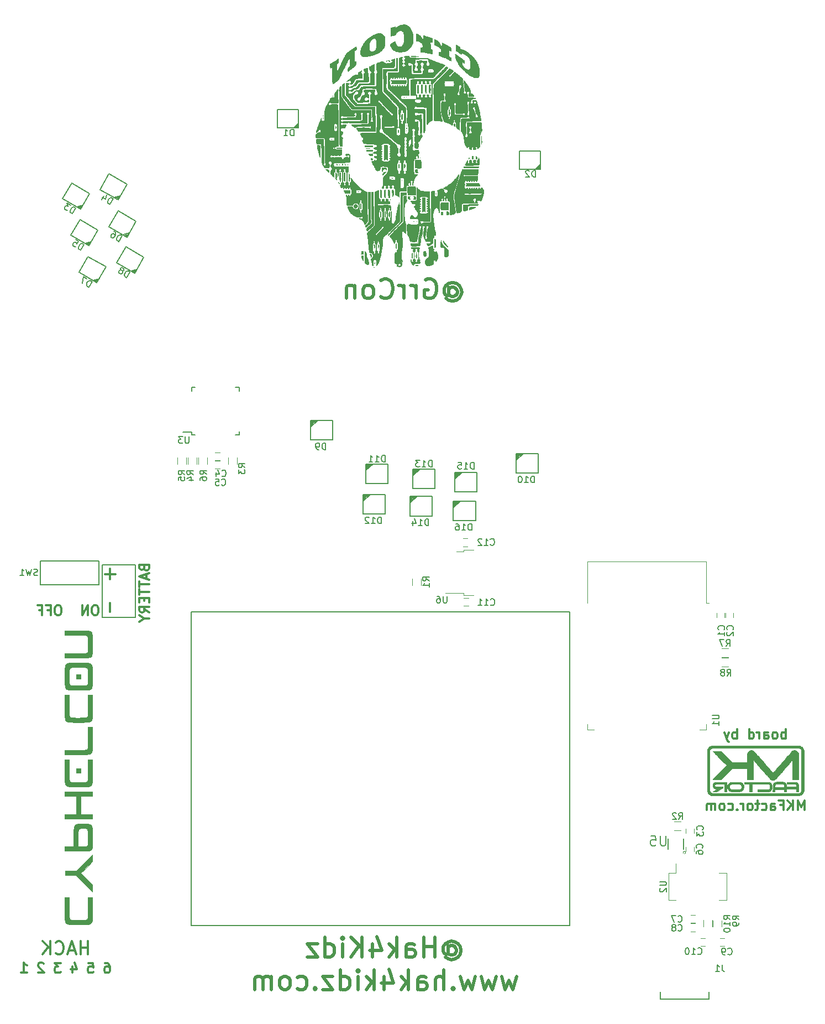
<source format=gbo>
G04 #@! TF.GenerationSoftware,KiCad,Pcbnew,(5.0.2)-1*
G04 #@! TF.CreationDate,2019-03-20T23:13:42-06:00*
G04 #@! TF.ProjectId,Hak4Kidz2019,48616b34-4b69-4647-9a32-3031392e6b69,rev?*
G04 #@! TF.SameCoordinates,Original*
G04 #@! TF.FileFunction,Legend,Bot*
G04 #@! TF.FilePolarity,Positive*
%FSLAX46Y46*%
G04 Gerber Fmt 4.6, Leading zero omitted, Abs format (unit mm)*
G04 Created by KiCad (PCBNEW (5.0.2)-1) date 3/20/2019 11:13:42 PM*
%MOMM*%
%LPD*%
G01*
G04 APERTURE LIST*
%ADD10C,0.300000*%
%ADD11C,0.500000*%
%ADD12C,0.150000*%
%ADD13C,0.010000*%
%ADD14C,0.203200*%
%ADD15C,0.101600*%
%ADD16C,0.120000*%
G04 APERTURE END LIST*
D10*
X161439085Y-152418171D02*
X161439085Y-150918171D01*
X160939085Y-151989600D01*
X160439085Y-150918171D01*
X160439085Y-152418171D01*
X159724800Y-152418171D02*
X159724800Y-150918171D01*
X158867657Y-152418171D02*
X159510514Y-151561028D01*
X158867657Y-150918171D02*
X159724800Y-151775314D01*
X157724800Y-151632457D02*
X158224800Y-151632457D01*
X158224800Y-152418171D02*
X158224800Y-150918171D01*
X157510514Y-150918171D01*
X156296228Y-152418171D02*
X156296228Y-151632457D01*
X156367657Y-151489600D01*
X156510514Y-151418171D01*
X156796228Y-151418171D01*
X156939085Y-151489600D01*
X156296228Y-152346742D02*
X156439085Y-152418171D01*
X156796228Y-152418171D01*
X156939085Y-152346742D01*
X157010514Y-152203885D01*
X157010514Y-152061028D01*
X156939085Y-151918171D01*
X156796228Y-151846742D01*
X156439085Y-151846742D01*
X156296228Y-151775314D01*
X154939085Y-152346742D02*
X155081942Y-152418171D01*
X155367657Y-152418171D01*
X155510514Y-152346742D01*
X155581942Y-152275314D01*
X155653371Y-152132457D01*
X155653371Y-151703885D01*
X155581942Y-151561028D01*
X155510514Y-151489600D01*
X155367657Y-151418171D01*
X155081942Y-151418171D01*
X154939085Y-151489600D01*
X154510514Y-151418171D02*
X153939085Y-151418171D01*
X154296228Y-150918171D02*
X154296228Y-152203885D01*
X154224800Y-152346742D01*
X154081942Y-152418171D01*
X153939085Y-152418171D01*
X153224800Y-152418171D02*
X153367657Y-152346742D01*
X153439085Y-152275314D01*
X153510514Y-152132457D01*
X153510514Y-151703885D01*
X153439085Y-151561028D01*
X153367657Y-151489600D01*
X153224800Y-151418171D01*
X153010514Y-151418171D01*
X152867657Y-151489600D01*
X152796228Y-151561028D01*
X152724800Y-151703885D01*
X152724800Y-152132457D01*
X152796228Y-152275314D01*
X152867657Y-152346742D01*
X153010514Y-152418171D01*
X153224800Y-152418171D01*
X152081942Y-152418171D02*
X152081942Y-151418171D01*
X152081942Y-151703885D02*
X152010514Y-151561028D01*
X151939085Y-151489600D01*
X151796228Y-151418171D01*
X151653371Y-151418171D01*
X151153371Y-152275314D02*
X151081942Y-152346742D01*
X151153371Y-152418171D01*
X151224800Y-152346742D01*
X151153371Y-152275314D01*
X151153371Y-152418171D01*
X149796228Y-152346742D02*
X149939085Y-152418171D01*
X150224800Y-152418171D01*
X150367657Y-152346742D01*
X150439085Y-152275314D01*
X150510514Y-152132457D01*
X150510514Y-151703885D01*
X150439085Y-151561028D01*
X150367657Y-151489600D01*
X150224800Y-151418171D01*
X149939085Y-151418171D01*
X149796228Y-151489600D01*
X148939085Y-152418171D02*
X149081942Y-152346742D01*
X149153371Y-152275314D01*
X149224800Y-152132457D01*
X149224800Y-151703885D01*
X149153371Y-151561028D01*
X149081942Y-151489600D01*
X148939085Y-151418171D01*
X148724800Y-151418171D01*
X148581942Y-151489600D01*
X148510514Y-151561028D01*
X148439085Y-151703885D01*
X148439085Y-152132457D01*
X148510514Y-152275314D01*
X148581942Y-152346742D01*
X148724800Y-152418171D01*
X148939085Y-152418171D01*
X147796228Y-152418171D02*
X147796228Y-151418171D01*
X147796228Y-151561028D02*
X147724800Y-151489600D01*
X147581942Y-151418171D01*
X147367657Y-151418171D01*
X147224800Y-151489600D01*
X147153371Y-151632457D01*
X147153371Y-152418171D01*
X147153371Y-151632457D02*
X147081942Y-151489600D01*
X146939085Y-151418171D01*
X146724800Y-151418171D01*
X146581942Y-151489600D01*
X146510514Y-151632457D01*
X146510514Y-152418171D01*
D11*
X106843885Y-173450571D02*
X106986742Y-173307714D01*
X107272457Y-173164857D01*
X107558171Y-173164857D01*
X107843885Y-173307714D01*
X107986742Y-173450571D01*
X108129600Y-173736285D01*
X108129600Y-174022000D01*
X107986742Y-174307714D01*
X107843885Y-174450571D01*
X107558171Y-174593428D01*
X107272457Y-174593428D01*
X106986742Y-174450571D01*
X106843885Y-174307714D01*
X106843885Y-173164857D02*
X106843885Y-174307714D01*
X106701028Y-174450571D01*
X106558171Y-174450571D01*
X106272457Y-174307714D01*
X106129600Y-174022000D01*
X106129600Y-173307714D01*
X106415314Y-172879142D01*
X106843885Y-172593428D01*
X107415314Y-172450571D01*
X107986742Y-172593428D01*
X108415314Y-172879142D01*
X108701028Y-173307714D01*
X108843885Y-173879142D01*
X108701028Y-174450571D01*
X108415314Y-174879142D01*
X107986742Y-175164857D01*
X107415314Y-175307714D01*
X106843885Y-175164857D01*
X106415314Y-174879142D01*
X104843885Y-174879142D02*
X104843885Y-171879142D01*
X104843885Y-173307714D02*
X103129600Y-173307714D01*
X103129600Y-174879142D02*
X103129600Y-171879142D01*
X100415314Y-174879142D02*
X100415314Y-173307714D01*
X100558171Y-173022000D01*
X100843885Y-172879142D01*
X101415314Y-172879142D01*
X101701028Y-173022000D01*
X100415314Y-174736285D02*
X100701028Y-174879142D01*
X101415314Y-174879142D01*
X101701028Y-174736285D01*
X101843885Y-174450571D01*
X101843885Y-174164857D01*
X101701028Y-173879142D01*
X101415314Y-173736285D01*
X100701028Y-173736285D01*
X100415314Y-173593428D01*
X98986742Y-174879142D02*
X98986742Y-171879142D01*
X98701028Y-173736285D02*
X97843885Y-174879142D01*
X97843885Y-172879142D02*
X98986742Y-174022000D01*
X95272457Y-172879142D02*
X95272457Y-174879142D01*
X95986742Y-171736285D02*
X96701028Y-173879142D01*
X94843885Y-173879142D01*
X93701028Y-174879142D02*
X93701028Y-171879142D01*
X91986742Y-174879142D02*
X93272457Y-173164857D01*
X91986742Y-171879142D02*
X93701028Y-173593428D01*
X90701028Y-174879142D02*
X90701028Y-172879142D01*
X90701028Y-171879142D02*
X90843885Y-172022000D01*
X90701028Y-172164857D01*
X90558171Y-172022000D01*
X90701028Y-171879142D01*
X90701028Y-172164857D01*
X87986742Y-174879142D02*
X87986742Y-171879142D01*
X87986742Y-174736285D02*
X88272457Y-174879142D01*
X88843885Y-174879142D01*
X89129600Y-174736285D01*
X89272457Y-174593428D01*
X89415314Y-174307714D01*
X89415314Y-173450571D01*
X89272457Y-173164857D01*
X89129600Y-173022000D01*
X88843885Y-172879142D01*
X88272457Y-172879142D01*
X87986742Y-173022000D01*
X86843885Y-172879142D02*
X85272457Y-172879142D01*
X86843885Y-174879142D01*
X85272457Y-174879142D01*
X117343885Y-177879142D02*
X116772457Y-179879142D01*
X116201028Y-178450571D01*
X115629600Y-179879142D01*
X115058171Y-177879142D01*
X114201028Y-177879142D02*
X113629600Y-179879142D01*
X113058171Y-178450571D01*
X112486742Y-179879142D01*
X111915314Y-177879142D01*
X111058171Y-177879142D02*
X110486742Y-179879142D01*
X109915314Y-178450571D01*
X109343885Y-179879142D01*
X108772457Y-177879142D01*
X107629600Y-179593428D02*
X107486742Y-179736285D01*
X107629600Y-179879142D01*
X107772457Y-179736285D01*
X107629600Y-179593428D01*
X107629600Y-179879142D01*
X106201028Y-179879142D02*
X106201028Y-176879142D01*
X104915314Y-179879142D02*
X104915314Y-178307714D01*
X105058171Y-178022000D01*
X105343885Y-177879142D01*
X105772457Y-177879142D01*
X106058171Y-178022000D01*
X106201028Y-178164857D01*
X102201028Y-179879142D02*
X102201028Y-178307714D01*
X102343885Y-178022000D01*
X102629600Y-177879142D01*
X103201028Y-177879142D01*
X103486742Y-178022000D01*
X102201028Y-179736285D02*
X102486742Y-179879142D01*
X103201028Y-179879142D01*
X103486742Y-179736285D01*
X103629600Y-179450571D01*
X103629600Y-179164857D01*
X103486742Y-178879142D01*
X103201028Y-178736285D01*
X102486742Y-178736285D01*
X102201028Y-178593428D01*
X100772457Y-179879142D02*
X100772457Y-176879142D01*
X100486742Y-178736285D02*
X99629600Y-179879142D01*
X99629600Y-177879142D02*
X100772457Y-179022000D01*
X97058171Y-177879142D02*
X97058171Y-179879142D01*
X97772457Y-176736285D02*
X98486742Y-178879142D01*
X96629600Y-178879142D01*
X95486742Y-179879142D02*
X95486742Y-176879142D01*
X95201028Y-178736285D02*
X94343885Y-179879142D01*
X94343885Y-177879142D02*
X95486742Y-179022000D01*
X93058171Y-179879142D02*
X93058171Y-177879142D01*
X93058171Y-176879142D02*
X93201028Y-177022000D01*
X93058171Y-177164857D01*
X92915314Y-177022000D01*
X93058171Y-176879142D01*
X93058171Y-177164857D01*
X90343885Y-179879142D02*
X90343885Y-176879142D01*
X90343885Y-179736285D02*
X90629600Y-179879142D01*
X91201028Y-179879142D01*
X91486742Y-179736285D01*
X91629600Y-179593428D01*
X91772457Y-179307714D01*
X91772457Y-178450571D01*
X91629600Y-178164857D01*
X91486742Y-178022000D01*
X91201028Y-177879142D01*
X90629600Y-177879142D01*
X90343885Y-178022000D01*
X89201028Y-177879142D02*
X87629600Y-177879142D01*
X89201028Y-179879142D01*
X87629600Y-179879142D01*
X86486742Y-179593428D02*
X86343885Y-179736285D01*
X86486742Y-179879142D01*
X86629600Y-179736285D01*
X86486742Y-179593428D01*
X86486742Y-179879142D01*
X83772457Y-179736285D02*
X84058171Y-179879142D01*
X84629600Y-179879142D01*
X84915314Y-179736285D01*
X85058171Y-179593428D01*
X85201028Y-179307714D01*
X85201028Y-178450571D01*
X85058171Y-178164857D01*
X84915314Y-178022000D01*
X84629600Y-177879142D01*
X84058171Y-177879142D01*
X83772457Y-178022000D01*
X82058171Y-179879142D02*
X82343885Y-179736285D01*
X82486742Y-179593428D01*
X82629600Y-179307714D01*
X82629600Y-178450571D01*
X82486742Y-178164857D01*
X82343885Y-178022000D01*
X82058171Y-177879142D01*
X81629600Y-177879142D01*
X81343885Y-178022000D01*
X81201028Y-178164857D01*
X81058171Y-178450571D01*
X81058171Y-179307714D01*
X81201028Y-179593428D01*
X81343885Y-179736285D01*
X81629600Y-179879142D01*
X82058171Y-179879142D01*
X79772457Y-179879142D02*
X79772457Y-177879142D01*
X79772457Y-178164857D02*
X79629600Y-178022000D01*
X79343885Y-177879142D01*
X78915314Y-177879142D01*
X78629600Y-178022000D01*
X78486742Y-178307714D01*
X78486742Y-179879142D01*
X78486742Y-178307714D02*
X78343885Y-178022000D01*
X78058171Y-177879142D01*
X77629600Y-177879142D01*
X77343885Y-178022000D01*
X77201028Y-178307714D01*
X77201028Y-179879142D01*
D10*
X158617657Y-141496171D02*
X158617657Y-139996171D01*
X158617657Y-140567600D02*
X158474800Y-140496171D01*
X158189085Y-140496171D01*
X158046228Y-140567600D01*
X157974800Y-140639028D01*
X157903371Y-140781885D01*
X157903371Y-141210457D01*
X157974800Y-141353314D01*
X158046228Y-141424742D01*
X158189085Y-141496171D01*
X158474800Y-141496171D01*
X158617657Y-141424742D01*
X157046228Y-141496171D02*
X157189085Y-141424742D01*
X157260514Y-141353314D01*
X157331942Y-141210457D01*
X157331942Y-140781885D01*
X157260514Y-140639028D01*
X157189085Y-140567600D01*
X157046228Y-140496171D01*
X156831942Y-140496171D01*
X156689085Y-140567600D01*
X156617657Y-140639028D01*
X156546228Y-140781885D01*
X156546228Y-141210457D01*
X156617657Y-141353314D01*
X156689085Y-141424742D01*
X156831942Y-141496171D01*
X157046228Y-141496171D01*
X155260514Y-141496171D02*
X155260514Y-140710457D01*
X155331942Y-140567600D01*
X155474800Y-140496171D01*
X155760514Y-140496171D01*
X155903371Y-140567600D01*
X155260514Y-141424742D02*
X155403371Y-141496171D01*
X155760514Y-141496171D01*
X155903371Y-141424742D01*
X155974800Y-141281885D01*
X155974800Y-141139028D01*
X155903371Y-140996171D01*
X155760514Y-140924742D01*
X155403371Y-140924742D01*
X155260514Y-140853314D01*
X154546228Y-141496171D02*
X154546228Y-140496171D01*
X154546228Y-140781885D02*
X154474800Y-140639028D01*
X154403371Y-140567600D01*
X154260514Y-140496171D01*
X154117657Y-140496171D01*
X152974800Y-141496171D02*
X152974800Y-139996171D01*
X152974800Y-141424742D02*
X153117657Y-141496171D01*
X153403371Y-141496171D01*
X153546228Y-141424742D01*
X153617657Y-141353314D01*
X153689085Y-141210457D01*
X153689085Y-140781885D01*
X153617657Y-140639028D01*
X153546228Y-140567600D01*
X153403371Y-140496171D01*
X153117657Y-140496171D01*
X152974800Y-140567600D01*
X151117657Y-141496171D02*
X151117657Y-139996171D01*
X151117657Y-140567600D02*
X150974800Y-140496171D01*
X150689085Y-140496171D01*
X150546228Y-140567600D01*
X150474800Y-140639028D01*
X150403371Y-140781885D01*
X150403371Y-141210457D01*
X150474800Y-141353314D01*
X150546228Y-141424742D01*
X150689085Y-141496171D01*
X150974800Y-141496171D01*
X151117657Y-141424742D01*
X149903371Y-140496171D02*
X149546228Y-141496171D01*
X149189085Y-140496171D02*
X149546228Y-141496171D01*
X149689085Y-141853314D01*
X149760514Y-141924742D01*
X149903371Y-141996171D01*
D11*
X106979171Y-72674171D02*
X107122028Y-72531314D01*
X107407742Y-72388457D01*
X107693457Y-72388457D01*
X107979171Y-72531314D01*
X108122028Y-72674171D01*
X108264885Y-72959885D01*
X108264885Y-73245600D01*
X108122028Y-73531314D01*
X107979171Y-73674171D01*
X107693457Y-73817028D01*
X107407742Y-73817028D01*
X107122028Y-73674171D01*
X106979171Y-73531314D01*
X106979171Y-72388457D02*
X106979171Y-73531314D01*
X106836314Y-73674171D01*
X106693457Y-73674171D01*
X106407742Y-73531314D01*
X106264885Y-73245600D01*
X106264885Y-72531314D01*
X106550600Y-72102742D01*
X106979171Y-71817028D01*
X107550600Y-71674171D01*
X108122028Y-71817028D01*
X108550600Y-72102742D01*
X108836314Y-72531314D01*
X108979171Y-73102742D01*
X108836314Y-73674171D01*
X108550600Y-74102742D01*
X108122028Y-74388457D01*
X107550600Y-74531314D01*
X106979171Y-74388457D01*
X106550600Y-74102742D01*
X103407742Y-71245600D02*
X103693457Y-71102742D01*
X104122028Y-71102742D01*
X104550600Y-71245600D01*
X104836314Y-71531314D01*
X104979171Y-71817028D01*
X105122028Y-72388457D01*
X105122028Y-72817028D01*
X104979171Y-73388457D01*
X104836314Y-73674171D01*
X104550600Y-73959885D01*
X104122028Y-74102742D01*
X103836314Y-74102742D01*
X103407742Y-73959885D01*
X103264885Y-73817028D01*
X103264885Y-72817028D01*
X103836314Y-72817028D01*
X101979171Y-74102742D02*
X101979171Y-72102742D01*
X101979171Y-72674171D02*
X101836314Y-72388457D01*
X101693457Y-72245600D01*
X101407742Y-72102742D01*
X101122028Y-72102742D01*
X100122028Y-74102742D02*
X100122028Y-72102742D01*
X100122028Y-72674171D02*
X99979171Y-72388457D01*
X99836314Y-72245600D01*
X99550600Y-72102742D01*
X99264885Y-72102742D01*
X96550600Y-73817028D02*
X96693457Y-73959885D01*
X97122028Y-74102742D01*
X97407742Y-74102742D01*
X97836314Y-73959885D01*
X98122028Y-73674171D01*
X98264885Y-73388457D01*
X98407742Y-72817028D01*
X98407742Y-72388457D01*
X98264885Y-71817028D01*
X98122028Y-71531314D01*
X97836314Y-71245600D01*
X97407742Y-71102742D01*
X97122028Y-71102742D01*
X96693457Y-71245600D01*
X96550600Y-71388457D01*
X94836314Y-74102742D02*
X95122028Y-73959885D01*
X95264885Y-73817028D01*
X95407742Y-73531314D01*
X95407742Y-72674171D01*
X95264885Y-72388457D01*
X95122028Y-72245600D01*
X94836314Y-72102742D01*
X94407742Y-72102742D01*
X94122028Y-72245600D01*
X93979171Y-72388457D01*
X93836314Y-72674171D01*
X93836314Y-73531314D01*
X93979171Y-73817028D01*
X94122028Y-73959885D01*
X94407742Y-74102742D01*
X94836314Y-74102742D01*
X92550600Y-72102742D02*
X92550600Y-74102742D01*
X92550600Y-72388457D02*
X92407742Y-72245600D01*
X92122028Y-72102742D01*
X91693457Y-72102742D01*
X91407742Y-72245600D01*
X91264885Y-72531314D01*
X91264885Y-74102742D01*
D10*
X47250171Y-121098571D02*
X46964457Y-121098571D01*
X46821600Y-121170000D01*
X46678742Y-121312857D01*
X46607314Y-121598571D01*
X46607314Y-122098571D01*
X46678742Y-122384285D01*
X46821600Y-122527142D01*
X46964457Y-122598571D01*
X47250171Y-122598571D01*
X47393028Y-122527142D01*
X47535885Y-122384285D01*
X47607314Y-122098571D01*
X47607314Y-121598571D01*
X47535885Y-121312857D01*
X47393028Y-121170000D01*
X47250171Y-121098571D01*
X45464457Y-121812857D02*
X45964457Y-121812857D01*
X45964457Y-122598571D02*
X45964457Y-121098571D01*
X45250171Y-121098571D01*
X44178742Y-121812857D02*
X44678742Y-121812857D01*
X44678742Y-122598571D02*
X44678742Y-121098571D01*
X43964457Y-121098571D01*
X52922371Y-121073171D02*
X52636657Y-121073171D01*
X52493800Y-121144600D01*
X52350942Y-121287457D01*
X52279514Y-121573171D01*
X52279514Y-122073171D01*
X52350942Y-122358885D01*
X52493800Y-122501742D01*
X52636657Y-122573171D01*
X52922371Y-122573171D01*
X53065228Y-122501742D01*
X53208085Y-122358885D01*
X53279514Y-122073171D01*
X53279514Y-121573171D01*
X53208085Y-121287457D01*
X53065228Y-121144600D01*
X52922371Y-121073171D01*
X51636657Y-122573171D02*
X51636657Y-121073171D01*
X50779514Y-122573171D01*
X50779514Y-121073171D01*
X60268657Y-115350600D02*
X60340085Y-115564885D01*
X60411514Y-115636314D01*
X60554371Y-115707742D01*
X60768657Y-115707742D01*
X60911514Y-115636314D01*
X60982942Y-115564885D01*
X61054371Y-115422028D01*
X61054371Y-114850600D01*
X59554371Y-114850600D01*
X59554371Y-115350600D01*
X59625800Y-115493457D01*
X59697228Y-115564885D01*
X59840085Y-115636314D01*
X59982942Y-115636314D01*
X60125800Y-115564885D01*
X60197228Y-115493457D01*
X60268657Y-115350600D01*
X60268657Y-114850600D01*
X60625800Y-116279171D02*
X60625800Y-116993457D01*
X61054371Y-116136314D02*
X59554371Y-116636314D01*
X61054371Y-117136314D01*
X59554371Y-117422028D02*
X59554371Y-118279171D01*
X61054371Y-117850600D02*
X59554371Y-117850600D01*
X59554371Y-118564885D02*
X59554371Y-119422028D01*
X61054371Y-118993457D02*
X59554371Y-118993457D01*
X60268657Y-119922028D02*
X60268657Y-120422028D01*
X61054371Y-120636314D02*
X61054371Y-119922028D01*
X59554371Y-119922028D01*
X59554371Y-120636314D01*
X61054371Y-122136314D02*
X60340085Y-121636314D01*
X61054371Y-121279171D02*
X59554371Y-121279171D01*
X59554371Y-121850600D01*
X59625800Y-121993457D01*
X59697228Y-122064885D01*
X59840085Y-122136314D01*
X60054371Y-122136314D01*
X60197228Y-122064885D01*
X60268657Y-121993457D01*
X60340085Y-121850600D01*
X60340085Y-121279171D01*
X60340085Y-123064885D02*
X61054371Y-123064885D01*
X59554371Y-122564885D02*
X60340085Y-123064885D01*
X59554371Y-123564885D01*
X54324285Y-175810171D02*
X54610000Y-175810171D01*
X54752857Y-175881600D01*
X54824285Y-175953028D01*
X54967142Y-176167314D01*
X55038571Y-176453028D01*
X55038571Y-177024457D01*
X54967142Y-177167314D01*
X54895714Y-177238742D01*
X54752857Y-177310171D01*
X54467142Y-177310171D01*
X54324285Y-177238742D01*
X54252857Y-177167314D01*
X54181428Y-177024457D01*
X54181428Y-176667314D01*
X54252857Y-176524457D01*
X54324285Y-176453028D01*
X54467142Y-176381600D01*
X54752857Y-176381600D01*
X54895714Y-176453028D01*
X54967142Y-176524457D01*
X55038571Y-176667314D01*
X51712857Y-175810171D02*
X52427142Y-175810171D01*
X52498571Y-176524457D01*
X52427142Y-176453028D01*
X52284285Y-176381600D01*
X51927142Y-176381600D01*
X51784285Y-176453028D01*
X51712857Y-176524457D01*
X51641428Y-176667314D01*
X51641428Y-177024457D01*
X51712857Y-177167314D01*
X51784285Y-177238742D01*
X51927142Y-177310171D01*
X52284285Y-177310171D01*
X52427142Y-177238742D01*
X52498571Y-177167314D01*
X49269685Y-176310171D02*
X49269685Y-177310171D01*
X49626828Y-175738742D02*
X49983971Y-176810171D01*
X49055400Y-176810171D01*
X47490000Y-175810171D02*
X46561428Y-175810171D01*
X47061428Y-176381600D01*
X46847142Y-176381600D01*
X46704285Y-176453028D01*
X46632857Y-176524457D01*
X46561428Y-176667314D01*
X46561428Y-177024457D01*
X46632857Y-177167314D01*
X46704285Y-177238742D01*
X46847142Y-177310171D01*
X47275714Y-177310171D01*
X47418571Y-177238742D01*
X47490000Y-177167314D01*
X44878571Y-175927628D02*
X44807142Y-175856200D01*
X44664285Y-175784771D01*
X44307142Y-175784771D01*
X44164285Y-175856200D01*
X44092857Y-175927628D01*
X44021428Y-176070485D01*
X44021428Y-176213342D01*
X44092857Y-176427628D01*
X44950000Y-177284771D01*
X44021428Y-177284771D01*
X41456028Y-177259371D02*
X42313171Y-177259371D01*
X41884600Y-177259371D02*
X41884600Y-175759371D01*
X42027457Y-175973657D01*
X42170314Y-176116514D01*
X42313171Y-176187942D01*
X51688571Y-174488361D02*
X51688571Y-172488361D01*
X51688571Y-173440742D02*
X50545714Y-173440742D01*
X50545714Y-174488361D02*
X50545714Y-172488361D01*
X49688571Y-173916933D02*
X48736190Y-173916933D01*
X49879047Y-174488361D02*
X49212380Y-172488361D01*
X48545714Y-174488361D01*
X46736190Y-174297885D02*
X46831428Y-174393123D01*
X47117142Y-174488361D01*
X47307619Y-174488361D01*
X47593333Y-174393123D01*
X47783809Y-174202647D01*
X47879047Y-174012171D01*
X47974285Y-173631219D01*
X47974285Y-173345504D01*
X47879047Y-172964552D01*
X47783809Y-172774076D01*
X47593333Y-172583600D01*
X47307619Y-172488361D01*
X47117142Y-172488361D01*
X46831428Y-172583600D01*
X46736190Y-172678838D01*
X45879047Y-174488361D02*
X45879047Y-172488361D01*
X44736190Y-174488361D02*
X45593333Y-173345504D01*
X44736190Y-172488361D02*
X45879047Y-173631219D01*
D12*
G04 #@! TO.C,D7*
X53210441Y-71450228D02*
X53023838Y-71573433D01*
X52800633Y-71560036D02*
X53210441Y-71450228D01*
X52454223Y-71360036D02*
X53410441Y-71103818D01*
X52627428Y-71460036D02*
X53310441Y-71277023D01*
X51689159Y-67685164D02*
X50289159Y-70110036D01*
X54460441Y-69285164D02*
X51689159Y-67685164D01*
X53060441Y-71710036D02*
X54460441Y-69285164D01*
X50289159Y-70110036D02*
X53060441Y-71710036D01*
G04 #@! TO.C,D1*
X83946800Y-47709000D02*
X83846800Y-47909000D01*
X83646800Y-48009000D02*
X83946800Y-47709000D01*
X83246800Y-48009000D02*
X83946800Y-47309000D01*
X83446800Y-48009000D02*
X83946800Y-47509000D01*
X80746800Y-45209000D02*
X80746800Y-48009000D01*
X83946800Y-45209000D02*
X80746800Y-45209000D01*
X83946800Y-48009000D02*
X83946800Y-45209000D01*
X80746800Y-48009000D02*
X83946800Y-48009000D01*
G04 #@! TO.C,D2*
X120980000Y-54008200D02*
X120880000Y-54208200D01*
X120680000Y-54308200D02*
X120980000Y-54008200D01*
X120280000Y-54308200D02*
X120980000Y-53608200D01*
X120480000Y-54308200D02*
X120980000Y-53808200D01*
X117780000Y-51508200D02*
X117780000Y-54308200D01*
X120980000Y-51508200D02*
X117780000Y-51508200D01*
X120980000Y-54308200D02*
X120980000Y-51508200D01*
X117780000Y-54308200D02*
X120980000Y-54308200D01*
G04 #@! TO.C,D3*
X50695841Y-60198028D02*
X50509238Y-60321233D01*
X50286033Y-60307836D02*
X50695841Y-60198028D01*
X49939623Y-60107836D02*
X50895841Y-59851618D01*
X50112828Y-60207836D02*
X50795841Y-60024823D01*
X49174559Y-56432964D02*
X47774559Y-58857836D01*
X51945841Y-58032964D02*
X49174559Y-56432964D01*
X50545841Y-60457836D02*
X51945841Y-58032964D01*
X47774559Y-58857836D02*
X50545841Y-60457836D01*
G04 #@! TO.C,D4*
X56436241Y-58775628D02*
X56249638Y-58898833D01*
X56026433Y-58885436D02*
X56436241Y-58775628D01*
X55680023Y-58685436D02*
X56636241Y-58429218D01*
X55853228Y-58785436D02*
X56536241Y-58602423D01*
X54914959Y-55010564D02*
X53514959Y-57435436D01*
X57686241Y-56610564D02*
X54914959Y-55010564D01*
X56286241Y-59035436D02*
X57686241Y-56610564D01*
X53514959Y-57435436D02*
X56286241Y-59035436D01*
G04 #@! TO.C,D5*
X51965841Y-65786028D02*
X51779238Y-65909233D01*
X51556033Y-65895836D02*
X51965841Y-65786028D01*
X51209623Y-65695836D02*
X52165841Y-65439618D01*
X51382828Y-65795836D02*
X52065841Y-65612823D01*
X50444559Y-62020964D02*
X49044559Y-64445836D01*
X53215841Y-63620964D02*
X50444559Y-62020964D01*
X51815841Y-66045836D02*
X53215841Y-63620964D01*
X49044559Y-64445836D02*
X51815841Y-66045836D01*
G04 #@! TO.C,D6*
X57807841Y-64465228D02*
X57621238Y-64588433D01*
X57398033Y-64575036D02*
X57807841Y-64465228D01*
X57051623Y-64375036D02*
X58007841Y-64118818D01*
X57224828Y-64475036D02*
X57907841Y-64292023D01*
X56286559Y-60700164D02*
X54886559Y-63125036D01*
X59057841Y-62300164D02*
X56286559Y-60700164D01*
X57657841Y-64725036D02*
X59057841Y-62300164D01*
X54886559Y-63125036D02*
X57657841Y-64725036D01*
G04 #@! TO.C,D8*
X59001641Y-70002428D02*
X58815038Y-70125633D01*
X58591833Y-70112236D02*
X59001641Y-70002428D01*
X58245423Y-69912236D02*
X59201641Y-69656018D01*
X58418628Y-70012236D02*
X59101641Y-69829223D01*
X57480359Y-66237364D02*
X56080359Y-68662236D01*
X60251641Y-67837364D02*
X57480359Y-66237364D01*
X58851641Y-70262236D02*
X60251641Y-67837364D01*
X56080359Y-68662236D02*
X58851641Y-70262236D01*
D13*
G04 #@! TO.C,G\002A\002A\002A*
G36*
X52358558Y-131732677D02*
X52356877Y-131531951D01*
X52354037Y-131346714D01*
X52350013Y-131176266D01*
X52344782Y-131019907D01*
X52338318Y-130876934D01*
X52330599Y-130746648D01*
X52321599Y-130628348D01*
X52311296Y-130521333D01*
X52309670Y-130506508D01*
X52300883Y-130433255D01*
X52292115Y-130373767D01*
X52282595Y-130324900D01*
X52271552Y-130283509D01*
X52258215Y-130246451D01*
X52241814Y-130210580D01*
X52232885Y-130193346D01*
X52199701Y-130135367D01*
X52165658Y-130085648D01*
X52129126Y-130043434D01*
X52088476Y-130007973D01*
X52042080Y-129978511D01*
X51988307Y-129954296D01*
X51925530Y-129934573D01*
X51852119Y-129918591D01*
X51766445Y-129905595D01*
X51666880Y-129894833D01*
X51569998Y-129886870D01*
X51537977Y-129885183D01*
X51490302Y-129883627D01*
X51428233Y-129882202D01*
X51353028Y-129880908D01*
X51265945Y-129879745D01*
X51168245Y-129878713D01*
X51061185Y-129877811D01*
X50946024Y-129877041D01*
X50824020Y-129876401D01*
X50696433Y-129875892D01*
X50564521Y-129875513D01*
X50429543Y-129875265D01*
X50292757Y-129875148D01*
X50155422Y-129875161D01*
X50018797Y-129875305D01*
X49884140Y-129875579D01*
X49752710Y-129875983D01*
X49625767Y-129876517D01*
X49504567Y-129877182D01*
X49390371Y-129877977D01*
X49284436Y-129878902D01*
X49188022Y-129879957D01*
X49102388Y-129881142D01*
X49028791Y-129882457D01*
X48968490Y-129883902D01*
X48922745Y-129885477D01*
X48895423Y-129886979D01*
X48786688Y-129896183D01*
X48693197Y-129906709D01*
X48613288Y-129919033D01*
X48545297Y-129933634D01*
X48487564Y-129950991D01*
X48438424Y-129971581D01*
X48396216Y-129995882D01*
X48359276Y-130024374D01*
X48334448Y-130048339D01*
X48302081Y-130086898D01*
X48268001Y-130134997D01*
X48236329Y-130186285D01*
X48211186Y-130234409D01*
X48205816Y-130246597D01*
X48192417Y-130287831D01*
X48179935Y-130345227D01*
X48168361Y-130418875D01*
X48157686Y-130508867D01*
X48147903Y-130615296D01*
X48139003Y-130738253D01*
X48130977Y-130877829D01*
X48123819Y-131034117D01*
X48117518Y-131207207D01*
X48116786Y-131230167D01*
X48114871Y-131304258D01*
X48113273Y-131392851D01*
X48111991Y-131493524D01*
X48111023Y-131603853D01*
X48110368Y-131721418D01*
X48110026Y-131843794D01*
X48109994Y-131968559D01*
X48110272Y-132093291D01*
X48110859Y-132215568D01*
X48111754Y-132332966D01*
X48112954Y-132443063D01*
X48114460Y-132543437D01*
X48116269Y-132631665D01*
X48117492Y-132677484D01*
X48122723Y-132831171D01*
X48129013Y-132976071D01*
X48136274Y-133110959D01*
X48144420Y-133234611D01*
X48153367Y-133345801D01*
X48163027Y-133443305D01*
X48173315Y-133525898D01*
X48180198Y-133570420D01*
X48201846Y-133651730D01*
X48237842Y-133731355D01*
X48285871Y-133804636D01*
X48312009Y-133835633D01*
X48348474Y-133871034D01*
X48389516Y-133901862D01*
X48436585Y-133928531D01*
X48491133Y-133951457D01*
X48554610Y-133971054D01*
X48628466Y-133987737D01*
X48714152Y-134001921D01*
X48813119Y-134014022D01*
X48926818Y-134024453D01*
X48988525Y-134029093D01*
X49023182Y-134030887D01*
X49073432Y-134032534D01*
X49137941Y-134034033D01*
X49215376Y-134035386D01*
X49304404Y-134036591D01*
X49403691Y-134037650D01*
X49511902Y-134038561D01*
X49627705Y-134039325D01*
X49749766Y-134039942D01*
X49876751Y-134040411D01*
X50007326Y-134040734D01*
X50140158Y-134040909D01*
X50232711Y-134040929D01*
X50232711Y-133363056D01*
X50083446Y-133363028D01*
X49950043Y-133362919D01*
X49831438Y-133362695D01*
X49726563Y-133362318D01*
X49634355Y-133361752D01*
X49553748Y-133360962D01*
X49483676Y-133359910D01*
X49423075Y-133358561D01*
X49370877Y-133356879D01*
X49326020Y-133354827D01*
X49287436Y-133352370D01*
X49254060Y-133349471D01*
X49224828Y-133346093D01*
X49198674Y-133342202D01*
X49174532Y-133337760D01*
X49151337Y-133332731D01*
X49128023Y-133327080D01*
X49121057Y-133325311D01*
X49051051Y-133303122D01*
X48991518Y-133274326D01*
X48941646Y-133237644D01*
X48900623Y-133191793D01*
X48867637Y-133135494D01*
X48841875Y-133067466D01*
X48822527Y-132986429D01*
X48808780Y-132891101D01*
X48802624Y-132823063D01*
X48801287Y-132795309D01*
X48800163Y-132752166D01*
X48799245Y-132695167D01*
X48798526Y-132625850D01*
X48797998Y-132545751D01*
X48797654Y-132456404D01*
X48797486Y-132359346D01*
X48797489Y-132256113D01*
X48797653Y-132148241D01*
X48797972Y-132037265D01*
X48798439Y-131924721D01*
X48799047Y-131812146D01*
X48799787Y-131701075D01*
X48800653Y-131593044D01*
X48801638Y-131489588D01*
X48802734Y-131392245D01*
X48803933Y-131302549D01*
X48805230Y-131222036D01*
X48806615Y-131152243D01*
X48808083Y-131094704D01*
X48809625Y-131050957D01*
X48811162Y-131023464D01*
X48819420Y-130938871D01*
X48830305Y-130868721D01*
X48844663Y-130810624D01*
X48863336Y-130762191D01*
X48887169Y-130721031D01*
X48917007Y-130684754D01*
X48937934Y-130664524D01*
X48955104Y-130649725D01*
X48972653Y-130636349D01*
X48991482Y-130624322D01*
X49012488Y-130613571D01*
X49036570Y-130604022D01*
X49064629Y-130595600D01*
X49097562Y-130588232D01*
X49136269Y-130581844D01*
X49181648Y-130576362D01*
X49234598Y-130571712D01*
X49296019Y-130567820D01*
X49366810Y-130564613D01*
X49447868Y-130562015D01*
X49540094Y-130559954D01*
X49644386Y-130558356D01*
X49761643Y-130557146D01*
X49892764Y-130556251D01*
X50038649Y-130555597D01*
X50200195Y-130555110D01*
X50270798Y-130554942D01*
X50416569Y-130554639D01*
X50546510Y-130554448D01*
X50661722Y-130554405D01*
X50763303Y-130554550D01*
X50852351Y-130554918D01*
X50929966Y-130555549D01*
X50997246Y-130556478D01*
X51055290Y-130557745D01*
X51105197Y-130559386D01*
X51148066Y-130561439D01*
X51184995Y-130563941D01*
X51217083Y-130566930D01*
X51245429Y-130570444D01*
X51271132Y-130574520D01*
X51295291Y-130579196D01*
X51319005Y-130584509D01*
X51343371Y-130590497D01*
X51348361Y-130591764D01*
X51429470Y-130619090D01*
X51496877Y-130656277D01*
X51550696Y-130703407D01*
X51591042Y-130760560D01*
X51594460Y-130767065D01*
X51611346Y-130807694D01*
X51627729Y-130861049D01*
X51642502Y-130922941D01*
X51654559Y-130989179D01*
X51656414Y-131001643D01*
X51658284Y-131023481D01*
X51659994Y-131060819D01*
X51661543Y-131112233D01*
X51662930Y-131176296D01*
X51664155Y-131251582D01*
X51665218Y-131336665D01*
X51666119Y-131430119D01*
X51666857Y-131530518D01*
X51667431Y-131636437D01*
X51667843Y-131746449D01*
X51668090Y-131859128D01*
X51668174Y-131973048D01*
X51668093Y-132086784D01*
X51667847Y-132198909D01*
X51667437Y-132307998D01*
X51666861Y-132412624D01*
X51666119Y-132511362D01*
X51665212Y-132602785D01*
X51664138Y-132685468D01*
X51662898Y-132757984D01*
X51661491Y-132818908D01*
X51659916Y-132866814D01*
X51658174Y-132900275D01*
X51656834Y-132914499D01*
X51642123Y-133001382D01*
X51623578Y-133073815D01*
X51600381Y-133134005D01*
X51571711Y-133184159D01*
X51543736Y-133219135D01*
X51509081Y-133252393D01*
X51471780Y-133278232D01*
X51427166Y-133299295D01*
X51370572Y-133318225D01*
X51366866Y-133319301D01*
X51343014Y-133326001D01*
X51319803Y-133331982D01*
X51296178Y-133337284D01*
X51271082Y-133341948D01*
X51243459Y-133346014D01*
X51212254Y-133349524D01*
X51176409Y-133352518D01*
X51134870Y-133355037D01*
X51086580Y-133357121D01*
X51030484Y-133358812D01*
X50965524Y-133360150D01*
X50890646Y-133361175D01*
X50804793Y-133361929D01*
X50706909Y-133362452D01*
X50595939Y-133362786D01*
X50470825Y-133362970D01*
X50330513Y-133363045D01*
X50232711Y-133363056D01*
X50232711Y-134040929D01*
X50273912Y-134040938D01*
X50407257Y-134040819D01*
X50538856Y-134040553D01*
X50667378Y-134040139D01*
X50791489Y-134039579D01*
X50909853Y-134038872D01*
X51021139Y-134038017D01*
X51124013Y-134037015D01*
X51217140Y-134035866D01*
X51299187Y-134034570D01*
X51368820Y-134033127D01*
X51424706Y-134031537D01*
X51465511Y-134029799D01*
X51476896Y-134029093D01*
X51602413Y-134018960D01*
X51712433Y-134007068D01*
X51808343Y-133992813D01*
X51891535Y-133975589D01*
X51963398Y-133954793D01*
X52025322Y-133929819D01*
X52078698Y-133900063D01*
X52124914Y-133864921D01*
X52165361Y-133823788D01*
X52201428Y-133776058D01*
X52234506Y-133721128D01*
X52249167Y-133693146D01*
X52266096Y-133649734D01*
X52281610Y-133589472D01*
X52295709Y-133512359D01*
X52308393Y-133418394D01*
X52319663Y-133307573D01*
X52329518Y-133179896D01*
X52337958Y-133035361D01*
X52344984Y-132873967D01*
X52350596Y-132695712D01*
X52354794Y-132500593D01*
X52357577Y-132288610D01*
X52358947Y-132059761D01*
X52359102Y-131949593D01*
X52358558Y-131732677D01*
X52358558Y-131732677D01*
G37*
X52358558Y-131732677D02*
X52356877Y-131531951D01*
X52354037Y-131346714D01*
X52350013Y-131176266D01*
X52344782Y-131019907D01*
X52338318Y-130876934D01*
X52330599Y-130746648D01*
X52321599Y-130628348D01*
X52311296Y-130521333D01*
X52309670Y-130506508D01*
X52300883Y-130433255D01*
X52292115Y-130373767D01*
X52282595Y-130324900D01*
X52271552Y-130283509D01*
X52258215Y-130246451D01*
X52241814Y-130210580D01*
X52232885Y-130193346D01*
X52199701Y-130135367D01*
X52165658Y-130085648D01*
X52129126Y-130043434D01*
X52088476Y-130007973D01*
X52042080Y-129978511D01*
X51988307Y-129954296D01*
X51925530Y-129934573D01*
X51852119Y-129918591D01*
X51766445Y-129905595D01*
X51666880Y-129894833D01*
X51569998Y-129886870D01*
X51537977Y-129885183D01*
X51490302Y-129883627D01*
X51428233Y-129882202D01*
X51353028Y-129880908D01*
X51265945Y-129879745D01*
X51168245Y-129878713D01*
X51061185Y-129877811D01*
X50946024Y-129877041D01*
X50824020Y-129876401D01*
X50696433Y-129875892D01*
X50564521Y-129875513D01*
X50429543Y-129875265D01*
X50292757Y-129875148D01*
X50155422Y-129875161D01*
X50018797Y-129875305D01*
X49884140Y-129875579D01*
X49752710Y-129875983D01*
X49625767Y-129876517D01*
X49504567Y-129877182D01*
X49390371Y-129877977D01*
X49284436Y-129878902D01*
X49188022Y-129879957D01*
X49102388Y-129881142D01*
X49028791Y-129882457D01*
X48968490Y-129883902D01*
X48922745Y-129885477D01*
X48895423Y-129886979D01*
X48786688Y-129896183D01*
X48693197Y-129906709D01*
X48613288Y-129919033D01*
X48545297Y-129933634D01*
X48487564Y-129950991D01*
X48438424Y-129971581D01*
X48396216Y-129995882D01*
X48359276Y-130024374D01*
X48334448Y-130048339D01*
X48302081Y-130086898D01*
X48268001Y-130134997D01*
X48236329Y-130186285D01*
X48211186Y-130234409D01*
X48205816Y-130246597D01*
X48192417Y-130287831D01*
X48179935Y-130345227D01*
X48168361Y-130418875D01*
X48157686Y-130508867D01*
X48147903Y-130615296D01*
X48139003Y-130738253D01*
X48130977Y-130877829D01*
X48123819Y-131034117D01*
X48117518Y-131207207D01*
X48116786Y-131230167D01*
X48114871Y-131304258D01*
X48113273Y-131392851D01*
X48111991Y-131493524D01*
X48111023Y-131603853D01*
X48110368Y-131721418D01*
X48110026Y-131843794D01*
X48109994Y-131968559D01*
X48110272Y-132093291D01*
X48110859Y-132215568D01*
X48111754Y-132332966D01*
X48112954Y-132443063D01*
X48114460Y-132543437D01*
X48116269Y-132631665D01*
X48117492Y-132677484D01*
X48122723Y-132831171D01*
X48129013Y-132976071D01*
X48136274Y-133110959D01*
X48144420Y-133234611D01*
X48153367Y-133345801D01*
X48163027Y-133443305D01*
X48173315Y-133525898D01*
X48180198Y-133570420D01*
X48201846Y-133651730D01*
X48237842Y-133731355D01*
X48285871Y-133804636D01*
X48312009Y-133835633D01*
X48348474Y-133871034D01*
X48389516Y-133901862D01*
X48436585Y-133928531D01*
X48491133Y-133951457D01*
X48554610Y-133971054D01*
X48628466Y-133987737D01*
X48714152Y-134001921D01*
X48813119Y-134014022D01*
X48926818Y-134024453D01*
X48988525Y-134029093D01*
X49023182Y-134030887D01*
X49073432Y-134032534D01*
X49137941Y-134034033D01*
X49215376Y-134035386D01*
X49304404Y-134036591D01*
X49403691Y-134037650D01*
X49511902Y-134038561D01*
X49627705Y-134039325D01*
X49749766Y-134039942D01*
X49876751Y-134040411D01*
X50007326Y-134040734D01*
X50140158Y-134040909D01*
X50232711Y-134040929D01*
X50232711Y-133363056D01*
X50083446Y-133363028D01*
X49950043Y-133362919D01*
X49831438Y-133362695D01*
X49726563Y-133362318D01*
X49634355Y-133361752D01*
X49553748Y-133360962D01*
X49483676Y-133359910D01*
X49423075Y-133358561D01*
X49370877Y-133356879D01*
X49326020Y-133354827D01*
X49287436Y-133352370D01*
X49254060Y-133349471D01*
X49224828Y-133346093D01*
X49198674Y-133342202D01*
X49174532Y-133337760D01*
X49151337Y-133332731D01*
X49128023Y-133327080D01*
X49121057Y-133325311D01*
X49051051Y-133303122D01*
X48991518Y-133274326D01*
X48941646Y-133237644D01*
X48900623Y-133191793D01*
X48867637Y-133135494D01*
X48841875Y-133067466D01*
X48822527Y-132986429D01*
X48808780Y-132891101D01*
X48802624Y-132823063D01*
X48801287Y-132795309D01*
X48800163Y-132752166D01*
X48799245Y-132695167D01*
X48798526Y-132625850D01*
X48797998Y-132545751D01*
X48797654Y-132456404D01*
X48797486Y-132359346D01*
X48797489Y-132256113D01*
X48797653Y-132148241D01*
X48797972Y-132037265D01*
X48798439Y-131924721D01*
X48799047Y-131812146D01*
X48799787Y-131701075D01*
X48800653Y-131593044D01*
X48801638Y-131489588D01*
X48802734Y-131392245D01*
X48803933Y-131302549D01*
X48805230Y-131222036D01*
X48806615Y-131152243D01*
X48808083Y-131094704D01*
X48809625Y-131050957D01*
X48811162Y-131023464D01*
X48819420Y-130938871D01*
X48830305Y-130868721D01*
X48844663Y-130810624D01*
X48863336Y-130762191D01*
X48887169Y-130721031D01*
X48917007Y-130684754D01*
X48937934Y-130664524D01*
X48955104Y-130649725D01*
X48972653Y-130636349D01*
X48991482Y-130624322D01*
X49012488Y-130613571D01*
X49036570Y-130604022D01*
X49064629Y-130595600D01*
X49097562Y-130588232D01*
X49136269Y-130581844D01*
X49181648Y-130576362D01*
X49234598Y-130571712D01*
X49296019Y-130567820D01*
X49366810Y-130564613D01*
X49447868Y-130562015D01*
X49540094Y-130559954D01*
X49644386Y-130558356D01*
X49761643Y-130557146D01*
X49892764Y-130556251D01*
X50038649Y-130555597D01*
X50200195Y-130555110D01*
X50270798Y-130554942D01*
X50416569Y-130554639D01*
X50546510Y-130554448D01*
X50661722Y-130554405D01*
X50763303Y-130554550D01*
X50852351Y-130554918D01*
X50929966Y-130555549D01*
X50997246Y-130556478D01*
X51055290Y-130557745D01*
X51105197Y-130559386D01*
X51148066Y-130561439D01*
X51184995Y-130563941D01*
X51217083Y-130566930D01*
X51245429Y-130570444D01*
X51271132Y-130574520D01*
X51295291Y-130579196D01*
X51319005Y-130584509D01*
X51343371Y-130590497D01*
X51348361Y-130591764D01*
X51429470Y-130619090D01*
X51496877Y-130656277D01*
X51550696Y-130703407D01*
X51591042Y-130760560D01*
X51594460Y-130767065D01*
X51611346Y-130807694D01*
X51627729Y-130861049D01*
X51642502Y-130922941D01*
X51654559Y-130989179D01*
X51656414Y-131001643D01*
X51658284Y-131023481D01*
X51659994Y-131060819D01*
X51661543Y-131112233D01*
X51662930Y-131176296D01*
X51664155Y-131251582D01*
X51665218Y-131336665D01*
X51666119Y-131430119D01*
X51666857Y-131530518D01*
X51667431Y-131636437D01*
X51667843Y-131746449D01*
X51668090Y-131859128D01*
X51668174Y-131973048D01*
X51668093Y-132086784D01*
X51667847Y-132198909D01*
X51667437Y-132307998D01*
X51666861Y-132412624D01*
X51666119Y-132511362D01*
X51665212Y-132602785D01*
X51664138Y-132685468D01*
X51662898Y-132757984D01*
X51661491Y-132818908D01*
X51659916Y-132866814D01*
X51658174Y-132900275D01*
X51656834Y-132914499D01*
X51642123Y-133001382D01*
X51623578Y-133073815D01*
X51600381Y-133134005D01*
X51571711Y-133184159D01*
X51543736Y-133219135D01*
X51509081Y-133252393D01*
X51471780Y-133278232D01*
X51427166Y-133299295D01*
X51370572Y-133318225D01*
X51366866Y-133319301D01*
X51343014Y-133326001D01*
X51319803Y-133331982D01*
X51296178Y-133337284D01*
X51271082Y-133341948D01*
X51243459Y-133346014D01*
X51212254Y-133349524D01*
X51176409Y-133352518D01*
X51134870Y-133355037D01*
X51086580Y-133357121D01*
X51030484Y-133358812D01*
X50965524Y-133360150D01*
X50890646Y-133361175D01*
X50804793Y-133361929D01*
X50706909Y-133362452D01*
X50595939Y-133362786D01*
X50470825Y-133362970D01*
X50330513Y-133363045D01*
X50232711Y-133363056D01*
X50232711Y-134040929D01*
X50273912Y-134040938D01*
X50407257Y-134040819D01*
X50538856Y-134040553D01*
X50667378Y-134040139D01*
X50791489Y-134039579D01*
X50909853Y-134038872D01*
X51021139Y-134038017D01*
X51124013Y-134037015D01*
X51217140Y-134035866D01*
X51299187Y-134034570D01*
X51368820Y-134033127D01*
X51424706Y-134031537D01*
X51465511Y-134029799D01*
X51476896Y-134029093D01*
X51602413Y-134018960D01*
X51712433Y-134007068D01*
X51808343Y-133992813D01*
X51891535Y-133975589D01*
X51963398Y-133954793D01*
X52025322Y-133929819D01*
X52078698Y-133900063D01*
X52124914Y-133864921D01*
X52165361Y-133823788D01*
X52201428Y-133776058D01*
X52234506Y-133721128D01*
X52249167Y-133693146D01*
X52266096Y-133649734D01*
X52281610Y-133589472D01*
X52295709Y-133512359D01*
X52308393Y-133418394D01*
X52319663Y-133307573D01*
X52329518Y-133179896D01*
X52337958Y-133035361D01*
X52344984Y-132873967D01*
X52350596Y-132695712D01*
X52354794Y-132500593D01*
X52357577Y-132288610D01*
X52358947Y-132059761D01*
X52359102Y-131949593D01*
X52358558Y-131732677D01*
G36*
X51673314Y-165741496D02*
X51669005Y-167169770D01*
X51668379Y-167369552D01*
X51667743Y-167553161D01*
X51667075Y-167721353D01*
X51666353Y-167874881D01*
X51665554Y-168014502D01*
X51664657Y-168140969D01*
X51663640Y-168255038D01*
X51662480Y-168357464D01*
X51661156Y-168449001D01*
X51659645Y-168530405D01*
X51657926Y-168602430D01*
X51655977Y-168665831D01*
X51653774Y-168721364D01*
X51651298Y-168769782D01*
X51648525Y-168811842D01*
X51645433Y-168848297D01*
X51642001Y-168879904D01*
X51638206Y-168907416D01*
X51634027Y-168931588D01*
X51629440Y-168953177D01*
X51624426Y-168972935D01*
X51618960Y-168991619D01*
X51615541Y-169002366D01*
X51589816Y-169056050D01*
X51550536Y-169105703D01*
X51501041Y-169148341D01*
X51444671Y-169180981D01*
X51396490Y-169197987D01*
X51374782Y-169203240D01*
X51353018Y-169207939D01*
X51330179Y-169212116D01*
X51305247Y-169215801D01*
X51277204Y-169219024D01*
X51245034Y-169221815D01*
X51207717Y-169224207D01*
X51164236Y-169226228D01*
X51113573Y-169227911D01*
X51054711Y-169229284D01*
X50986631Y-169230379D01*
X50908317Y-169231227D01*
X50818749Y-169231858D01*
X50716911Y-169232303D01*
X50601784Y-169232591D01*
X50472351Y-169232755D01*
X50327594Y-169232824D01*
X50236943Y-169232832D01*
X50076521Y-169232800D01*
X49932077Y-169232672D01*
X49802657Y-169232400D01*
X49687311Y-169231938D01*
X49585089Y-169231239D01*
X49495037Y-169230254D01*
X49416207Y-169228938D01*
X49347645Y-169227243D01*
X49288401Y-169225122D01*
X49237524Y-169222528D01*
X49194063Y-169219413D01*
X49157066Y-169215731D01*
X49125582Y-169211433D01*
X49098660Y-169206474D01*
X49075348Y-169200806D01*
X49054696Y-169194381D01*
X49035753Y-169187153D01*
X49017566Y-169179075D01*
X49002231Y-169171623D01*
X48965003Y-169148197D01*
X48927343Y-169116399D01*
X48894229Y-169081057D01*
X48870643Y-169046997D01*
X48867756Y-169041296D01*
X48848453Y-168988529D01*
X48832641Y-168919732D01*
X48820445Y-168835465D01*
X48819020Y-168822336D01*
X48816043Y-168784701D01*
X48813230Y-168730610D01*
X48810587Y-168660531D01*
X48808121Y-168574936D01*
X48805836Y-168474295D01*
X48803738Y-168359077D01*
X48801833Y-168229753D01*
X48800127Y-168086792D01*
X48798626Y-167930665D01*
X48797335Y-167761842D01*
X48796260Y-167580793D01*
X48795407Y-167387988D01*
X48794781Y-167183897D01*
X48794389Y-166968991D01*
X48794248Y-166793129D01*
X48793857Y-165741496D01*
X48116749Y-165741496D01*
X48118151Y-167080900D01*
X48118351Y-167235837D01*
X48118624Y-167389622D01*
X48118964Y-167541063D01*
X48119365Y-167688968D01*
X48119822Y-167832149D01*
X48120329Y-167969413D01*
X48120881Y-168099570D01*
X48121473Y-168221429D01*
X48122099Y-168333799D01*
X48122753Y-168435491D01*
X48123430Y-168525312D01*
X48124124Y-168602072D01*
X48124830Y-168664581D01*
X48125543Y-168711647D01*
X48125720Y-168720770D01*
X48128953Y-168857919D01*
X48132772Y-168979365D01*
X48137308Y-169086323D01*
X48142691Y-169180013D01*
X48149052Y-169261650D01*
X48156523Y-169332454D01*
X48165235Y-169393640D01*
X48175317Y-169446426D01*
X48186902Y-169492031D01*
X48200121Y-169531671D01*
X48215103Y-169566563D01*
X48217178Y-169570795D01*
X48264622Y-169652263D01*
X48319020Y-169718943D01*
X48381644Y-169771997D01*
X48453771Y-169812582D01*
X48504484Y-169832213D01*
X48544356Y-169844331D01*
X48587960Y-169855419D01*
X48636058Y-169865510D01*
X48689413Y-169874638D01*
X48748785Y-169882837D01*
X48814937Y-169890141D01*
X48888631Y-169896584D01*
X48970629Y-169902198D01*
X49061692Y-169907019D01*
X49162584Y-169911079D01*
X49274066Y-169914413D01*
X49396900Y-169917055D01*
X49531847Y-169919037D01*
X49679671Y-169920395D01*
X49841132Y-169921161D01*
X50016993Y-169921370D01*
X50208016Y-169921055D01*
X50414963Y-169920250D01*
X50482394Y-169919906D01*
X50645038Y-169918970D01*
X50791834Y-169917969D01*
X50923864Y-169916873D01*
X51042207Y-169915652D01*
X51147943Y-169914276D01*
X51242154Y-169912716D01*
X51325920Y-169910941D01*
X51400320Y-169908921D01*
X51466435Y-169906627D01*
X51525347Y-169904028D01*
X51578134Y-169901095D01*
X51625878Y-169897798D01*
X51669658Y-169894106D01*
X51710556Y-169889989D01*
X51749651Y-169885419D01*
X51756203Y-169884594D01*
X51822093Y-169875029D01*
X51876011Y-169864091D01*
X51922914Y-169850356D01*
X51967757Y-169832400D01*
X52010118Y-169811626D01*
X52072185Y-169776002D01*
X52125092Y-169737975D01*
X52169731Y-169695821D01*
X52206994Y-169647821D01*
X52237772Y-169592250D01*
X52262958Y-169527387D01*
X52283443Y-169451509D01*
X52300118Y-169362896D01*
X52313877Y-169259824D01*
X52318587Y-169215905D01*
X52322229Y-169177801D01*
X52325575Y-169137828D01*
X52328638Y-169095193D01*
X52331428Y-169049105D01*
X52333957Y-168998769D01*
X52336238Y-168943394D01*
X52338283Y-168882188D01*
X52340102Y-168814357D01*
X52341707Y-168739109D01*
X52343112Y-168655652D01*
X52344326Y-168563193D01*
X52345363Y-168460939D01*
X52346233Y-168348098D01*
X52346950Y-168223878D01*
X52347524Y-168087485D01*
X52347967Y-167938128D01*
X52348291Y-167775014D01*
X52348508Y-167597349D01*
X52348630Y-167404343D01*
X52348668Y-167195201D01*
X52348668Y-167195162D01*
X52348672Y-165741496D01*
X51673314Y-165741496D01*
X51673314Y-165741496D01*
G37*
X51673314Y-165741496D02*
X51669005Y-167169770D01*
X51668379Y-167369552D01*
X51667743Y-167553161D01*
X51667075Y-167721353D01*
X51666353Y-167874881D01*
X51665554Y-168014502D01*
X51664657Y-168140969D01*
X51663640Y-168255038D01*
X51662480Y-168357464D01*
X51661156Y-168449001D01*
X51659645Y-168530405D01*
X51657926Y-168602430D01*
X51655977Y-168665831D01*
X51653774Y-168721364D01*
X51651298Y-168769782D01*
X51648525Y-168811842D01*
X51645433Y-168848297D01*
X51642001Y-168879904D01*
X51638206Y-168907416D01*
X51634027Y-168931588D01*
X51629440Y-168953177D01*
X51624426Y-168972935D01*
X51618960Y-168991619D01*
X51615541Y-169002366D01*
X51589816Y-169056050D01*
X51550536Y-169105703D01*
X51501041Y-169148341D01*
X51444671Y-169180981D01*
X51396490Y-169197987D01*
X51374782Y-169203240D01*
X51353018Y-169207939D01*
X51330179Y-169212116D01*
X51305247Y-169215801D01*
X51277204Y-169219024D01*
X51245034Y-169221815D01*
X51207717Y-169224207D01*
X51164236Y-169226228D01*
X51113573Y-169227911D01*
X51054711Y-169229284D01*
X50986631Y-169230379D01*
X50908317Y-169231227D01*
X50818749Y-169231858D01*
X50716911Y-169232303D01*
X50601784Y-169232591D01*
X50472351Y-169232755D01*
X50327594Y-169232824D01*
X50236943Y-169232832D01*
X50076521Y-169232800D01*
X49932077Y-169232672D01*
X49802657Y-169232400D01*
X49687311Y-169231938D01*
X49585089Y-169231239D01*
X49495037Y-169230254D01*
X49416207Y-169228938D01*
X49347645Y-169227243D01*
X49288401Y-169225122D01*
X49237524Y-169222528D01*
X49194063Y-169219413D01*
X49157066Y-169215731D01*
X49125582Y-169211433D01*
X49098660Y-169206474D01*
X49075348Y-169200806D01*
X49054696Y-169194381D01*
X49035753Y-169187153D01*
X49017566Y-169179075D01*
X49002231Y-169171623D01*
X48965003Y-169148197D01*
X48927343Y-169116399D01*
X48894229Y-169081057D01*
X48870643Y-169046997D01*
X48867756Y-169041296D01*
X48848453Y-168988529D01*
X48832641Y-168919732D01*
X48820445Y-168835465D01*
X48819020Y-168822336D01*
X48816043Y-168784701D01*
X48813230Y-168730610D01*
X48810587Y-168660531D01*
X48808121Y-168574936D01*
X48805836Y-168474295D01*
X48803738Y-168359077D01*
X48801833Y-168229753D01*
X48800127Y-168086792D01*
X48798626Y-167930665D01*
X48797335Y-167761842D01*
X48796260Y-167580793D01*
X48795407Y-167387988D01*
X48794781Y-167183897D01*
X48794389Y-166968991D01*
X48794248Y-166793129D01*
X48793857Y-165741496D01*
X48116749Y-165741496D01*
X48118151Y-167080900D01*
X48118351Y-167235837D01*
X48118624Y-167389622D01*
X48118964Y-167541063D01*
X48119365Y-167688968D01*
X48119822Y-167832149D01*
X48120329Y-167969413D01*
X48120881Y-168099570D01*
X48121473Y-168221429D01*
X48122099Y-168333799D01*
X48122753Y-168435491D01*
X48123430Y-168525312D01*
X48124124Y-168602072D01*
X48124830Y-168664581D01*
X48125543Y-168711647D01*
X48125720Y-168720770D01*
X48128953Y-168857919D01*
X48132772Y-168979365D01*
X48137308Y-169086323D01*
X48142691Y-169180013D01*
X48149052Y-169261650D01*
X48156523Y-169332454D01*
X48165235Y-169393640D01*
X48175317Y-169446426D01*
X48186902Y-169492031D01*
X48200121Y-169531671D01*
X48215103Y-169566563D01*
X48217178Y-169570795D01*
X48264622Y-169652263D01*
X48319020Y-169718943D01*
X48381644Y-169771997D01*
X48453771Y-169812582D01*
X48504484Y-169832213D01*
X48544356Y-169844331D01*
X48587960Y-169855419D01*
X48636058Y-169865510D01*
X48689413Y-169874638D01*
X48748785Y-169882837D01*
X48814937Y-169890141D01*
X48888631Y-169896584D01*
X48970629Y-169902198D01*
X49061692Y-169907019D01*
X49162584Y-169911079D01*
X49274066Y-169914413D01*
X49396900Y-169917055D01*
X49531847Y-169919037D01*
X49679671Y-169920395D01*
X49841132Y-169921161D01*
X50016993Y-169921370D01*
X50208016Y-169921055D01*
X50414963Y-169920250D01*
X50482394Y-169919906D01*
X50645038Y-169918970D01*
X50791834Y-169917969D01*
X50923864Y-169916873D01*
X51042207Y-169915652D01*
X51147943Y-169914276D01*
X51242154Y-169912716D01*
X51325920Y-169910941D01*
X51400320Y-169908921D01*
X51466435Y-169906627D01*
X51525347Y-169904028D01*
X51578134Y-169901095D01*
X51625878Y-169897798D01*
X51669658Y-169894106D01*
X51710556Y-169889989D01*
X51749651Y-169885419D01*
X51756203Y-169884594D01*
X51822093Y-169875029D01*
X51876011Y-169864091D01*
X51922914Y-169850356D01*
X51967757Y-169832400D01*
X52010118Y-169811626D01*
X52072185Y-169776002D01*
X52125092Y-169737975D01*
X52169731Y-169695821D01*
X52206994Y-169647821D01*
X52237772Y-169592250D01*
X52262958Y-169527387D01*
X52283443Y-169451509D01*
X52300118Y-169362896D01*
X52313877Y-169259824D01*
X52318587Y-169215905D01*
X52322229Y-169177801D01*
X52325575Y-169137828D01*
X52328638Y-169095193D01*
X52331428Y-169049105D01*
X52333957Y-168998769D01*
X52336238Y-168943394D01*
X52338283Y-168882188D01*
X52340102Y-168814357D01*
X52341707Y-168739109D01*
X52343112Y-168655652D01*
X52344326Y-168563193D01*
X52345363Y-168460939D01*
X52346233Y-168348098D01*
X52346950Y-168223878D01*
X52347524Y-168087485D01*
X52347967Y-167938128D01*
X52348291Y-167775014D01*
X52348508Y-167597349D01*
X52348630Y-167404343D01*
X52348668Y-167195201D01*
X52348668Y-167195162D01*
X52348672Y-165741496D01*
X51673314Y-165741496D01*
G36*
X52348763Y-156400129D02*
X52348548Y-156274580D01*
X52348207Y-156152706D01*
X52347740Y-156035916D01*
X52347148Y-155925617D01*
X52346429Y-155823216D01*
X52345585Y-155730122D01*
X52344614Y-155647743D01*
X52343517Y-155577486D01*
X52342293Y-155520758D01*
X52340943Y-155478968D01*
X52340348Y-155466388D01*
X52330597Y-155321362D01*
X52317584Y-155192114D01*
X52300683Y-155077704D01*
X52279270Y-154977187D01*
X52252718Y-154889623D01*
X52220404Y-154814070D01*
X52181701Y-154749584D01*
X52135986Y-154695224D01*
X52082633Y-154650048D01*
X52021017Y-154613114D01*
X51950513Y-154583479D01*
X51870496Y-154560201D01*
X51780341Y-154542338D01*
X51721740Y-154533907D01*
X51700633Y-154531757D01*
X51672590Y-154529874D01*
X51636637Y-154528244D01*
X51591794Y-154526853D01*
X51537085Y-154525687D01*
X51471534Y-154524734D01*
X51394163Y-154523979D01*
X51303995Y-154523409D01*
X51200053Y-154523010D01*
X51081360Y-154522769D01*
X50946940Y-154522672D01*
X50914050Y-154522669D01*
X50777862Y-154522699D01*
X50657374Y-154522833D01*
X50551361Y-154523133D01*
X50458595Y-154523664D01*
X50377850Y-154524490D01*
X50307900Y-154525673D01*
X50247517Y-154527279D01*
X50195475Y-154529371D01*
X50150548Y-154532013D01*
X50111508Y-154535268D01*
X50077129Y-154539201D01*
X50046185Y-154543874D01*
X50017448Y-154549353D01*
X49989692Y-154555700D01*
X49961691Y-154562980D01*
X49932217Y-154571257D01*
X49921727Y-154574285D01*
X49859800Y-154594613D01*
X49809286Y-154617447D01*
X49764685Y-154645955D01*
X49720495Y-154683302D01*
X49702873Y-154700265D01*
X49665122Y-154742123D01*
X49632298Y-154788925D01*
X49603917Y-154842234D01*
X49579491Y-154903612D01*
X49558534Y-154974622D01*
X49540558Y-155056827D01*
X49525077Y-155151788D01*
X49511605Y-155261070D01*
X49503796Y-155339430D01*
X49502227Y-155364265D01*
X49500750Y-155403870D01*
X49499363Y-155458433D01*
X49498064Y-155528145D01*
X49496851Y-155613198D01*
X49495722Y-155713780D01*
X49494676Y-155830083D01*
X49493710Y-155962297D01*
X49492823Y-156110612D01*
X49492013Y-156275219D01*
X49491278Y-156456308D01*
X49490616Y-156654069D01*
X49490407Y-156725385D01*
X49486774Y-158005541D01*
X48116749Y-158005541D01*
X48116749Y-158691113D01*
X49498472Y-158690966D01*
X49655327Y-158690897D01*
X49810734Y-158690728D01*
X49963546Y-158690466D01*
X50112617Y-158690114D01*
X50173464Y-158689932D01*
X50173464Y-158006523D01*
X50173464Y-156935029D01*
X50173541Y-156766001D01*
X50173770Y-156606877D01*
X50174146Y-156458328D01*
X50174663Y-156321024D01*
X50175317Y-156195635D01*
X50176103Y-156082831D01*
X50177015Y-155983284D01*
X50178049Y-155897662D01*
X50179200Y-155826637D01*
X50180462Y-155770879D01*
X50181832Y-155731058D01*
X50182521Y-155717860D01*
X50188733Y-155632290D01*
X50196107Y-155561432D01*
X50205228Y-155503082D01*
X50216679Y-155455033D01*
X50231042Y-155415082D01*
X50248900Y-155381022D01*
X50270837Y-155350648D01*
X50283388Y-155336294D01*
X50317713Y-155302699D01*
X50354086Y-155275321D01*
X50394782Y-155253419D01*
X50442075Y-155236255D01*
X50498239Y-155223087D01*
X50565550Y-155213176D01*
X50646281Y-155205782D01*
X50693990Y-155202704D01*
X50757662Y-155199872D01*
X50828975Y-155198123D01*
X50905203Y-155197403D01*
X50983622Y-155197653D01*
X51061503Y-155198817D01*
X51136123Y-155200837D01*
X51204755Y-155203657D01*
X51264672Y-155207219D01*
X51313150Y-155211466D01*
X51347461Y-155216341D01*
X51347713Y-155216391D01*
X51414295Y-155233494D01*
X51468095Y-155256568D01*
X51512705Y-155287286D01*
X51526276Y-155299632D01*
X51546852Y-155321403D01*
X51565431Y-155345421D01*
X51582112Y-155372588D01*
X51596991Y-155403807D01*
X51610169Y-155439982D01*
X51621741Y-155482014D01*
X51631807Y-155530806D01*
X51640464Y-155587262D01*
X51647810Y-155652284D01*
X51653944Y-155726776D01*
X51658963Y-155811639D01*
X51662965Y-155907776D01*
X51666049Y-156016091D01*
X51668313Y-156137487D01*
X51669853Y-156272865D01*
X51670770Y-156423129D01*
X51671159Y-156589182D01*
X51671186Y-156634399D01*
X51670976Y-156794775D01*
X51670229Y-156939099D01*
X51668919Y-157068238D01*
X51667021Y-157183059D01*
X51664509Y-157284430D01*
X51661357Y-157373218D01*
X51657538Y-157450290D01*
X51653028Y-157516515D01*
X51647800Y-157572759D01*
X51641828Y-157619890D01*
X51641789Y-157620153D01*
X51624591Y-157710203D01*
X51601378Y-157785430D01*
X51571103Y-157847193D01*
X51532718Y-157896850D01*
X51485177Y-157935761D01*
X51427432Y-157965284D01*
X51359512Y-157986520D01*
X51346108Y-157989274D01*
X51329474Y-157991669D01*
X51308333Y-157993739D01*
X51281410Y-157995521D01*
X51247428Y-157997046D01*
X51205109Y-157998352D01*
X51153177Y-157999470D01*
X51090357Y-158000437D01*
X51015371Y-158001287D01*
X50926942Y-158002054D01*
X50823795Y-158002772D01*
X50738426Y-158003286D01*
X50173464Y-158006523D01*
X50173464Y-158689932D01*
X50256801Y-158689681D01*
X50394950Y-158689170D01*
X50525919Y-158688588D01*
X50648562Y-158687941D01*
X50761732Y-158687235D01*
X50864282Y-158686475D01*
X50955067Y-158685667D01*
X51032940Y-158684818D01*
X51096755Y-158683932D01*
X51145365Y-158683015D01*
X51163709Y-158682545D01*
X51312395Y-158677546D01*
X51445268Y-158671518D01*
X51563423Y-158664171D01*
X51667957Y-158655215D01*
X51759968Y-158644362D01*
X51840552Y-158631322D01*
X51910807Y-158615806D01*
X51971830Y-158597523D01*
X52024717Y-158576186D01*
X52070566Y-158551503D01*
X52110474Y-158523187D01*
X52145537Y-158490947D01*
X52176853Y-158454494D01*
X52205519Y-158413538D01*
X52209945Y-158406528D01*
X52234337Y-158365291D01*
X52255206Y-158324669D01*
X52272896Y-158282851D01*
X52287757Y-158238025D01*
X52300133Y-158188382D01*
X52310371Y-158132111D01*
X52318819Y-158067399D01*
X52325823Y-157992438D01*
X52331729Y-157905415D01*
X52336884Y-157804520D01*
X52340171Y-157726235D01*
X52341579Y-157681006D01*
X52342864Y-157621152D01*
X52344024Y-157548082D01*
X52345060Y-157463201D01*
X52345971Y-157367919D01*
X52346758Y-157263643D01*
X52347420Y-157151781D01*
X52347956Y-157033740D01*
X52348368Y-156910929D01*
X52348655Y-156784754D01*
X52348816Y-156656624D01*
X52348852Y-156527947D01*
X52348763Y-156400129D01*
X52348763Y-156400129D01*
G37*
X52348763Y-156400129D02*
X52348548Y-156274580D01*
X52348207Y-156152706D01*
X52347740Y-156035916D01*
X52347148Y-155925617D01*
X52346429Y-155823216D01*
X52345585Y-155730122D01*
X52344614Y-155647743D01*
X52343517Y-155577486D01*
X52342293Y-155520758D01*
X52340943Y-155478968D01*
X52340348Y-155466388D01*
X52330597Y-155321362D01*
X52317584Y-155192114D01*
X52300683Y-155077704D01*
X52279270Y-154977187D01*
X52252718Y-154889623D01*
X52220404Y-154814070D01*
X52181701Y-154749584D01*
X52135986Y-154695224D01*
X52082633Y-154650048D01*
X52021017Y-154613114D01*
X51950513Y-154583479D01*
X51870496Y-154560201D01*
X51780341Y-154542338D01*
X51721740Y-154533907D01*
X51700633Y-154531757D01*
X51672590Y-154529874D01*
X51636637Y-154528244D01*
X51591794Y-154526853D01*
X51537085Y-154525687D01*
X51471534Y-154524734D01*
X51394163Y-154523979D01*
X51303995Y-154523409D01*
X51200053Y-154523010D01*
X51081360Y-154522769D01*
X50946940Y-154522672D01*
X50914050Y-154522669D01*
X50777862Y-154522699D01*
X50657374Y-154522833D01*
X50551361Y-154523133D01*
X50458595Y-154523664D01*
X50377850Y-154524490D01*
X50307900Y-154525673D01*
X50247517Y-154527279D01*
X50195475Y-154529371D01*
X50150548Y-154532013D01*
X50111508Y-154535268D01*
X50077129Y-154539201D01*
X50046185Y-154543874D01*
X50017448Y-154549353D01*
X49989692Y-154555700D01*
X49961691Y-154562980D01*
X49932217Y-154571257D01*
X49921727Y-154574285D01*
X49859800Y-154594613D01*
X49809286Y-154617447D01*
X49764685Y-154645955D01*
X49720495Y-154683302D01*
X49702873Y-154700265D01*
X49665122Y-154742123D01*
X49632298Y-154788925D01*
X49603917Y-154842234D01*
X49579491Y-154903612D01*
X49558534Y-154974622D01*
X49540558Y-155056827D01*
X49525077Y-155151788D01*
X49511605Y-155261070D01*
X49503796Y-155339430D01*
X49502227Y-155364265D01*
X49500750Y-155403870D01*
X49499363Y-155458433D01*
X49498064Y-155528145D01*
X49496851Y-155613198D01*
X49495722Y-155713780D01*
X49494676Y-155830083D01*
X49493710Y-155962297D01*
X49492823Y-156110612D01*
X49492013Y-156275219D01*
X49491278Y-156456308D01*
X49490616Y-156654069D01*
X49490407Y-156725385D01*
X49486774Y-158005541D01*
X48116749Y-158005541D01*
X48116749Y-158691113D01*
X49498472Y-158690966D01*
X49655327Y-158690897D01*
X49810734Y-158690728D01*
X49963546Y-158690466D01*
X50112617Y-158690114D01*
X50173464Y-158689932D01*
X50173464Y-158006523D01*
X50173464Y-156935029D01*
X50173541Y-156766001D01*
X50173770Y-156606877D01*
X50174146Y-156458328D01*
X50174663Y-156321024D01*
X50175317Y-156195635D01*
X50176103Y-156082831D01*
X50177015Y-155983284D01*
X50178049Y-155897662D01*
X50179200Y-155826637D01*
X50180462Y-155770879D01*
X50181832Y-155731058D01*
X50182521Y-155717860D01*
X50188733Y-155632290D01*
X50196107Y-155561432D01*
X50205228Y-155503082D01*
X50216679Y-155455033D01*
X50231042Y-155415082D01*
X50248900Y-155381022D01*
X50270837Y-155350648D01*
X50283388Y-155336294D01*
X50317713Y-155302699D01*
X50354086Y-155275321D01*
X50394782Y-155253419D01*
X50442075Y-155236255D01*
X50498239Y-155223087D01*
X50565550Y-155213176D01*
X50646281Y-155205782D01*
X50693990Y-155202704D01*
X50757662Y-155199872D01*
X50828975Y-155198123D01*
X50905203Y-155197403D01*
X50983622Y-155197653D01*
X51061503Y-155198817D01*
X51136123Y-155200837D01*
X51204755Y-155203657D01*
X51264672Y-155207219D01*
X51313150Y-155211466D01*
X51347461Y-155216341D01*
X51347713Y-155216391D01*
X51414295Y-155233494D01*
X51468095Y-155256568D01*
X51512705Y-155287286D01*
X51526276Y-155299632D01*
X51546852Y-155321403D01*
X51565431Y-155345421D01*
X51582112Y-155372588D01*
X51596991Y-155403807D01*
X51610169Y-155439982D01*
X51621741Y-155482014D01*
X51631807Y-155530806D01*
X51640464Y-155587262D01*
X51647810Y-155652284D01*
X51653944Y-155726776D01*
X51658963Y-155811639D01*
X51662965Y-155907776D01*
X51666049Y-156016091D01*
X51668313Y-156137487D01*
X51669853Y-156272865D01*
X51670770Y-156423129D01*
X51671159Y-156589182D01*
X51671186Y-156634399D01*
X51670976Y-156794775D01*
X51670229Y-156939099D01*
X51668919Y-157068238D01*
X51667021Y-157183059D01*
X51664509Y-157284430D01*
X51661357Y-157373218D01*
X51657538Y-157450290D01*
X51653028Y-157516515D01*
X51647800Y-157572759D01*
X51641828Y-157619890D01*
X51641789Y-157620153D01*
X51624591Y-157710203D01*
X51601378Y-157785430D01*
X51571103Y-157847193D01*
X51532718Y-157896850D01*
X51485177Y-157935761D01*
X51427432Y-157965284D01*
X51359512Y-157986520D01*
X51346108Y-157989274D01*
X51329474Y-157991669D01*
X51308333Y-157993739D01*
X51281410Y-157995521D01*
X51247428Y-157997046D01*
X51205109Y-157998352D01*
X51153177Y-157999470D01*
X51090357Y-158000437D01*
X51015371Y-158001287D01*
X50926942Y-158002054D01*
X50823795Y-158002772D01*
X50738426Y-158003286D01*
X50173464Y-158006523D01*
X50173464Y-158689932D01*
X50256801Y-158689681D01*
X50394950Y-158689170D01*
X50525919Y-158688588D01*
X50648562Y-158687941D01*
X50761732Y-158687235D01*
X50864282Y-158686475D01*
X50955067Y-158685667D01*
X51032940Y-158684818D01*
X51096755Y-158683932D01*
X51145365Y-158683015D01*
X51163709Y-158682545D01*
X51312395Y-158677546D01*
X51445268Y-158671518D01*
X51563423Y-158664171D01*
X51667957Y-158655215D01*
X51759968Y-158644362D01*
X51840552Y-158631322D01*
X51910807Y-158615806D01*
X51971830Y-158597523D01*
X52024717Y-158576186D01*
X52070566Y-158551503D01*
X52110474Y-158523187D01*
X52145537Y-158490947D01*
X52176853Y-158454494D01*
X52205519Y-158413538D01*
X52209945Y-158406528D01*
X52234337Y-158365291D01*
X52255206Y-158324669D01*
X52272896Y-158282851D01*
X52287757Y-158238025D01*
X52300133Y-158188382D01*
X52310371Y-158132111D01*
X52318819Y-158067399D01*
X52325823Y-157992438D01*
X52331729Y-157905415D01*
X52336884Y-157804520D01*
X52340171Y-157726235D01*
X52341579Y-157681006D01*
X52342864Y-157621152D01*
X52344024Y-157548082D01*
X52345060Y-157463201D01*
X52345971Y-157367919D01*
X52346758Y-157263643D01*
X52347420Y-157151781D01*
X52347956Y-157033740D01*
X52348368Y-156910929D01*
X52348655Y-156784754D01*
X52348816Y-156656624D01*
X52348852Y-156527947D01*
X52348763Y-156400129D01*
G36*
X50605120Y-153079583D02*
X50605120Y-150269587D01*
X52348672Y-150269587D01*
X52348672Y-149584015D01*
X48116749Y-149584015D01*
X48116749Y-150269587D01*
X49919548Y-150269587D01*
X49919548Y-153079583D01*
X48116749Y-153079583D01*
X48116749Y-153765155D01*
X52348672Y-153765155D01*
X52348672Y-153079583D01*
X50605120Y-153079583D01*
X50605120Y-153079583D01*
G37*
X50605120Y-153079583D02*
X50605120Y-150269587D01*
X52348672Y-150269587D01*
X52348672Y-149584015D01*
X48116749Y-149584015D01*
X48116749Y-150269587D01*
X49919548Y-150269587D01*
X49919548Y-153079583D01*
X48116749Y-153079583D01*
X48116749Y-153765155D01*
X52348672Y-153765155D01*
X52348672Y-153079583D01*
X50605120Y-153079583D01*
G36*
X51673370Y-144658057D02*
X51668851Y-146090563D01*
X51668200Y-146280325D01*
X51667477Y-146460162D01*
X51666686Y-146629520D01*
X51665833Y-146787843D01*
X51664923Y-146934576D01*
X51663960Y-147069165D01*
X51662948Y-147191053D01*
X51661894Y-147299687D01*
X51660802Y-147394510D01*
X51659676Y-147474968D01*
X51658521Y-147540505D01*
X51657343Y-147590566D01*
X51656145Y-147624597D01*
X51655401Y-147637331D01*
X51648096Y-147721314D01*
X51640163Y-147790594D01*
X51630982Y-147847391D01*
X51619934Y-147893931D01*
X51606399Y-147932436D01*
X51589758Y-147965129D01*
X51569391Y-147994234D01*
X51549652Y-148016795D01*
X51531736Y-148035123D01*
X51513792Y-148051667D01*
X51494907Y-148066517D01*
X51474167Y-148079766D01*
X51450661Y-148091503D01*
X51423475Y-148101821D01*
X51391696Y-148110810D01*
X51354412Y-148118561D01*
X51310709Y-148125166D01*
X51259674Y-148130715D01*
X51200395Y-148135300D01*
X51131959Y-148139012D01*
X51053452Y-148141941D01*
X50963962Y-148144179D01*
X50862575Y-148145818D01*
X50748380Y-148146947D01*
X50620462Y-148147659D01*
X50477910Y-148148044D01*
X50319810Y-148148193D01*
X50232711Y-148148208D01*
X50067340Y-148148144D01*
X49917974Y-148147898D01*
X49783690Y-148147383D01*
X49663566Y-148146517D01*
X49556679Y-148145214D01*
X49462107Y-148143391D01*
X49378926Y-148140964D01*
X49306215Y-148137848D01*
X49243050Y-148133958D01*
X49188510Y-148129211D01*
X49141671Y-148123522D01*
X49101611Y-148116807D01*
X49067408Y-148108982D01*
X49038138Y-148099962D01*
X49012880Y-148089664D01*
X48990710Y-148078002D01*
X48970707Y-148064893D01*
X48951947Y-148050253D01*
X48933508Y-148033997D01*
X48928179Y-148029052D01*
X48901405Y-148000792D01*
X48879171Y-147969372D01*
X48860925Y-147932819D01*
X48846115Y-147889155D01*
X48834189Y-147836405D01*
X48824595Y-147772593D01*
X48816781Y-147695744D01*
X48810430Y-147607707D01*
X48809290Y-147581141D01*
X48808144Y-147538434D01*
X48806998Y-147480376D01*
X48805859Y-147407753D01*
X48804736Y-147321353D01*
X48803634Y-147221965D01*
X48802562Y-147110375D01*
X48801526Y-146987373D01*
X48800532Y-146853744D01*
X48799590Y-146710279D01*
X48798704Y-146557763D01*
X48797884Y-146396985D01*
X48797134Y-146228733D01*
X48796489Y-146060940D01*
X48791501Y-144658057D01*
X48116749Y-144658057D01*
X48118159Y-145997461D01*
X48118359Y-146152252D01*
X48118629Y-146305801D01*
X48118963Y-146456924D01*
X48119356Y-146604438D01*
X48119804Y-146747159D01*
X48120299Y-146883905D01*
X48120838Y-147013492D01*
X48121415Y-147134737D01*
X48122024Y-147246457D01*
X48122660Y-147347468D01*
X48123318Y-147436589D01*
X48123993Y-147512634D01*
X48124678Y-147574422D01*
X48125369Y-147620768D01*
X48125546Y-147630023D01*
X48128637Y-147765012D01*
X48132174Y-147884373D01*
X48136321Y-147989401D01*
X48141238Y-148081393D01*
X48147089Y-148161645D01*
X48154034Y-148231453D01*
X48162236Y-148292114D01*
X48171857Y-148344925D01*
X48183058Y-148391181D01*
X48196001Y-148432178D01*
X48210849Y-148469214D01*
X48227764Y-148503585D01*
X48236639Y-148519472D01*
X48281021Y-148586412D01*
X48330883Y-148641891D01*
X48388265Y-148687184D01*
X48455209Y-148723563D01*
X48533754Y-148752301D01*
X48625943Y-148774672D01*
X48654204Y-148779920D01*
X48697978Y-148787126D01*
X48743783Y-148793671D01*
X48792503Y-148799578D01*
X48845026Y-148804871D01*
X48902240Y-148809575D01*
X48965030Y-148813713D01*
X49034285Y-148817310D01*
X49110890Y-148820389D01*
X49195734Y-148822974D01*
X49289702Y-148825090D01*
X49393683Y-148826761D01*
X49508562Y-148828010D01*
X49635227Y-148828862D01*
X49774564Y-148829341D01*
X49927462Y-148829471D01*
X50094806Y-148829276D01*
X50277484Y-148828780D01*
X50434234Y-148828186D01*
X50615831Y-148827373D01*
X50781376Y-148826475D01*
X50931744Y-148825430D01*
X51067810Y-148824172D01*
X51190450Y-148822636D01*
X51300539Y-148820758D01*
X51398952Y-148818474D01*
X51486565Y-148815718D01*
X51564253Y-148812427D01*
X51632891Y-148808535D01*
X51693355Y-148803978D01*
X51746520Y-148798692D01*
X51793261Y-148792611D01*
X51834454Y-148785672D01*
X51870974Y-148777809D01*
X51903696Y-148768958D01*
X51933496Y-148759055D01*
X51961249Y-148748034D01*
X51987830Y-148735832D01*
X52014114Y-148722383D01*
X52036898Y-148709912D01*
X52088418Y-148678300D01*
X52133299Y-148644068D01*
X52172108Y-148605803D01*
X52205412Y-148562090D01*
X52233780Y-148511515D01*
X52257779Y-148452664D01*
X52277975Y-148384122D01*
X52294936Y-148304477D01*
X52309230Y-148212312D01*
X52321423Y-148106215D01*
X52332084Y-147984771D01*
X52333094Y-147971653D01*
X52334492Y-147945344D01*
X52335815Y-147904044D01*
X52337066Y-147847600D01*
X52338245Y-147775860D01*
X52339353Y-147688672D01*
X52340392Y-147585884D01*
X52341362Y-147467342D01*
X52342265Y-147332896D01*
X52343102Y-147182392D01*
X52343874Y-147015678D01*
X52344582Y-146832604D01*
X52345228Y-146633015D01*
X52345812Y-146416759D01*
X52346193Y-146251376D01*
X52349633Y-144658057D01*
X51673370Y-144658057D01*
X51673370Y-144658057D01*
G37*
X51673370Y-144658057D02*
X51668851Y-146090563D01*
X51668200Y-146280325D01*
X51667477Y-146460162D01*
X51666686Y-146629520D01*
X51665833Y-146787843D01*
X51664923Y-146934576D01*
X51663960Y-147069165D01*
X51662948Y-147191053D01*
X51661894Y-147299687D01*
X51660802Y-147394510D01*
X51659676Y-147474968D01*
X51658521Y-147540505D01*
X51657343Y-147590566D01*
X51656145Y-147624597D01*
X51655401Y-147637331D01*
X51648096Y-147721314D01*
X51640163Y-147790594D01*
X51630982Y-147847391D01*
X51619934Y-147893931D01*
X51606399Y-147932436D01*
X51589758Y-147965129D01*
X51569391Y-147994234D01*
X51549652Y-148016795D01*
X51531736Y-148035123D01*
X51513792Y-148051667D01*
X51494907Y-148066517D01*
X51474167Y-148079766D01*
X51450661Y-148091503D01*
X51423475Y-148101821D01*
X51391696Y-148110810D01*
X51354412Y-148118561D01*
X51310709Y-148125166D01*
X51259674Y-148130715D01*
X51200395Y-148135300D01*
X51131959Y-148139012D01*
X51053452Y-148141941D01*
X50963962Y-148144179D01*
X50862575Y-148145818D01*
X50748380Y-148146947D01*
X50620462Y-148147659D01*
X50477910Y-148148044D01*
X50319810Y-148148193D01*
X50232711Y-148148208D01*
X50067340Y-148148144D01*
X49917974Y-148147898D01*
X49783690Y-148147383D01*
X49663566Y-148146517D01*
X49556679Y-148145214D01*
X49462107Y-148143391D01*
X49378926Y-148140964D01*
X49306215Y-148137848D01*
X49243050Y-148133958D01*
X49188510Y-148129211D01*
X49141671Y-148123522D01*
X49101611Y-148116807D01*
X49067408Y-148108982D01*
X49038138Y-148099962D01*
X49012880Y-148089664D01*
X48990710Y-148078002D01*
X48970707Y-148064893D01*
X48951947Y-148050253D01*
X48933508Y-148033997D01*
X48928179Y-148029052D01*
X48901405Y-148000792D01*
X48879171Y-147969372D01*
X48860925Y-147932819D01*
X48846115Y-147889155D01*
X48834189Y-147836405D01*
X48824595Y-147772593D01*
X48816781Y-147695744D01*
X48810430Y-147607707D01*
X48809290Y-147581141D01*
X48808144Y-147538434D01*
X48806998Y-147480376D01*
X48805859Y-147407753D01*
X48804736Y-147321353D01*
X48803634Y-147221965D01*
X48802562Y-147110375D01*
X48801526Y-146987373D01*
X48800532Y-146853744D01*
X48799590Y-146710279D01*
X48798704Y-146557763D01*
X48797884Y-146396985D01*
X48797134Y-146228733D01*
X48796489Y-146060940D01*
X48791501Y-144658057D01*
X48116749Y-144658057D01*
X48118159Y-145997461D01*
X48118359Y-146152252D01*
X48118629Y-146305801D01*
X48118963Y-146456924D01*
X48119356Y-146604438D01*
X48119804Y-146747159D01*
X48120299Y-146883905D01*
X48120838Y-147013492D01*
X48121415Y-147134737D01*
X48122024Y-147246457D01*
X48122660Y-147347468D01*
X48123318Y-147436589D01*
X48123993Y-147512634D01*
X48124678Y-147574422D01*
X48125369Y-147620768D01*
X48125546Y-147630023D01*
X48128637Y-147765012D01*
X48132174Y-147884373D01*
X48136321Y-147989401D01*
X48141238Y-148081393D01*
X48147089Y-148161645D01*
X48154034Y-148231453D01*
X48162236Y-148292114D01*
X48171857Y-148344925D01*
X48183058Y-148391181D01*
X48196001Y-148432178D01*
X48210849Y-148469214D01*
X48227764Y-148503585D01*
X48236639Y-148519472D01*
X48281021Y-148586412D01*
X48330883Y-148641891D01*
X48388265Y-148687184D01*
X48455209Y-148723563D01*
X48533754Y-148752301D01*
X48625943Y-148774672D01*
X48654204Y-148779920D01*
X48697978Y-148787126D01*
X48743783Y-148793671D01*
X48792503Y-148799578D01*
X48845026Y-148804871D01*
X48902240Y-148809575D01*
X48965030Y-148813713D01*
X49034285Y-148817310D01*
X49110890Y-148820389D01*
X49195734Y-148822974D01*
X49289702Y-148825090D01*
X49393683Y-148826761D01*
X49508562Y-148828010D01*
X49635227Y-148828862D01*
X49774564Y-148829341D01*
X49927462Y-148829471D01*
X50094806Y-148829276D01*
X50277484Y-148828780D01*
X50434234Y-148828186D01*
X50615831Y-148827373D01*
X50781376Y-148826475D01*
X50931744Y-148825430D01*
X51067810Y-148824172D01*
X51190450Y-148822636D01*
X51300539Y-148820758D01*
X51398952Y-148818474D01*
X51486565Y-148815718D01*
X51564253Y-148812427D01*
X51632891Y-148808535D01*
X51693355Y-148803978D01*
X51746520Y-148798692D01*
X51793261Y-148792611D01*
X51834454Y-148785672D01*
X51870974Y-148777809D01*
X51903696Y-148768958D01*
X51933496Y-148759055D01*
X51961249Y-148748034D01*
X51987830Y-148735832D01*
X52014114Y-148722383D01*
X52036898Y-148709912D01*
X52088418Y-148678300D01*
X52133299Y-148644068D01*
X52172108Y-148605803D01*
X52205412Y-148562090D01*
X52233780Y-148511515D01*
X52257779Y-148452664D01*
X52277975Y-148384122D01*
X52294936Y-148304477D01*
X52309230Y-148212312D01*
X52321423Y-148106215D01*
X52332084Y-147984771D01*
X52333094Y-147971653D01*
X52334492Y-147945344D01*
X52335815Y-147904044D01*
X52337066Y-147847600D01*
X52338245Y-147775860D01*
X52339353Y-147688672D01*
X52340392Y-147585884D01*
X52341362Y-147467342D01*
X52342265Y-147332896D01*
X52343102Y-147182392D01*
X52343874Y-147015678D01*
X52344582Y-146832604D01*
X52345228Y-146633015D01*
X52345812Y-146416759D01*
X52346193Y-146251376D01*
X52349633Y-144658057D01*
X51673370Y-144658057D01*
G36*
X51673340Y-139723635D02*
X51668815Y-141156141D01*
X51668157Y-141356804D01*
X51667490Y-141541286D01*
X51666789Y-141710332D01*
X51666031Y-141864690D01*
X51665193Y-142005105D01*
X51664253Y-142132323D01*
X51663186Y-142247091D01*
X51661969Y-142350155D01*
X51660580Y-142442262D01*
X51658995Y-142524157D01*
X51657191Y-142596587D01*
X51655144Y-142660298D01*
X51652831Y-142716036D01*
X51650230Y-142764548D01*
X51647317Y-142806580D01*
X51644068Y-142842877D01*
X51640460Y-142874187D01*
X51636471Y-142901256D01*
X51632077Y-142924829D01*
X51627255Y-142945654D01*
X51621981Y-142964476D01*
X51616232Y-142982041D01*
X51611586Y-142994865D01*
X51584723Y-143045760D01*
X51545231Y-143093288D01*
X51497366Y-143132880D01*
X51465978Y-143151132D01*
X51449193Y-143158868D01*
X51431201Y-143166000D01*
X51411295Y-143172551D01*
X51388764Y-143178547D01*
X51362901Y-143184010D01*
X51332996Y-143188967D01*
X51298340Y-143193441D01*
X51258224Y-143197456D01*
X51211939Y-143201037D01*
X51158775Y-143204208D01*
X51098025Y-143206993D01*
X51028978Y-143209417D01*
X50950926Y-143211504D01*
X50863160Y-143213278D01*
X50764970Y-143214763D01*
X50655648Y-143215985D01*
X50534485Y-143216966D01*
X50400771Y-143217733D01*
X50253798Y-143218308D01*
X50092856Y-143218716D01*
X49917236Y-143218982D01*
X49726231Y-143219129D01*
X49519129Y-143219183D01*
X49481544Y-143219184D01*
X48116749Y-143219204D01*
X48116749Y-143906251D01*
X49688909Y-143902104D01*
X49889630Y-143901526D01*
X50080477Y-143900877D01*
X50260916Y-143900161D01*
X50430411Y-143899383D01*
X50588426Y-143898547D01*
X50734425Y-143897656D01*
X50867874Y-143896716D01*
X50988236Y-143895730D01*
X51094975Y-143894702D01*
X51187558Y-143893637D01*
X51265446Y-143892538D01*
X51328107Y-143891409D01*
X51375003Y-143890256D01*
X51405599Y-143889081D01*
X51409185Y-143888876D01*
X51539167Y-143879962D01*
X51653555Y-143869817D01*
X51753670Y-143857917D01*
X51840832Y-143843738D01*
X51916359Y-143826753D01*
X51981571Y-143806440D01*
X52037789Y-143782273D01*
X52086333Y-143753727D01*
X52128521Y-143720277D01*
X52165673Y-143681399D01*
X52199110Y-143636569D01*
X52230151Y-143585260D01*
X52245538Y-143556325D01*
X52256338Y-143534418D01*
X52266358Y-143511971D01*
X52275629Y-143488318D01*
X52284178Y-143462791D01*
X52292035Y-143434722D01*
X52299229Y-143403442D01*
X52305789Y-143368284D01*
X52311744Y-143328581D01*
X52317123Y-143283664D01*
X52321954Y-143232865D01*
X52326268Y-143175517D01*
X52330093Y-143110952D01*
X52333457Y-143038502D01*
X52336391Y-142957499D01*
X52338923Y-142867276D01*
X52341082Y-142767164D01*
X52342897Y-142656495D01*
X52344397Y-142534603D01*
X52345611Y-142400818D01*
X52346568Y-142254474D01*
X52347297Y-142094902D01*
X52347828Y-141921434D01*
X52348189Y-141733404D01*
X52348409Y-141530141D01*
X52348517Y-141310980D01*
X52348539Y-141185765D01*
X52348672Y-139723635D01*
X51673340Y-139723635D01*
X51673340Y-139723635D01*
G37*
X51673340Y-139723635D02*
X51668815Y-141156141D01*
X51668157Y-141356804D01*
X51667490Y-141541286D01*
X51666789Y-141710332D01*
X51666031Y-141864690D01*
X51665193Y-142005105D01*
X51664253Y-142132323D01*
X51663186Y-142247091D01*
X51661969Y-142350155D01*
X51660580Y-142442262D01*
X51658995Y-142524157D01*
X51657191Y-142596587D01*
X51655144Y-142660298D01*
X51652831Y-142716036D01*
X51650230Y-142764548D01*
X51647317Y-142806580D01*
X51644068Y-142842877D01*
X51640460Y-142874187D01*
X51636471Y-142901256D01*
X51632077Y-142924829D01*
X51627255Y-142945654D01*
X51621981Y-142964476D01*
X51616232Y-142982041D01*
X51611586Y-142994865D01*
X51584723Y-143045760D01*
X51545231Y-143093288D01*
X51497366Y-143132880D01*
X51465978Y-143151132D01*
X51449193Y-143158868D01*
X51431201Y-143166000D01*
X51411295Y-143172551D01*
X51388764Y-143178547D01*
X51362901Y-143184010D01*
X51332996Y-143188967D01*
X51298340Y-143193441D01*
X51258224Y-143197456D01*
X51211939Y-143201037D01*
X51158775Y-143204208D01*
X51098025Y-143206993D01*
X51028978Y-143209417D01*
X50950926Y-143211504D01*
X50863160Y-143213278D01*
X50764970Y-143214763D01*
X50655648Y-143215985D01*
X50534485Y-143216966D01*
X50400771Y-143217733D01*
X50253798Y-143218308D01*
X50092856Y-143218716D01*
X49917236Y-143218982D01*
X49726231Y-143219129D01*
X49519129Y-143219183D01*
X49481544Y-143219184D01*
X48116749Y-143219204D01*
X48116749Y-143906251D01*
X49688909Y-143902104D01*
X49889630Y-143901526D01*
X50080477Y-143900877D01*
X50260916Y-143900161D01*
X50430411Y-143899383D01*
X50588426Y-143898547D01*
X50734425Y-143897656D01*
X50867874Y-143896716D01*
X50988236Y-143895730D01*
X51094975Y-143894702D01*
X51187558Y-143893637D01*
X51265446Y-143892538D01*
X51328107Y-143891409D01*
X51375003Y-143890256D01*
X51405599Y-143889081D01*
X51409185Y-143888876D01*
X51539167Y-143879962D01*
X51653555Y-143869817D01*
X51753670Y-143857917D01*
X51840832Y-143843738D01*
X51916359Y-143826753D01*
X51981571Y-143806440D01*
X52037789Y-143782273D01*
X52086333Y-143753727D01*
X52128521Y-143720277D01*
X52165673Y-143681399D01*
X52199110Y-143636569D01*
X52230151Y-143585260D01*
X52245538Y-143556325D01*
X52256338Y-143534418D01*
X52266358Y-143511971D01*
X52275629Y-143488318D01*
X52284178Y-143462791D01*
X52292035Y-143434722D01*
X52299229Y-143403442D01*
X52305789Y-143368284D01*
X52311744Y-143328581D01*
X52317123Y-143283664D01*
X52321954Y-143232865D01*
X52326268Y-143175517D01*
X52330093Y-143110952D01*
X52333457Y-143038502D01*
X52336391Y-142957499D01*
X52338923Y-142867276D01*
X52341082Y-142767164D01*
X52342897Y-142656495D01*
X52344397Y-142534603D01*
X52345611Y-142400818D01*
X52346568Y-142254474D01*
X52347297Y-142094902D01*
X52347828Y-141921434D01*
X52348189Y-141733404D01*
X52348409Y-141530141D01*
X52348517Y-141310980D01*
X52348539Y-141185765D01*
X52348672Y-139723635D01*
X51673340Y-139723635D01*
G36*
X51673314Y-134797677D02*
X51669005Y-136225951D01*
X51668396Y-136420562D01*
X51667784Y-136599034D01*
X51667151Y-136762159D01*
X51666482Y-136910726D01*
X51665760Y-137045525D01*
X51664970Y-137167346D01*
X51664094Y-137276980D01*
X51663118Y-137375215D01*
X51662024Y-137462842D01*
X51660796Y-137540650D01*
X51659418Y-137609431D01*
X51657874Y-137669973D01*
X51656147Y-137723067D01*
X51654222Y-137769503D01*
X51652081Y-137810070D01*
X51649710Y-137845558D01*
X51647091Y-137876758D01*
X51644209Y-137904460D01*
X51641046Y-137929452D01*
X51637588Y-137952526D01*
X51633817Y-137974472D01*
X51632970Y-137979086D01*
X51619613Y-138037737D01*
X51602647Y-138084232D01*
X51579855Y-138123288D01*
X51549018Y-138159619D01*
X51547161Y-138161514D01*
X51513475Y-138192569D01*
X51478763Y-138217184D01*
X51440145Y-138236411D01*
X51394739Y-138251300D01*
X51339662Y-138262899D01*
X51272033Y-138272260D01*
X51231445Y-138276542D01*
X51202279Y-138278536D01*
X51157728Y-138280419D01*
X51099330Y-138282185D01*
X51028627Y-138283824D01*
X50947160Y-138285330D01*
X50856469Y-138286695D01*
X50758095Y-138287909D01*
X50653579Y-138288966D01*
X50544461Y-138289858D01*
X50432283Y-138290576D01*
X50318584Y-138291113D01*
X50204906Y-138291460D01*
X50092789Y-138291610D01*
X49983775Y-138291555D01*
X49879403Y-138291287D01*
X49781215Y-138290797D01*
X49690752Y-138290078D01*
X49609553Y-138289123D01*
X49539160Y-138287922D01*
X49481114Y-138286469D01*
X49458269Y-138285686D01*
X49359654Y-138281537D01*
X49276207Y-138277020D01*
X49206168Y-138271762D01*
X49147778Y-138265386D01*
X49099276Y-138257517D01*
X49058903Y-138247780D01*
X49024898Y-138235799D01*
X48995504Y-138221199D01*
X48968958Y-138203605D01*
X48943502Y-138182642D01*
X48933892Y-138173848D01*
X48899737Y-138138517D01*
X48874404Y-138103075D01*
X48855718Y-138063091D01*
X48841508Y-138014134D01*
X48831983Y-137965994D01*
X48828304Y-137943115D01*
X48824921Y-137918373D01*
X48821818Y-137890989D01*
X48818979Y-137860182D01*
X48816389Y-137825172D01*
X48814033Y-137785181D01*
X48811894Y-137739428D01*
X48809957Y-137687134D01*
X48808206Y-137627519D01*
X48806626Y-137559803D01*
X48805201Y-137483207D01*
X48803915Y-137396950D01*
X48802753Y-137300254D01*
X48801698Y-137192339D01*
X48800736Y-137072424D01*
X48799851Y-136939730D01*
X48799026Y-136793478D01*
X48798247Y-136632887D01*
X48797498Y-136457178D01*
X48796762Y-136265572D01*
X48796526Y-136200560D01*
X48791501Y-134797677D01*
X48116749Y-134797677D01*
X48118135Y-136137081D01*
X48118334Y-136292038D01*
X48118606Y-136445854D01*
X48118946Y-136597337D01*
X48119348Y-136745296D01*
X48119807Y-136888538D01*
X48120317Y-137025871D01*
X48120872Y-137156104D01*
X48121468Y-137278045D01*
X48122098Y-137390503D01*
X48122757Y-137492285D01*
X48123440Y-137582200D01*
X48124140Y-137659056D01*
X48124853Y-137721662D01*
X48125573Y-137768824D01*
X48125751Y-137777928D01*
X48129421Y-137925524D01*
X48134025Y-138056956D01*
X48139622Y-138172967D01*
X48146271Y-138274300D01*
X48154032Y-138361695D01*
X48162963Y-138435896D01*
X48173123Y-138497643D01*
X48184572Y-138547680D01*
X48188067Y-138559857D01*
X48203649Y-138598706D01*
X48227983Y-138644702D01*
X48257952Y-138692919D01*
X48290439Y-138738433D01*
X48322328Y-138776319D01*
X48330081Y-138784257D01*
X48372755Y-138820102D01*
X48423681Y-138851145D01*
X48484156Y-138877761D01*
X48555480Y-138900322D01*
X48638949Y-138919204D01*
X48735863Y-138934780D01*
X48847520Y-138947426D01*
X48916583Y-138953337D01*
X48968137Y-138956588D01*
X49035131Y-138959633D01*
X49116080Y-138962457D01*
X49209496Y-138965048D01*
X49313893Y-138967391D01*
X49427786Y-138969473D01*
X49549687Y-138971279D01*
X49678111Y-138972797D01*
X49811571Y-138974013D01*
X49948581Y-138974913D01*
X50087655Y-138975482D01*
X50227306Y-138975708D01*
X50366048Y-138975577D01*
X50502394Y-138975075D01*
X50634859Y-138974188D01*
X50761956Y-138972903D01*
X50871473Y-138971379D01*
X51024142Y-138968822D01*
X51160963Y-138966218D01*
X51283015Y-138963456D01*
X51391377Y-138960424D01*
X51487129Y-138957014D01*
X51571351Y-138953113D01*
X51645121Y-138948612D01*
X51709519Y-138943399D01*
X51765624Y-138937365D01*
X51814516Y-138930399D01*
X51857273Y-138922390D01*
X51894977Y-138913228D01*
X51928704Y-138902802D01*
X51959536Y-138891001D01*
X51988552Y-138877716D01*
X52016830Y-138862834D01*
X52035510Y-138852146D01*
X52084396Y-138821212D01*
X52127540Y-138788496D01*
X52165346Y-138752765D01*
X52198217Y-138712786D01*
X52226557Y-138667323D01*
X52250770Y-138615143D01*
X52271259Y-138555011D01*
X52288429Y-138485695D01*
X52302682Y-138405959D01*
X52314422Y-138314570D01*
X52324053Y-138210294D01*
X52331979Y-138091896D01*
X52338604Y-137958143D01*
X52340158Y-137920836D01*
X52341084Y-137889217D01*
X52341980Y-137841674D01*
X52342842Y-137779211D01*
X52343663Y-137702834D01*
X52344439Y-137613546D01*
X52345164Y-137512352D01*
X52345835Y-137400256D01*
X52346444Y-137278261D01*
X52346989Y-137147373D01*
X52347462Y-137008596D01*
X52347860Y-136862933D01*
X52348177Y-136711390D01*
X52348408Y-136554969D01*
X52348548Y-136394677D01*
X52348592Y-136255575D01*
X52348672Y-134797677D01*
X51673314Y-134797677D01*
X51673314Y-134797677D01*
G37*
X51673314Y-134797677D02*
X51669005Y-136225951D01*
X51668396Y-136420562D01*
X51667784Y-136599034D01*
X51667151Y-136762159D01*
X51666482Y-136910726D01*
X51665760Y-137045525D01*
X51664970Y-137167346D01*
X51664094Y-137276980D01*
X51663118Y-137375215D01*
X51662024Y-137462842D01*
X51660796Y-137540650D01*
X51659418Y-137609431D01*
X51657874Y-137669973D01*
X51656147Y-137723067D01*
X51654222Y-137769503D01*
X51652081Y-137810070D01*
X51649710Y-137845558D01*
X51647091Y-137876758D01*
X51644209Y-137904460D01*
X51641046Y-137929452D01*
X51637588Y-137952526D01*
X51633817Y-137974472D01*
X51632970Y-137979086D01*
X51619613Y-138037737D01*
X51602647Y-138084232D01*
X51579855Y-138123288D01*
X51549018Y-138159619D01*
X51547161Y-138161514D01*
X51513475Y-138192569D01*
X51478763Y-138217184D01*
X51440145Y-138236411D01*
X51394739Y-138251300D01*
X51339662Y-138262899D01*
X51272033Y-138272260D01*
X51231445Y-138276542D01*
X51202279Y-138278536D01*
X51157728Y-138280419D01*
X51099330Y-138282185D01*
X51028627Y-138283824D01*
X50947160Y-138285330D01*
X50856469Y-138286695D01*
X50758095Y-138287909D01*
X50653579Y-138288966D01*
X50544461Y-138289858D01*
X50432283Y-138290576D01*
X50318584Y-138291113D01*
X50204906Y-138291460D01*
X50092789Y-138291610D01*
X49983775Y-138291555D01*
X49879403Y-138291287D01*
X49781215Y-138290797D01*
X49690752Y-138290078D01*
X49609553Y-138289123D01*
X49539160Y-138287922D01*
X49481114Y-138286469D01*
X49458269Y-138285686D01*
X49359654Y-138281537D01*
X49276207Y-138277020D01*
X49206168Y-138271762D01*
X49147778Y-138265386D01*
X49099276Y-138257517D01*
X49058903Y-138247780D01*
X49024898Y-138235799D01*
X48995504Y-138221199D01*
X48968958Y-138203605D01*
X48943502Y-138182642D01*
X48933892Y-138173848D01*
X48899737Y-138138517D01*
X48874404Y-138103075D01*
X48855718Y-138063091D01*
X48841508Y-138014134D01*
X48831983Y-137965994D01*
X48828304Y-137943115D01*
X48824921Y-137918373D01*
X48821818Y-137890989D01*
X48818979Y-137860182D01*
X48816389Y-137825172D01*
X48814033Y-137785181D01*
X48811894Y-137739428D01*
X48809957Y-137687134D01*
X48808206Y-137627519D01*
X48806626Y-137559803D01*
X48805201Y-137483207D01*
X48803915Y-137396950D01*
X48802753Y-137300254D01*
X48801698Y-137192339D01*
X48800736Y-137072424D01*
X48799851Y-136939730D01*
X48799026Y-136793478D01*
X48798247Y-136632887D01*
X48797498Y-136457178D01*
X48796762Y-136265572D01*
X48796526Y-136200560D01*
X48791501Y-134797677D01*
X48116749Y-134797677D01*
X48118135Y-136137081D01*
X48118334Y-136292038D01*
X48118606Y-136445854D01*
X48118946Y-136597337D01*
X48119348Y-136745296D01*
X48119807Y-136888538D01*
X48120317Y-137025871D01*
X48120872Y-137156104D01*
X48121468Y-137278045D01*
X48122098Y-137390503D01*
X48122757Y-137492285D01*
X48123440Y-137582200D01*
X48124140Y-137659056D01*
X48124853Y-137721662D01*
X48125573Y-137768824D01*
X48125751Y-137777928D01*
X48129421Y-137925524D01*
X48134025Y-138056956D01*
X48139622Y-138172967D01*
X48146271Y-138274300D01*
X48154032Y-138361695D01*
X48162963Y-138435896D01*
X48173123Y-138497643D01*
X48184572Y-138547680D01*
X48188067Y-138559857D01*
X48203649Y-138598706D01*
X48227983Y-138644702D01*
X48257952Y-138692919D01*
X48290439Y-138738433D01*
X48322328Y-138776319D01*
X48330081Y-138784257D01*
X48372755Y-138820102D01*
X48423681Y-138851145D01*
X48484156Y-138877761D01*
X48555480Y-138900322D01*
X48638949Y-138919204D01*
X48735863Y-138934780D01*
X48847520Y-138947426D01*
X48916583Y-138953337D01*
X48968137Y-138956588D01*
X49035131Y-138959633D01*
X49116080Y-138962457D01*
X49209496Y-138965048D01*
X49313893Y-138967391D01*
X49427786Y-138969473D01*
X49549687Y-138971279D01*
X49678111Y-138972797D01*
X49811571Y-138974013D01*
X49948581Y-138974913D01*
X50087655Y-138975482D01*
X50227306Y-138975708D01*
X50366048Y-138975577D01*
X50502394Y-138975075D01*
X50634859Y-138974188D01*
X50761956Y-138972903D01*
X50871473Y-138971379D01*
X51024142Y-138968822D01*
X51160963Y-138966218D01*
X51283015Y-138963456D01*
X51391377Y-138960424D01*
X51487129Y-138957014D01*
X51571351Y-138953113D01*
X51645121Y-138948612D01*
X51709519Y-138943399D01*
X51765624Y-138937365D01*
X51814516Y-138930399D01*
X51857273Y-138922390D01*
X51894977Y-138913228D01*
X51928704Y-138902802D01*
X51959536Y-138891001D01*
X51988552Y-138877716D01*
X52016830Y-138862834D01*
X52035510Y-138852146D01*
X52084396Y-138821212D01*
X52127540Y-138788496D01*
X52165346Y-138752765D01*
X52198217Y-138712786D01*
X52226557Y-138667323D01*
X52250770Y-138615143D01*
X52271259Y-138555011D01*
X52288429Y-138485695D01*
X52302682Y-138405959D01*
X52314422Y-138314570D01*
X52324053Y-138210294D01*
X52331979Y-138091896D01*
X52338604Y-137958143D01*
X52340158Y-137920836D01*
X52341084Y-137889217D01*
X52341980Y-137841674D01*
X52342842Y-137779211D01*
X52343663Y-137702834D01*
X52344439Y-137613546D01*
X52345164Y-137512352D01*
X52345835Y-137400256D01*
X52346444Y-137278261D01*
X52346989Y-137147373D01*
X52347462Y-137008596D01*
X52347860Y-136862933D01*
X52348177Y-136711390D01*
X52348408Y-136554969D01*
X52348548Y-136394677D01*
X52348592Y-136255575D01*
X52348672Y-134797677D01*
X51673314Y-134797677D01*
G36*
X52360625Y-126789816D02*
X52358646Y-126627470D01*
X52355635Y-126469038D01*
X52351635Y-126315764D01*
X52346692Y-126168893D01*
X52340848Y-126029669D01*
X52334148Y-125899336D01*
X52326637Y-125779139D01*
X52318358Y-125670321D01*
X52309356Y-125574126D01*
X52299674Y-125491800D01*
X52289357Y-125424585D01*
X52284503Y-125399528D01*
X52270425Y-125352067D01*
X52247684Y-125297267D01*
X52218981Y-125240334D01*
X52187016Y-125186476D01*
X52154492Y-125140900D01*
X52143763Y-125128190D01*
X52100991Y-125088512D01*
X52048226Y-125054904D01*
X51984165Y-125026896D01*
X51907509Y-125004020D01*
X51816958Y-124985806D01*
X51711210Y-124971785D01*
X51709652Y-124971620D01*
X51678025Y-124968488D01*
X51644304Y-124965593D01*
X51607732Y-124962923D01*
X51567550Y-124960464D01*
X51523000Y-124958207D01*
X51473326Y-124956137D01*
X51417767Y-124954245D01*
X51355568Y-124952517D01*
X51285969Y-124950943D01*
X51208212Y-124949509D01*
X51121541Y-124948204D01*
X51025196Y-124947017D01*
X50918419Y-124945934D01*
X50800454Y-124944945D01*
X50670541Y-124944038D01*
X50527924Y-124943199D01*
X50371843Y-124942419D01*
X50201541Y-124941684D01*
X50016260Y-124940983D01*
X49815241Y-124940303D01*
X49693141Y-124939921D01*
X48116749Y-124935100D01*
X48116749Y-125621306D01*
X49578879Y-125625360D01*
X49786504Y-125625934D01*
X49977907Y-125626488D01*
X50153796Y-125627070D01*
X50314877Y-125627725D01*
X50461857Y-125628500D01*
X50595440Y-125629441D01*
X50716335Y-125630593D01*
X50825248Y-125632004D01*
X50922885Y-125633719D01*
X51009952Y-125635785D01*
X51087156Y-125638248D01*
X51155204Y-125641153D01*
X51214801Y-125644548D01*
X51266655Y-125648479D01*
X51311472Y-125652991D01*
X51349958Y-125658132D01*
X51382819Y-125663946D01*
X51410763Y-125670481D01*
X51434495Y-125677783D01*
X51454723Y-125685897D01*
X51472152Y-125694871D01*
X51487489Y-125704750D01*
X51501440Y-125715580D01*
X51514712Y-125727408D01*
X51528012Y-125740280D01*
X51541572Y-125753773D01*
X51571083Y-125784124D01*
X51591013Y-125808118D01*
X51604548Y-125830509D01*
X51614877Y-125856051D01*
X51619268Y-125869647D01*
X51629426Y-125907654D01*
X51639133Y-125952463D01*
X51645937Y-125992131D01*
X51650589Y-126034871D01*
X51654761Y-126092843D01*
X51658456Y-126164513D01*
X51661678Y-126248348D01*
X51664430Y-126342816D01*
X51666713Y-126446383D01*
X51668531Y-126557517D01*
X51669888Y-126674684D01*
X51670784Y-126796352D01*
X51671224Y-126920988D01*
X51671211Y-127047059D01*
X51670747Y-127173032D01*
X51669834Y-127297373D01*
X51668477Y-127418551D01*
X51666677Y-127535032D01*
X51664437Y-127645283D01*
X51661761Y-127747771D01*
X51658651Y-127840963D01*
X51655110Y-127923327D01*
X51651141Y-127993329D01*
X51646747Y-128049436D01*
X51642054Y-128089308D01*
X51623739Y-128171757D01*
X51595704Y-128240627D01*
X51557355Y-128296597D01*
X51508097Y-128340343D01*
X51447336Y-128372545D01*
X51375252Y-128393721D01*
X51355377Y-128397686D01*
X51335478Y-128401322D01*
X51314770Y-128404645D01*
X51292470Y-128407673D01*
X51267795Y-128410420D01*
X51239961Y-128412904D01*
X51208183Y-128415140D01*
X51171679Y-128417146D01*
X51129665Y-128418936D01*
X51081357Y-128420528D01*
X51025972Y-128421939D01*
X50962726Y-128423183D01*
X50890835Y-128424277D01*
X50809516Y-128425239D01*
X50717985Y-128426083D01*
X50615458Y-128426827D01*
X50501152Y-128427486D01*
X50374284Y-128428077D01*
X50234069Y-128428617D01*
X50079724Y-128429120D01*
X49910466Y-128429605D01*
X49725510Y-128430087D01*
X49612734Y-128430366D01*
X48116749Y-128434028D01*
X48116749Y-129118437D01*
X49447689Y-129118256D01*
X49675820Y-129118159D01*
X49887735Y-129117922D01*
X50084145Y-129117531D01*
X50265762Y-129116971D01*
X50433296Y-129116228D01*
X50587461Y-129115287D01*
X50728965Y-129114133D01*
X50858522Y-129112752D01*
X50976842Y-129111130D01*
X51084636Y-129109251D01*
X51182616Y-129107101D01*
X51271493Y-129104666D01*
X51351979Y-129101930D01*
X51424784Y-129098880D01*
X51490620Y-129095501D01*
X51550199Y-129091778D01*
X51604231Y-129087696D01*
X51653428Y-129083242D01*
X51698502Y-129078400D01*
X51740162Y-129073156D01*
X51756203Y-129070917D01*
X51849591Y-129055281D01*
X51928387Y-129036899D01*
X51994825Y-129014895D01*
X52051137Y-128988388D01*
X52099557Y-128956500D01*
X52141308Y-128919382D01*
X52183619Y-128869834D01*
X52222207Y-128812399D01*
X52253753Y-128752690D01*
X52274937Y-128696315D01*
X52276345Y-128691122D01*
X52288253Y-128636843D01*
X52299239Y-128568807D01*
X52309326Y-128486671D01*
X52318536Y-128390091D01*
X52326892Y-128278722D01*
X52334416Y-128152220D01*
X52341131Y-128010241D01*
X52347059Y-127852441D01*
X52352223Y-127678476D01*
X52356645Y-127488002D01*
X52357335Y-127453457D01*
X52359926Y-127287896D01*
X52361309Y-127121273D01*
X52361527Y-126954831D01*
X52360625Y-126789816D01*
X52360625Y-126789816D01*
G37*
X52360625Y-126789816D02*
X52358646Y-126627470D01*
X52355635Y-126469038D01*
X52351635Y-126315764D01*
X52346692Y-126168893D01*
X52340848Y-126029669D01*
X52334148Y-125899336D01*
X52326637Y-125779139D01*
X52318358Y-125670321D01*
X52309356Y-125574126D01*
X52299674Y-125491800D01*
X52289357Y-125424585D01*
X52284503Y-125399528D01*
X52270425Y-125352067D01*
X52247684Y-125297267D01*
X52218981Y-125240334D01*
X52187016Y-125186476D01*
X52154492Y-125140900D01*
X52143763Y-125128190D01*
X52100991Y-125088512D01*
X52048226Y-125054904D01*
X51984165Y-125026896D01*
X51907509Y-125004020D01*
X51816958Y-124985806D01*
X51711210Y-124971785D01*
X51709652Y-124971620D01*
X51678025Y-124968488D01*
X51644304Y-124965593D01*
X51607732Y-124962923D01*
X51567550Y-124960464D01*
X51523000Y-124958207D01*
X51473326Y-124956137D01*
X51417767Y-124954245D01*
X51355568Y-124952517D01*
X51285969Y-124950943D01*
X51208212Y-124949509D01*
X51121541Y-124948204D01*
X51025196Y-124947017D01*
X50918419Y-124945934D01*
X50800454Y-124944945D01*
X50670541Y-124944038D01*
X50527924Y-124943199D01*
X50371843Y-124942419D01*
X50201541Y-124941684D01*
X50016260Y-124940983D01*
X49815241Y-124940303D01*
X49693141Y-124939921D01*
X48116749Y-124935100D01*
X48116749Y-125621306D01*
X49578879Y-125625360D01*
X49786504Y-125625934D01*
X49977907Y-125626488D01*
X50153796Y-125627070D01*
X50314877Y-125627725D01*
X50461857Y-125628500D01*
X50595440Y-125629441D01*
X50716335Y-125630593D01*
X50825248Y-125632004D01*
X50922885Y-125633719D01*
X51009952Y-125635785D01*
X51087156Y-125638248D01*
X51155204Y-125641153D01*
X51214801Y-125644548D01*
X51266655Y-125648479D01*
X51311472Y-125652991D01*
X51349958Y-125658132D01*
X51382819Y-125663946D01*
X51410763Y-125670481D01*
X51434495Y-125677783D01*
X51454723Y-125685897D01*
X51472152Y-125694871D01*
X51487489Y-125704750D01*
X51501440Y-125715580D01*
X51514712Y-125727408D01*
X51528012Y-125740280D01*
X51541572Y-125753773D01*
X51571083Y-125784124D01*
X51591013Y-125808118D01*
X51604548Y-125830509D01*
X51614877Y-125856051D01*
X51619268Y-125869647D01*
X51629426Y-125907654D01*
X51639133Y-125952463D01*
X51645937Y-125992131D01*
X51650589Y-126034871D01*
X51654761Y-126092843D01*
X51658456Y-126164513D01*
X51661678Y-126248348D01*
X51664430Y-126342816D01*
X51666713Y-126446383D01*
X51668531Y-126557517D01*
X51669888Y-126674684D01*
X51670784Y-126796352D01*
X51671224Y-126920988D01*
X51671211Y-127047059D01*
X51670747Y-127173032D01*
X51669834Y-127297373D01*
X51668477Y-127418551D01*
X51666677Y-127535032D01*
X51664437Y-127645283D01*
X51661761Y-127747771D01*
X51658651Y-127840963D01*
X51655110Y-127923327D01*
X51651141Y-127993329D01*
X51646747Y-128049436D01*
X51642054Y-128089308D01*
X51623739Y-128171757D01*
X51595704Y-128240627D01*
X51557355Y-128296597D01*
X51508097Y-128340343D01*
X51447336Y-128372545D01*
X51375252Y-128393721D01*
X51355377Y-128397686D01*
X51335478Y-128401322D01*
X51314770Y-128404645D01*
X51292470Y-128407673D01*
X51267795Y-128410420D01*
X51239961Y-128412904D01*
X51208183Y-128415140D01*
X51171679Y-128417146D01*
X51129665Y-128418936D01*
X51081357Y-128420528D01*
X51025972Y-128421939D01*
X50962726Y-128423183D01*
X50890835Y-128424277D01*
X50809516Y-128425239D01*
X50717985Y-128426083D01*
X50615458Y-128426827D01*
X50501152Y-128427486D01*
X50374284Y-128428077D01*
X50234069Y-128428617D01*
X50079724Y-128429120D01*
X49910466Y-128429605D01*
X49725510Y-128430087D01*
X49612734Y-128430366D01*
X48116749Y-128434028D01*
X48116749Y-129118437D01*
X49447689Y-129118256D01*
X49675820Y-129118159D01*
X49887735Y-129117922D01*
X50084145Y-129117531D01*
X50265762Y-129116971D01*
X50433296Y-129116228D01*
X50587461Y-129115287D01*
X50728965Y-129114133D01*
X50858522Y-129112752D01*
X50976842Y-129111130D01*
X51084636Y-129109251D01*
X51182616Y-129107101D01*
X51271493Y-129104666D01*
X51351979Y-129101930D01*
X51424784Y-129098880D01*
X51490620Y-129095501D01*
X51550199Y-129091778D01*
X51604231Y-129087696D01*
X51653428Y-129083242D01*
X51698502Y-129078400D01*
X51740162Y-129073156D01*
X51756203Y-129070917D01*
X51849591Y-129055281D01*
X51928387Y-129036899D01*
X51994825Y-129014895D01*
X52051137Y-128988388D01*
X52099557Y-128956500D01*
X52141308Y-128919382D01*
X52183619Y-128869834D01*
X52222207Y-128812399D01*
X52253753Y-128752690D01*
X52274937Y-128696315D01*
X52276345Y-128691122D01*
X52288253Y-128636843D01*
X52299239Y-128568807D01*
X52309326Y-128486671D01*
X52318536Y-128390091D01*
X52326892Y-128278722D01*
X52334416Y-128152220D01*
X52341131Y-128010241D01*
X52347059Y-127852441D01*
X52352223Y-127678476D01*
X52356645Y-127488002D01*
X52357335Y-127453457D01*
X52359926Y-127287896D01*
X52361309Y-127121273D01*
X52361527Y-126954831D01*
X52360625Y-126789816D01*
G36*
X51119288Y-160457952D02*
X49889903Y-161687314D01*
X48175996Y-161687314D01*
X48175996Y-162372886D01*
X49830657Y-162372886D01*
X51089664Y-163631872D01*
X52348672Y-164890858D01*
X52348546Y-164366111D01*
X52348420Y-163841363D01*
X51462658Y-162949858D01*
X50576897Y-162058353D01*
X51462785Y-161172435D01*
X52348672Y-160286518D01*
X52348672Y-159228589D01*
X51119288Y-160457952D01*
X51119288Y-160457952D01*
G37*
X51119288Y-160457952D02*
X49889903Y-161687314D01*
X48175996Y-161687314D01*
X48175996Y-162372886D01*
X49830657Y-162372886D01*
X51089664Y-163631872D01*
X52348672Y-164890858D01*
X52348546Y-164366111D01*
X52348420Y-163841363D01*
X51462658Y-162949858D01*
X50576897Y-162058353D01*
X51462785Y-161172435D01*
X52348672Y-160286518D01*
X52348672Y-159228589D01*
X51119288Y-160457952D01*
G36*
X49919548Y-146029200D02*
X49919548Y-146714772D01*
X50605120Y-146714772D01*
X50605120Y-146029200D01*
X49919548Y-146029200D01*
X49919548Y-146029200D01*
G37*
X49919548Y-146029200D02*
X49919548Y-146714772D01*
X50605120Y-146714772D01*
X50605120Y-146029200D01*
X49919548Y-146029200D01*
G36*
X49919548Y-131615272D02*
X49919548Y-132300843D01*
X50605120Y-132300843D01*
X50605120Y-131615272D01*
X49919548Y-131615272D01*
X49919548Y-131615272D01*
G37*
X49919548Y-131615272D02*
X49919548Y-132300843D01*
X50605120Y-132300843D01*
X50605120Y-131615272D01*
X49919548Y-131615272D01*
G36*
X147165636Y-142595058D02*
X147057252Y-142634648D01*
X146956352Y-142688683D01*
X146864257Y-142755845D01*
X146782287Y-142834811D01*
X146711761Y-142924264D01*
X146653998Y-143022883D01*
X146610320Y-143129348D01*
X146600987Y-143159707D01*
X146581631Y-143227418D01*
X146581631Y-149524518D01*
X146600987Y-149592229D01*
X146640685Y-149701002D01*
X146694827Y-149802076D01*
X146762232Y-149894261D01*
X146841715Y-149976365D01*
X146932095Y-150047195D01*
X147032188Y-150105561D01*
X147140813Y-150150271D01*
X147161404Y-150156845D01*
X147224883Y-150176235D01*
X153949408Y-150177694D01*
X154361004Y-150177780D01*
X154756002Y-150177855D01*
X155134732Y-150177920D01*
X155497523Y-150177973D01*
X155844706Y-150178014D01*
X156176609Y-150178043D01*
X156493563Y-150178059D01*
X156795897Y-150178061D01*
X157083942Y-150178049D01*
X157358026Y-150178023D01*
X157618479Y-150177981D01*
X157865632Y-150177925D01*
X158099813Y-150177852D01*
X158321354Y-150177762D01*
X158530582Y-150177656D01*
X158727829Y-150177532D01*
X158913423Y-150177390D01*
X159087695Y-150177230D01*
X159250974Y-150177050D01*
X159403590Y-150176851D01*
X159545872Y-150176632D01*
X159678151Y-150176392D01*
X159800756Y-150176132D01*
X159914016Y-150175849D01*
X160018263Y-150175545D01*
X160113824Y-150175218D01*
X160201030Y-150174868D01*
X160280211Y-150174495D01*
X160351696Y-150174097D01*
X160415815Y-150173675D01*
X160472898Y-150173228D01*
X160523275Y-150172755D01*
X160567275Y-150172257D01*
X160605227Y-150171731D01*
X160637462Y-150171179D01*
X160664310Y-150170598D01*
X160686100Y-150169990D01*
X160703161Y-150169353D01*
X160715824Y-150168687D01*
X160724418Y-150167992D01*
X160728948Y-150167340D01*
X160840977Y-150134926D01*
X160945194Y-150087960D01*
X161040597Y-150027392D01*
X161126179Y-149954167D01*
X161200938Y-149869235D01*
X161263867Y-149773542D01*
X161313963Y-149668038D01*
X161340398Y-149590439D01*
X161359505Y-149524518D01*
X161359505Y-146352682D01*
X161001154Y-146352682D01*
X161001134Y-146552690D01*
X161001064Y-146752051D01*
X161000942Y-146950032D01*
X161000769Y-147145902D01*
X161000545Y-147338928D01*
X161000270Y-147528378D01*
X160999943Y-147713519D01*
X160999566Y-147893620D01*
X160999137Y-148067947D01*
X160998658Y-148235769D01*
X160998127Y-148396354D01*
X160997545Y-148548969D01*
X160996912Y-148692882D01*
X160996228Y-148827360D01*
X160995492Y-148951672D01*
X160994706Y-149065085D01*
X160993869Y-149166866D01*
X160992980Y-149256284D01*
X160992040Y-149332607D01*
X160991049Y-149395101D01*
X160990007Y-149443035D01*
X160988914Y-149475676D01*
X160987770Y-149492292D01*
X160987496Y-149493783D01*
X160960036Y-149566838D01*
X160919068Y-149634817D01*
X160866988Y-149695332D01*
X160806191Y-149745996D01*
X160739072Y-149784422D01*
X160673216Y-149807049D01*
X160662841Y-149807503D01*
X160635808Y-149807949D01*
X160592387Y-149808387D01*
X160532849Y-149808814D01*
X160457463Y-149809233D01*
X160366500Y-149809641D01*
X160260229Y-149810038D01*
X160138922Y-149810425D01*
X160002847Y-149810802D01*
X159852275Y-149811166D01*
X159687476Y-149811519D01*
X159508720Y-149811860D01*
X159316277Y-149812188D01*
X159110417Y-149812504D01*
X158891411Y-149812807D01*
X158659527Y-149813096D01*
X158415037Y-149813371D01*
X158158211Y-149813633D01*
X157889318Y-149813879D01*
X157608628Y-149814111D01*
X157316412Y-149814328D01*
X157012940Y-149814529D01*
X156698481Y-149814715D01*
X156373306Y-149814884D01*
X156037685Y-149815037D01*
X155691888Y-149815172D01*
X155336185Y-149815291D01*
X154970846Y-149815392D01*
X154596141Y-149815475D01*
X154212340Y-149815540D01*
X153974800Y-149815570D01*
X153566266Y-149815613D01*
X153174325Y-149815648D01*
X152798642Y-149815674D01*
X152438884Y-149815690D01*
X152094716Y-149815697D01*
X151765802Y-149815693D01*
X151451810Y-149815678D01*
X151152403Y-149815651D01*
X150867248Y-149815612D01*
X150596010Y-149815560D01*
X150338355Y-149815494D01*
X150093948Y-149815415D01*
X149862454Y-149815322D01*
X149643539Y-149815213D01*
X149436869Y-149815089D01*
X149242109Y-149814948D01*
X149058924Y-149814791D01*
X148886981Y-149814616D01*
X148725944Y-149814423D01*
X148575479Y-149814212D01*
X148435251Y-149813982D01*
X148304926Y-149813733D01*
X148184170Y-149813463D01*
X148072648Y-149813173D01*
X147970025Y-149812861D01*
X147875967Y-149812527D01*
X147790139Y-149812171D01*
X147712208Y-149811792D01*
X147641838Y-149811390D01*
X147578694Y-149810963D01*
X147522443Y-149810512D01*
X147472750Y-149810035D01*
X147429280Y-149809533D01*
X147391699Y-149809004D01*
X147359672Y-149808449D01*
X147332866Y-149807865D01*
X147310944Y-149807254D01*
X147293573Y-149806614D01*
X147280419Y-149805945D01*
X147271146Y-149805247D01*
X147265420Y-149804517D01*
X147264083Y-149804226D01*
X147186274Y-149775011D01*
X147115773Y-149731674D01*
X147054508Y-149676143D01*
X147004407Y-149610344D01*
X146967396Y-149536205D01*
X146953639Y-149493783D01*
X146952483Y-149481001D01*
X146951378Y-149452024D01*
X146950324Y-149407585D01*
X146949321Y-149348414D01*
X146948370Y-149275245D01*
X146947469Y-149188810D01*
X146946620Y-149089840D01*
X146945821Y-148979069D01*
X146945074Y-148857229D01*
X146944378Y-148725052D01*
X146943733Y-148583269D01*
X146943140Y-148432614D01*
X146942597Y-148273819D01*
X146942105Y-148107616D01*
X146941665Y-147934737D01*
X146941275Y-147755915D01*
X146940937Y-147571882D01*
X146940650Y-147383369D01*
X146940414Y-147191110D01*
X146940229Y-146995837D01*
X146940096Y-146798282D01*
X146940013Y-146599177D01*
X146939981Y-146399254D01*
X146940001Y-146199246D01*
X146940072Y-145999885D01*
X146940194Y-145801904D01*
X146940367Y-145606034D01*
X146940591Y-145413008D01*
X146940866Y-145223558D01*
X146941192Y-145038417D01*
X146941570Y-144858316D01*
X146941998Y-144683989D01*
X146942478Y-144516167D01*
X146943009Y-144355582D01*
X146943591Y-144202967D01*
X146944224Y-144059054D01*
X146944908Y-143924576D01*
X146945643Y-143800264D01*
X146946429Y-143686851D01*
X146947267Y-143585070D01*
X146948156Y-143495652D01*
X146949095Y-143419329D01*
X146950086Y-143356835D01*
X146951128Y-143308901D01*
X146952221Y-143276260D01*
X146953365Y-143259644D01*
X146953639Y-143258153D01*
X146982854Y-143180344D01*
X147026191Y-143109844D01*
X147081723Y-143048579D01*
X147147521Y-142998477D01*
X147221660Y-142961467D01*
X147264083Y-142947710D01*
X147275471Y-142946921D01*
X147303292Y-142946156D01*
X147347051Y-142945414D01*
X147406254Y-142944696D01*
X147480405Y-142944000D01*
X147569009Y-142943329D01*
X147671573Y-142942681D01*
X147787600Y-142942056D01*
X147916596Y-142941454D01*
X148058067Y-142940876D01*
X148211517Y-142940321D01*
X148376452Y-142939790D01*
X148552377Y-142939282D01*
X148738796Y-142938798D01*
X148935216Y-142938337D01*
X149141142Y-142937899D01*
X149356078Y-142937485D01*
X149579530Y-142937094D01*
X149811003Y-142936726D01*
X150050002Y-142936382D01*
X150296032Y-142936061D01*
X150548599Y-142935764D01*
X150807207Y-142935490D01*
X151071363Y-142935239D01*
X151340570Y-142935012D01*
X151614335Y-142934808D01*
X151892162Y-142934628D01*
X152173557Y-142934471D01*
X152458025Y-142934337D01*
X152745070Y-142934227D01*
X153034199Y-142934140D01*
X153324916Y-142934077D01*
X153616727Y-142934037D01*
X153909136Y-142934020D01*
X154201650Y-142934027D01*
X154493772Y-142934057D01*
X154785009Y-142934111D01*
X155074865Y-142934188D01*
X155362846Y-142934288D01*
X155648456Y-142934412D01*
X155931202Y-142934559D01*
X156210588Y-142934730D01*
X156486119Y-142934924D01*
X156757300Y-142935141D01*
X157023638Y-142935382D01*
X157284636Y-142935646D01*
X157539801Y-142935933D01*
X157788636Y-142936244D01*
X158030649Y-142936579D01*
X158265342Y-142936936D01*
X158492223Y-142937318D01*
X158710796Y-142937722D01*
X158920566Y-142938150D01*
X159121038Y-142938601D01*
X159311718Y-142939076D01*
X159492111Y-142939574D01*
X159661721Y-142940095D01*
X159820055Y-142940640D01*
X159966617Y-142941209D01*
X160100912Y-142941800D01*
X160222446Y-142942415D01*
X160330724Y-142943054D01*
X160425251Y-142943716D01*
X160505533Y-142944401D01*
X160571073Y-142945109D01*
X160621378Y-142945841D01*
X160655953Y-142946597D01*
X160674303Y-142947376D01*
X160677053Y-142947710D01*
X160754862Y-142976925D01*
X160825363Y-143020262D01*
X160886627Y-143075793D01*
X160936729Y-143141592D01*
X160973739Y-143215731D01*
X160987496Y-143258153D01*
X160988653Y-143270935D01*
X160989758Y-143299912D01*
X160990811Y-143344351D01*
X160991814Y-143403522D01*
X160992766Y-143476691D01*
X160993666Y-143563126D01*
X160994516Y-143662096D01*
X160995314Y-143772867D01*
X160996061Y-143894707D01*
X160996757Y-144026884D01*
X160997402Y-144168667D01*
X160997996Y-144319322D01*
X160998539Y-144478117D01*
X160999030Y-144644320D01*
X160999471Y-144817199D01*
X160999860Y-144996021D01*
X161000198Y-145180054D01*
X161000485Y-145368567D01*
X161000721Y-145560826D01*
X161000906Y-145756099D01*
X161001040Y-145953654D01*
X161001122Y-146152759D01*
X161001154Y-146352682D01*
X161359505Y-146352682D01*
X161359505Y-143227418D01*
X161340148Y-143159707D01*
X161300558Y-143051323D01*
X161246523Y-142950423D01*
X161179362Y-142858328D01*
X161100395Y-142776358D01*
X161010942Y-142705831D01*
X160912323Y-142648069D01*
X160805858Y-142604391D01*
X160775499Y-142595058D01*
X160707789Y-142575701D01*
X147233347Y-142575701D01*
X147165636Y-142595058D01*
X147165636Y-142595058D01*
G37*
X147165636Y-142595058D02*
X147057252Y-142634648D01*
X146956352Y-142688683D01*
X146864257Y-142755845D01*
X146782287Y-142834811D01*
X146711761Y-142924264D01*
X146653998Y-143022883D01*
X146610320Y-143129348D01*
X146600987Y-143159707D01*
X146581631Y-143227418D01*
X146581631Y-149524518D01*
X146600987Y-149592229D01*
X146640685Y-149701002D01*
X146694827Y-149802076D01*
X146762232Y-149894261D01*
X146841715Y-149976365D01*
X146932095Y-150047195D01*
X147032188Y-150105561D01*
X147140813Y-150150271D01*
X147161404Y-150156845D01*
X147224883Y-150176235D01*
X153949408Y-150177694D01*
X154361004Y-150177780D01*
X154756002Y-150177855D01*
X155134732Y-150177920D01*
X155497523Y-150177973D01*
X155844706Y-150178014D01*
X156176609Y-150178043D01*
X156493563Y-150178059D01*
X156795897Y-150178061D01*
X157083942Y-150178049D01*
X157358026Y-150178023D01*
X157618479Y-150177981D01*
X157865632Y-150177925D01*
X158099813Y-150177852D01*
X158321354Y-150177762D01*
X158530582Y-150177656D01*
X158727829Y-150177532D01*
X158913423Y-150177390D01*
X159087695Y-150177230D01*
X159250974Y-150177050D01*
X159403590Y-150176851D01*
X159545872Y-150176632D01*
X159678151Y-150176392D01*
X159800756Y-150176132D01*
X159914016Y-150175849D01*
X160018263Y-150175545D01*
X160113824Y-150175218D01*
X160201030Y-150174868D01*
X160280211Y-150174495D01*
X160351696Y-150174097D01*
X160415815Y-150173675D01*
X160472898Y-150173228D01*
X160523275Y-150172755D01*
X160567275Y-150172257D01*
X160605227Y-150171731D01*
X160637462Y-150171179D01*
X160664310Y-150170598D01*
X160686100Y-150169990D01*
X160703161Y-150169353D01*
X160715824Y-150168687D01*
X160724418Y-150167992D01*
X160728948Y-150167340D01*
X160840977Y-150134926D01*
X160945194Y-150087960D01*
X161040597Y-150027392D01*
X161126179Y-149954167D01*
X161200938Y-149869235D01*
X161263867Y-149773542D01*
X161313963Y-149668038D01*
X161340398Y-149590439D01*
X161359505Y-149524518D01*
X161359505Y-146352682D01*
X161001154Y-146352682D01*
X161001134Y-146552690D01*
X161001064Y-146752051D01*
X161000942Y-146950032D01*
X161000769Y-147145902D01*
X161000545Y-147338928D01*
X161000270Y-147528378D01*
X160999943Y-147713519D01*
X160999566Y-147893620D01*
X160999137Y-148067947D01*
X160998658Y-148235769D01*
X160998127Y-148396354D01*
X160997545Y-148548969D01*
X160996912Y-148692882D01*
X160996228Y-148827360D01*
X160995492Y-148951672D01*
X160994706Y-149065085D01*
X160993869Y-149166866D01*
X160992980Y-149256284D01*
X160992040Y-149332607D01*
X160991049Y-149395101D01*
X160990007Y-149443035D01*
X160988914Y-149475676D01*
X160987770Y-149492292D01*
X160987496Y-149493783D01*
X160960036Y-149566838D01*
X160919068Y-149634817D01*
X160866988Y-149695332D01*
X160806191Y-149745996D01*
X160739072Y-149784422D01*
X160673216Y-149807049D01*
X160662841Y-149807503D01*
X160635808Y-149807949D01*
X160592387Y-149808387D01*
X160532849Y-149808814D01*
X160457463Y-149809233D01*
X160366500Y-149809641D01*
X160260229Y-149810038D01*
X160138922Y-149810425D01*
X160002847Y-149810802D01*
X159852275Y-149811166D01*
X159687476Y-149811519D01*
X159508720Y-149811860D01*
X159316277Y-149812188D01*
X159110417Y-149812504D01*
X158891411Y-149812807D01*
X158659527Y-149813096D01*
X158415037Y-149813371D01*
X158158211Y-149813633D01*
X157889318Y-149813879D01*
X157608628Y-149814111D01*
X157316412Y-149814328D01*
X157012940Y-149814529D01*
X156698481Y-149814715D01*
X156373306Y-149814884D01*
X156037685Y-149815037D01*
X155691888Y-149815172D01*
X155336185Y-149815291D01*
X154970846Y-149815392D01*
X154596141Y-149815475D01*
X154212340Y-149815540D01*
X153974800Y-149815570D01*
X153566266Y-149815613D01*
X153174325Y-149815648D01*
X152798642Y-149815674D01*
X152438884Y-149815690D01*
X152094716Y-149815697D01*
X151765802Y-149815693D01*
X151451810Y-149815678D01*
X151152403Y-149815651D01*
X150867248Y-149815612D01*
X150596010Y-149815560D01*
X150338355Y-149815494D01*
X150093948Y-149815415D01*
X149862454Y-149815322D01*
X149643539Y-149815213D01*
X149436869Y-149815089D01*
X149242109Y-149814948D01*
X149058924Y-149814791D01*
X148886981Y-149814616D01*
X148725944Y-149814423D01*
X148575479Y-149814212D01*
X148435251Y-149813982D01*
X148304926Y-149813733D01*
X148184170Y-149813463D01*
X148072648Y-149813173D01*
X147970025Y-149812861D01*
X147875967Y-149812527D01*
X147790139Y-149812171D01*
X147712208Y-149811792D01*
X147641838Y-149811390D01*
X147578694Y-149810963D01*
X147522443Y-149810512D01*
X147472750Y-149810035D01*
X147429280Y-149809533D01*
X147391699Y-149809004D01*
X147359672Y-149808449D01*
X147332866Y-149807865D01*
X147310944Y-149807254D01*
X147293573Y-149806614D01*
X147280419Y-149805945D01*
X147271146Y-149805247D01*
X147265420Y-149804517D01*
X147264083Y-149804226D01*
X147186274Y-149775011D01*
X147115773Y-149731674D01*
X147054508Y-149676143D01*
X147004407Y-149610344D01*
X146967396Y-149536205D01*
X146953639Y-149493783D01*
X146952483Y-149481001D01*
X146951378Y-149452024D01*
X146950324Y-149407585D01*
X146949321Y-149348414D01*
X146948370Y-149275245D01*
X146947469Y-149188810D01*
X146946620Y-149089840D01*
X146945821Y-148979069D01*
X146945074Y-148857229D01*
X146944378Y-148725052D01*
X146943733Y-148583269D01*
X146943140Y-148432614D01*
X146942597Y-148273819D01*
X146942105Y-148107616D01*
X146941665Y-147934737D01*
X146941275Y-147755915D01*
X146940937Y-147571882D01*
X146940650Y-147383369D01*
X146940414Y-147191110D01*
X146940229Y-146995837D01*
X146940096Y-146798282D01*
X146940013Y-146599177D01*
X146939981Y-146399254D01*
X146940001Y-146199246D01*
X146940072Y-145999885D01*
X146940194Y-145801904D01*
X146940367Y-145606034D01*
X146940591Y-145413008D01*
X146940866Y-145223558D01*
X146941192Y-145038417D01*
X146941570Y-144858316D01*
X146941998Y-144683989D01*
X146942478Y-144516167D01*
X146943009Y-144355582D01*
X146943591Y-144202967D01*
X146944224Y-144059054D01*
X146944908Y-143924576D01*
X146945643Y-143800264D01*
X146946429Y-143686851D01*
X146947267Y-143585070D01*
X146948156Y-143495652D01*
X146949095Y-143419329D01*
X146950086Y-143356835D01*
X146951128Y-143308901D01*
X146952221Y-143276260D01*
X146953365Y-143259644D01*
X146953639Y-143258153D01*
X146982854Y-143180344D01*
X147026191Y-143109844D01*
X147081723Y-143048579D01*
X147147521Y-142998477D01*
X147221660Y-142961467D01*
X147264083Y-142947710D01*
X147275471Y-142946921D01*
X147303292Y-142946156D01*
X147347051Y-142945414D01*
X147406254Y-142944696D01*
X147480405Y-142944000D01*
X147569009Y-142943329D01*
X147671573Y-142942681D01*
X147787600Y-142942056D01*
X147916596Y-142941454D01*
X148058067Y-142940876D01*
X148211517Y-142940321D01*
X148376452Y-142939790D01*
X148552377Y-142939282D01*
X148738796Y-142938798D01*
X148935216Y-142938337D01*
X149141142Y-142937899D01*
X149356078Y-142937485D01*
X149579530Y-142937094D01*
X149811003Y-142936726D01*
X150050002Y-142936382D01*
X150296032Y-142936061D01*
X150548599Y-142935764D01*
X150807207Y-142935490D01*
X151071363Y-142935239D01*
X151340570Y-142935012D01*
X151614335Y-142934808D01*
X151892162Y-142934628D01*
X152173557Y-142934471D01*
X152458025Y-142934337D01*
X152745070Y-142934227D01*
X153034199Y-142934140D01*
X153324916Y-142934077D01*
X153616727Y-142934037D01*
X153909136Y-142934020D01*
X154201650Y-142934027D01*
X154493772Y-142934057D01*
X154785009Y-142934111D01*
X155074865Y-142934188D01*
X155362846Y-142934288D01*
X155648456Y-142934412D01*
X155931202Y-142934559D01*
X156210588Y-142934730D01*
X156486119Y-142934924D01*
X156757300Y-142935141D01*
X157023638Y-142935382D01*
X157284636Y-142935646D01*
X157539801Y-142935933D01*
X157788636Y-142936244D01*
X158030649Y-142936579D01*
X158265342Y-142936936D01*
X158492223Y-142937318D01*
X158710796Y-142937722D01*
X158920566Y-142938150D01*
X159121038Y-142938601D01*
X159311718Y-142939076D01*
X159492111Y-142939574D01*
X159661721Y-142940095D01*
X159820055Y-142940640D01*
X159966617Y-142941209D01*
X160100912Y-142941800D01*
X160222446Y-142942415D01*
X160330724Y-142943054D01*
X160425251Y-142943716D01*
X160505533Y-142944401D01*
X160571073Y-142945109D01*
X160621378Y-142945841D01*
X160655953Y-142946597D01*
X160674303Y-142947376D01*
X160677053Y-142947710D01*
X160754862Y-142976925D01*
X160825363Y-143020262D01*
X160886627Y-143075793D01*
X160936729Y-143141592D01*
X160973739Y-143215731D01*
X160987496Y-143258153D01*
X160988653Y-143270935D01*
X160989758Y-143299912D01*
X160990811Y-143344351D01*
X160991814Y-143403522D01*
X160992766Y-143476691D01*
X160993666Y-143563126D01*
X160994516Y-143662096D01*
X160995314Y-143772867D01*
X160996061Y-143894707D01*
X160996757Y-144026884D01*
X160997402Y-144168667D01*
X160997996Y-144319322D01*
X160998539Y-144478117D01*
X160999030Y-144644320D01*
X160999471Y-144817199D01*
X160999860Y-144996021D01*
X161000198Y-145180054D01*
X161000485Y-145368567D01*
X161000721Y-145560826D01*
X161000906Y-145756099D01*
X161001040Y-145953654D01*
X161001122Y-146152759D01*
X161001154Y-146352682D01*
X161359505Y-146352682D01*
X161359505Y-143227418D01*
X161340148Y-143159707D01*
X161300558Y-143051323D01*
X161246523Y-142950423D01*
X161179362Y-142858328D01*
X161100395Y-142776358D01*
X161010942Y-142705831D01*
X160912323Y-142648069D01*
X160805858Y-142604391D01*
X160775499Y-142595058D01*
X160707789Y-142575701D01*
X147233347Y-142575701D01*
X147165636Y-142595058D01*
G36*
X158790728Y-148427748D02*
X159427632Y-148430215D01*
X159549109Y-148430669D01*
X159654851Y-148431086D01*
X159746050Y-148431554D01*
X159823899Y-148432161D01*
X159889590Y-148432996D01*
X159944316Y-148434147D01*
X159989268Y-148435702D01*
X160025639Y-148437751D01*
X160054622Y-148440380D01*
X160077408Y-148443679D01*
X160095190Y-148447737D01*
X160109160Y-148452640D01*
X160120511Y-148458479D01*
X160130434Y-148465340D01*
X160140123Y-148473314D01*
X160150770Y-148482487D01*
X160152500Y-148483953D01*
X160173152Y-148506327D01*
X160193146Y-148535788D01*
X160201085Y-148550830D01*
X160208945Y-148569165D01*
X160214426Y-148587070D01*
X160217951Y-148608102D01*
X160219946Y-148635821D01*
X160220834Y-148673783D01*
X160221035Y-148718337D01*
X160221118Y-148843179D01*
X158790728Y-148843179D01*
X158790728Y-149164805D01*
X160221118Y-149164805D01*
X160221118Y-149571070D01*
X160543479Y-149571070D01*
X160538417Y-148542712D01*
X160515379Y-148475002D01*
X160477695Y-148389356D01*
X160426708Y-148312767D01*
X160363951Y-148246671D01*
X160290960Y-148192502D01*
X160209271Y-148151695D01*
X160148362Y-148132008D01*
X160135566Y-148128896D01*
X160122371Y-148126195D01*
X160107542Y-148123877D01*
X160089841Y-148121912D01*
X160068032Y-148120271D01*
X160040879Y-148118924D01*
X160007144Y-148117844D01*
X159965591Y-148117001D01*
X159914983Y-148116366D01*
X159854084Y-148115909D01*
X159781657Y-148115603D01*
X159696466Y-148115416D01*
X159597273Y-148115322D01*
X159482842Y-148115290D01*
X159436858Y-148115288D01*
X158790728Y-148115288D01*
X158790728Y-148427748D01*
X158790728Y-148427748D01*
G37*
X158790728Y-148427748D02*
X159427632Y-148430215D01*
X159549109Y-148430669D01*
X159654851Y-148431086D01*
X159746050Y-148431554D01*
X159823899Y-148432161D01*
X159889590Y-148432996D01*
X159944316Y-148434147D01*
X159989268Y-148435702D01*
X160025639Y-148437751D01*
X160054622Y-148440380D01*
X160077408Y-148443679D01*
X160095190Y-148447737D01*
X160109160Y-148452640D01*
X160120511Y-148458479D01*
X160130434Y-148465340D01*
X160140123Y-148473314D01*
X160150770Y-148482487D01*
X160152500Y-148483953D01*
X160173152Y-148506327D01*
X160193146Y-148535788D01*
X160201085Y-148550830D01*
X160208945Y-148569165D01*
X160214426Y-148587070D01*
X160217951Y-148608102D01*
X160219946Y-148635821D01*
X160220834Y-148673783D01*
X160221035Y-148718337D01*
X160221118Y-148843179D01*
X158790728Y-148843179D01*
X158790728Y-149164805D01*
X160221118Y-149164805D01*
X160221118Y-149571070D01*
X160543479Y-149571070D01*
X160538417Y-148542712D01*
X160515379Y-148475002D01*
X160477695Y-148389356D01*
X160426708Y-148312767D01*
X160363951Y-148246671D01*
X160290960Y-148192502D01*
X160209271Y-148151695D01*
X160148362Y-148132008D01*
X160135566Y-148128896D01*
X160122371Y-148126195D01*
X160107542Y-148123877D01*
X160089841Y-148121912D01*
X160068032Y-148120271D01*
X160040879Y-148118924D01*
X160007144Y-148117844D01*
X159965591Y-148117001D01*
X159914983Y-148116366D01*
X159854084Y-148115909D01*
X159781657Y-148115603D01*
X159696466Y-148115416D01*
X159597273Y-148115322D01*
X159482842Y-148115290D01*
X159436858Y-148115288D01*
X158790728Y-148115288D01*
X158790728Y-148427748D01*
G36*
X157640206Y-148106971D02*
X157521976Y-148107021D01*
X157419333Y-148107172D01*
X157330937Y-148107527D01*
X157255447Y-148108187D01*
X157191523Y-148109254D01*
X157137823Y-148110829D01*
X157093008Y-148113015D01*
X157055737Y-148115913D01*
X157024670Y-148119625D01*
X156998466Y-148124253D01*
X156975784Y-148129899D01*
X156955284Y-148136665D01*
X156935625Y-148144651D01*
X156915468Y-148153961D01*
X156895919Y-148163492D01*
X156832662Y-148202270D01*
X156772239Y-148253575D01*
X156719000Y-148313076D01*
X156677297Y-148376441D01*
X156672245Y-148386131D01*
X156660382Y-148409669D01*
X156650202Y-148430498D01*
X156641567Y-148450071D01*
X156634342Y-148469839D01*
X156628390Y-148491255D01*
X156623574Y-148515772D01*
X156619759Y-148544843D01*
X156616808Y-148579919D01*
X156614583Y-148622452D01*
X156612950Y-148673897D01*
X156611772Y-148735704D01*
X156610912Y-148809326D01*
X156610233Y-148896216D01*
X156609600Y-148997827D01*
X156609243Y-149056891D01*
X156606099Y-149571070D01*
X156928682Y-149571070D01*
X156928682Y-149224052D01*
X158359072Y-149224052D01*
X158359072Y-149571070D01*
X158672234Y-149571070D01*
X158672234Y-149062345D01*
X158672227Y-148951406D01*
X158672173Y-148902426D01*
X158360629Y-148902426D01*
X156928682Y-148902426D01*
X156928682Y-148751584D01*
X156929197Y-148685536D01*
X156931195Y-148633694D01*
X156935358Y-148593357D01*
X156942365Y-148561823D01*
X156952897Y-148536389D01*
X156967633Y-148514353D01*
X156987256Y-148493014D01*
X156995863Y-148484780D01*
X157023462Y-148462444D01*
X157051908Y-148444905D01*
X157069333Y-148437668D01*
X157084323Y-148435867D01*
X157114453Y-148434256D01*
X157157941Y-148432835D01*
X157213003Y-148431605D01*
X157277858Y-148430569D01*
X157350724Y-148429726D01*
X157429816Y-148429079D01*
X157513353Y-148428628D01*
X157599553Y-148428374D01*
X157686632Y-148428319D01*
X157772809Y-148428463D01*
X157856300Y-148428809D01*
X157935323Y-148429356D01*
X158008095Y-148430107D01*
X158072835Y-148431062D01*
X158127759Y-148432223D01*
X158171085Y-148433590D01*
X158201030Y-148435165D01*
X158215739Y-148436928D01*
X158249087Y-148452423D01*
X158284098Y-148478754D01*
X158315486Y-148511323D01*
X158335921Y-148541506D01*
X158342464Y-148555145D01*
X158347366Y-148569739D01*
X158350930Y-148588048D01*
X158353456Y-148612828D01*
X158355247Y-148646839D01*
X158356604Y-148692838D01*
X158357568Y-148739497D01*
X158360629Y-148902426D01*
X158672173Y-148902426D01*
X158672121Y-148855949D01*
X158671784Y-148774529D01*
X158671085Y-148705700D01*
X158669893Y-148648017D01*
X158668078Y-148600033D01*
X158665509Y-148560303D01*
X158662054Y-148527383D01*
X158657583Y-148499825D01*
X158651966Y-148476185D01*
X158645070Y-148455017D01*
X158636765Y-148434876D01*
X158626921Y-148414315D01*
X158615407Y-148391890D01*
X158610716Y-148382868D01*
X158561600Y-148305537D01*
X158500793Y-148240390D01*
X158427942Y-148187087D01*
X158383490Y-148163117D01*
X158343652Y-148145452D01*
X158302970Y-148129974D01*
X158267731Y-148118975D01*
X158253835Y-148115821D01*
X158233614Y-148113818D01*
X158196980Y-148112056D01*
X158144447Y-148110543D01*
X158076527Y-148109286D01*
X157993735Y-148108293D01*
X157896583Y-148107571D01*
X157785585Y-148107127D01*
X157661253Y-148106970D01*
X157640206Y-148106971D01*
X157640206Y-148106971D01*
G37*
X157640206Y-148106971D02*
X157521976Y-148107021D01*
X157419333Y-148107172D01*
X157330937Y-148107527D01*
X157255447Y-148108187D01*
X157191523Y-148109254D01*
X157137823Y-148110829D01*
X157093008Y-148113015D01*
X157055737Y-148115913D01*
X157024670Y-148119625D01*
X156998466Y-148124253D01*
X156975784Y-148129899D01*
X156955284Y-148136665D01*
X156935625Y-148144651D01*
X156915468Y-148153961D01*
X156895919Y-148163492D01*
X156832662Y-148202270D01*
X156772239Y-148253575D01*
X156719000Y-148313076D01*
X156677297Y-148376441D01*
X156672245Y-148386131D01*
X156660382Y-148409669D01*
X156650202Y-148430498D01*
X156641567Y-148450071D01*
X156634342Y-148469839D01*
X156628390Y-148491255D01*
X156623574Y-148515772D01*
X156619759Y-148544843D01*
X156616808Y-148579919D01*
X156614583Y-148622452D01*
X156612950Y-148673897D01*
X156611772Y-148735704D01*
X156610912Y-148809326D01*
X156610233Y-148896216D01*
X156609600Y-148997827D01*
X156609243Y-149056891D01*
X156606099Y-149571070D01*
X156928682Y-149571070D01*
X156928682Y-149224052D01*
X158359072Y-149224052D01*
X158359072Y-149571070D01*
X158672234Y-149571070D01*
X158672234Y-149062345D01*
X158672227Y-148951406D01*
X158672173Y-148902426D01*
X158360629Y-148902426D01*
X156928682Y-148902426D01*
X156928682Y-148751584D01*
X156929197Y-148685536D01*
X156931195Y-148633694D01*
X156935358Y-148593357D01*
X156942365Y-148561823D01*
X156952897Y-148536389D01*
X156967633Y-148514353D01*
X156987256Y-148493014D01*
X156995863Y-148484780D01*
X157023462Y-148462444D01*
X157051908Y-148444905D01*
X157069333Y-148437668D01*
X157084323Y-148435867D01*
X157114453Y-148434256D01*
X157157941Y-148432835D01*
X157213003Y-148431605D01*
X157277858Y-148430569D01*
X157350724Y-148429726D01*
X157429816Y-148429079D01*
X157513353Y-148428628D01*
X157599553Y-148428374D01*
X157686632Y-148428319D01*
X157772809Y-148428463D01*
X157856300Y-148428809D01*
X157935323Y-148429356D01*
X158008095Y-148430107D01*
X158072835Y-148431062D01*
X158127759Y-148432223D01*
X158171085Y-148433590D01*
X158201030Y-148435165D01*
X158215739Y-148436928D01*
X158249087Y-148452423D01*
X158284098Y-148478754D01*
X158315486Y-148511323D01*
X158335921Y-148541506D01*
X158342464Y-148555145D01*
X158347366Y-148569739D01*
X158350930Y-148588048D01*
X158353456Y-148612828D01*
X158355247Y-148646839D01*
X158356604Y-148692838D01*
X158357568Y-148739497D01*
X158360629Y-148902426D01*
X158672173Y-148902426D01*
X158672121Y-148855949D01*
X158671784Y-148774529D01*
X158671085Y-148705700D01*
X158669893Y-148648017D01*
X158668078Y-148600033D01*
X158665509Y-148560303D01*
X158662054Y-148527383D01*
X158657583Y-148499825D01*
X158651966Y-148476185D01*
X158645070Y-148455017D01*
X158636765Y-148434876D01*
X158626921Y-148414315D01*
X158615407Y-148391890D01*
X158610716Y-148382868D01*
X158561600Y-148305537D01*
X158500793Y-148240390D01*
X158427942Y-148187087D01*
X158383490Y-148163117D01*
X158343652Y-148145452D01*
X158302970Y-148129974D01*
X158267731Y-148118975D01*
X158253835Y-148115821D01*
X158233614Y-148113818D01*
X158196980Y-148112056D01*
X158144447Y-148110543D01*
X158076527Y-148109286D01*
X157993735Y-148108293D01*
X157896583Y-148107571D01*
X157785585Y-148107127D01*
X157661253Y-148106970D01*
X157640206Y-148106971D01*
G36*
X155498049Y-148112135D02*
X155389911Y-148112312D01*
X155267383Y-148112587D01*
X155129467Y-148112947D01*
X155047592Y-148113172D01*
X154287962Y-148115288D01*
X154287962Y-148427906D01*
X155132230Y-148430294D01*
X155976499Y-148432682D01*
X156020971Y-148457323D01*
X156069186Y-148492068D01*
X156103740Y-148535966D01*
X156120712Y-148573265D01*
X156124912Y-148594253D01*
X156128329Y-148629266D01*
X156130962Y-148675418D01*
X156132812Y-148729824D01*
X156133878Y-148789600D01*
X156134161Y-148851861D01*
X156133661Y-148913722D01*
X156132377Y-148972297D01*
X156130310Y-149024701D01*
X156127459Y-149068051D01*
X156123825Y-149099460D01*
X156120712Y-149113093D01*
X156094771Y-149164549D01*
X156056316Y-149205519D01*
X156020971Y-149229035D01*
X155976499Y-149253675D01*
X155132230Y-149256064D01*
X154287962Y-149258452D01*
X154287962Y-149571070D01*
X155144926Y-149570364D01*
X155288108Y-149570215D01*
X155415333Y-149570006D01*
X155527572Y-149569724D01*
X155625795Y-149569356D01*
X155710972Y-149568886D01*
X155784075Y-149568302D01*
X155846074Y-149567590D01*
X155897940Y-149566735D01*
X155940642Y-149565724D01*
X155975153Y-149564543D01*
X156002442Y-149563179D01*
X156023480Y-149561616D01*
X156039237Y-149559842D01*
X156050685Y-149557843D01*
X156052570Y-149557408D01*
X156135212Y-149529149D01*
X156212700Y-149486555D01*
X156282424Y-149431726D01*
X156341777Y-149366765D01*
X156388152Y-149293772D01*
X156393643Y-149282646D01*
X156408307Y-149251224D01*
X156420207Y-149223286D01*
X156429631Y-149196603D01*
X156436868Y-149168949D01*
X156442204Y-149138096D01*
X156445929Y-149101818D01*
X156448331Y-149057888D01*
X156449696Y-149004078D01*
X156450314Y-148938161D01*
X156450473Y-148857911D01*
X156450474Y-148843179D01*
X156450364Y-148760347D01*
X156449840Y-148692217D01*
X156448617Y-148636563D01*
X156446406Y-148591161D01*
X156442923Y-148553785D01*
X156437878Y-148522209D01*
X156430986Y-148494209D01*
X156421959Y-148467558D01*
X156410510Y-148440033D01*
X156396353Y-148409407D01*
X156393860Y-148404160D01*
X156349744Y-148330349D01*
X156292261Y-148263776D01*
X156224251Y-148206781D01*
X156148549Y-148161702D01*
X156067993Y-148130878D01*
X156059629Y-148128631D01*
X156048215Y-148125816D01*
X156036376Y-148123315D01*
X156023114Y-148121111D01*
X156007432Y-148119189D01*
X155988332Y-148117534D01*
X155964816Y-148116130D01*
X155935888Y-148114963D01*
X155900550Y-148114018D01*
X155857804Y-148113278D01*
X155806653Y-148112729D01*
X155746100Y-148112355D01*
X155675146Y-148112142D01*
X155592795Y-148112074D01*
X155498049Y-148112135D01*
X155498049Y-148112135D01*
G37*
X155498049Y-148112135D02*
X155389911Y-148112312D01*
X155267383Y-148112587D01*
X155129467Y-148112947D01*
X155047592Y-148113172D01*
X154287962Y-148115288D01*
X154287962Y-148427906D01*
X155132230Y-148430294D01*
X155976499Y-148432682D01*
X156020971Y-148457323D01*
X156069186Y-148492068D01*
X156103740Y-148535966D01*
X156120712Y-148573265D01*
X156124912Y-148594253D01*
X156128329Y-148629266D01*
X156130962Y-148675418D01*
X156132812Y-148729824D01*
X156133878Y-148789600D01*
X156134161Y-148851861D01*
X156133661Y-148913722D01*
X156132377Y-148972297D01*
X156130310Y-149024701D01*
X156127459Y-149068051D01*
X156123825Y-149099460D01*
X156120712Y-149113093D01*
X156094771Y-149164549D01*
X156056316Y-149205519D01*
X156020971Y-149229035D01*
X155976499Y-149253675D01*
X155132230Y-149256064D01*
X154287962Y-149258452D01*
X154287962Y-149571070D01*
X155144926Y-149570364D01*
X155288108Y-149570215D01*
X155415333Y-149570006D01*
X155527572Y-149569724D01*
X155625795Y-149569356D01*
X155710972Y-149568886D01*
X155784075Y-149568302D01*
X155846074Y-149567590D01*
X155897940Y-149566735D01*
X155940642Y-149565724D01*
X155975153Y-149564543D01*
X156002442Y-149563179D01*
X156023480Y-149561616D01*
X156039237Y-149559842D01*
X156050685Y-149557843D01*
X156052570Y-149557408D01*
X156135212Y-149529149D01*
X156212700Y-149486555D01*
X156282424Y-149431726D01*
X156341777Y-149366765D01*
X156388152Y-149293772D01*
X156393643Y-149282646D01*
X156408307Y-149251224D01*
X156420207Y-149223286D01*
X156429631Y-149196603D01*
X156436868Y-149168949D01*
X156442204Y-149138096D01*
X156445929Y-149101818D01*
X156448331Y-149057888D01*
X156449696Y-149004078D01*
X156450314Y-148938161D01*
X156450473Y-148857911D01*
X156450474Y-148843179D01*
X156450364Y-148760347D01*
X156449840Y-148692217D01*
X156448617Y-148636563D01*
X156446406Y-148591161D01*
X156442923Y-148553785D01*
X156437878Y-148522209D01*
X156430986Y-148494209D01*
X156421959Y-148467558D01*
X156410510Y-148440033D01*
X156396353Y-148409407D01*
X156393860Y-148404160D01*
X156349744Y-148330349D01*
X156292261Y-148263776D01*
X156224251Y-148206781D01*
X156148549Y-148161702D01*
X156067993Y-148130878D01*
X156059629Y-148128631D01*
X156048215Y-148125816D01*
X156036376Y-148123315D01*
X156023114Y-148121111D01*
X156007432Y-148119189D01*
X155988332Y-148117534D01*
X155964816Y-148116130D01*
X155935888Y-148114963D01*
X155900550Y-148114018D01*
X155857804Y-148113278D01*
X155806653Y-148112729D01*
X155746100Y-148112355D01*
X155675146Y-148112142D01*
X155592795Y-148112074D01*
X155498049Y-148112135D01*
G36*
X152282031Y-148428451D02*
X153052240Y-148428451D01*
X153052240Y-149571070D01*
X153407722Y-149571070D01*
X153407722Y-148428451D01*
X154177932Y-148428451D01*
X154177932Y-148115288D01*
X152282031Y-148115288D01*
X152282031Y-148428451D01*
X152282031Y-148428451D01*
G37*
X152282031Y-148428451D02*
X153052240Y-148428451D01*
X153052240Y-149571070D01*
X153407722Y-149571070D01*
X153407722Y-148428451D01*
X154177932Y-148428451D01*
X154177932Y-148115288D01*
X152282031Y-148115288D01*
X152282031Y-148428451D01*
G36*
X150648814Y-148119500D02*
X150552756Y-148119614D01*
X150469896Y-148119935D01*
X150398989Y-148120557D01*
X150338793Y-148121573D01*
X150288065Y-148123075D01*
X150245560Y-148125158D01*
X150210036Y-148127914D01*
X150180249Y-148131437D01*
X150154956Y-148135819D01*
X150132914Y-148141154D01*
X150112878Y-148147536D01*
X150093607Y-148155057D01*
X150073855Y-148163810D01*
X150052381Y-148173890D01*
X150031972Y-148183510D01*
X149934740Y-148237666D01*
X149848120Y-148303870D01*
X149773243Y-148380889D01*
X149711240Y-148467494D01*
X149663243Y-148562454D01*
X149649068Y-148600019D01*
X149623866Y-148689055D01*
X149610982Y-148776618D01*
X149609478Y-148869610D01*
X149610233Y-148885498D01*
X149624446Y-148995028D01*
X149654159Y-149098823D01*
X149698571Y-149195710D01*
X149756882Y-149284517D01*
X149828290Y-149364071D01*
X149911996Y-149433201D01*
X150007197Y-149490734D01*
X150031972Y-149502829D01*
X150055879Y-149514113D01*
X150076904Y-149523969D01*
X150096312Y-149532495D01*
X150115369Y-149539792D01*
X150135340Y-149545958D01*
X150157491Y-149551092D01*
X150183087Y-149555294D01*
X150213394Y-149558663D01*
X150249677Y-149561297D01*
X150293203Y-149563296D01*
X150345235Y-149564760D01*
X150407041Y-149565786D01*
X150479884Y-149566476D01*
X150565032Y-149566926D01*
X150663749Y-149567238D01*
X150777301Y-149567509D01*
X150860105Y-149567712D01*
X150964966Y-149567899D01*
X151065624Y-149567911D01*
X151160690Y-149567759D01*
X151248775Y-149567452D01*
X151328489Y-149567000D01*
X151398446Y-149566414D01*
X151457255Y-149565703D01*
X151503528Y-149564877D01*
X151535877Y-149563946D01*
X151552913Y-149562920D01*
X151554140Y-149562745D01*
X151607118Y-149550131D01*
X151667432Y-149530431D01*
X151728432Y-149506097D01*
X151783469Y-149479579D01*
X151791128Y-149475381D01*
X151837832Y-149444602D01*
X151889006Y-149403136D01*
X151940619Y-149354937D01*
X151988640Y-149303956D01*
X152029037Y-149254146D01*
X152052243Y-149219364D01*
X152100224Y-149124976D01*
X152132648Y-149030298D01*
X152150536Y-148931602D01*
X152154858Y-148847359D01*
X151837951Y-148847359D01*
X151830392Y-148919434D01*
X151810495Y-148988926D01*
X151778924Y-149054029D01*
X151736340Y-149112937D01*
X151683406Y-149163844D01*
X151620786Y-149204943D01*
X151549141Y-149234429D01*
X151482197Y-149248938D01*
X151462304Y-149250432D01*
X151427302Y-149251761D01*
X151379006Y-149252925D01*
X151319234Y-149253922D01*
X151249803Y-149254753D01*
X151172530Y-149255418D01*
X151089231Y-149255915D01*
X151001723Y-149256243D01*
X150911824Y-149256404D01*
X150821351Y-149256395D01*
X150732120Y-149256217D01*
X150645947Y-149255869D01*
X150564651Y-149255351D01*
X150490048Y-149254661D01*
X150423955Y-149253800D01*
X150368189Y-149252767D01*
X150324566Y-149251561D01*
X150294904Y-149250183D01*
X150284563Y-149249272D01*
X150207160Y-149231160D01*
X150135275Y-149198343D01*
X150070966Y-149152628D01*
X150016293Y-149095820D01*
X149973312Y-149029727D01*
X149944084Y-148956154D01*
X149942056Y-148948681D01*
X149929147Y-148867826D01*
X149932001Y-148789003D01*
X149949460Y-148713901D01*
X149980363Y-148644210D01*
X150023549Y-148581620D01*
X150077860Y-148527819D01*
X150142133Y-148484497D01*
X150215211Y-148453343D01*
X150293925Y-148436285D01*
X150319248Y-148434384D01*
X150360801Y-148432795D01*
X150417890Y-148431527D01*
X150489821Y-148430585D01*
X150575898Y-148429977D01*
X150675428Y-148429707D01*
X150787715Y-148429784D01*
X150912066Y-148430213D01*
X150932945Y-148430314D01*
X151044817Y-148430892D01*
X151141072Y-148431444D01*
X151223019Y-148432014D01*
X151291970Y-148432647D01*
X151349235Y-148433385D01*
X151396123Y-148434275D01*
X151433946Y-148435358D01*
X151464013Y-148436679D01*
X151487634Y-148438282D01*
X151506121Y-148440212D01*
X151520783Y-148442511D01*
X151532931Y-148445224D01*
X151543874Y-148448395D01*
X151552008Y-148451075D01*
X151627432Y-148484873D01*
X151694141Y-148532627D01*
X151731553Y-148569357D01*
X151779973Y-148633701D01*
X151813404Y-148702686D01*
X151832509Y-148774508D01*
X151837951Y-148847359D01*
X152154858Y-148847359D01*
X152155073Y-148843179D01*
X152147026Y-148732013D01*
X152123434Y-148626285D01*
X152085116Y-148527114D01*
X152032895Y-148435618D01*
X151967591Y-148352914D01*
X151890026Y-148280120D01*
X151801020Y-148218354D01*
X151701394Y-148168734D01*
X151644208Y-148147625D01*
X151558372Y-148119520D01*
X150885496Y-148119520D01*
X150759313Y-148119499D01*
X150648814Y-148119500D01*
X150648814Y-148119500D01*
G37*
X150648814Y-148119500D02*
X150552756Y-148119614D01*
X150469896Y-148119935D01*
X150398989Y-148120557D01*
X150338793Y-148121573D01*
X150288065Y-148123075D01*
X150245560Y-148125158D01*
X150210036Y-148127914D01*
X150180249Y-148131437D01*
X150154956Y-148135819D01*
X150132914Y-148141154D01*
X150112878Y-148147536D01*
X150093607Y-148155057D01*
X150073855Y-148163810D01*
X150052381Y-148173890D01*
X150031972Y-148183510D01*
X149934740Y-148237666D01*
X149848120Y-148303870D01*
X149773243Y-148380889D01*
X149711240Y-148467494D01*
X149663243Y-148562454D01*
X149649068Y-148600019D01*
X149623866Y-148689055D01*
X149610982Y-148776618D01*
X149609478Y-148869610D01*
X149610233Y-148885498D01*
X149624446Y-148995028D01*
X149654159Y-149098823D01*
X149698571Y-149195710D01*
X149756882Y-149284517D01*
X149828290Y-149364071D01*
X149911996Y-149433201D01*
X150007197Y-149490734D01*
X150031972Y-149502829D01*
X150055879Y-149514113D01*
X150076904Y-149523969D01*
X150096312Y-149532495D01*
X150115369Y-149539792D01*
X150135340Y-149545958D01*
X150157491Y-149551092D01*
X150183087Y-149555294D01*
X150213394Y-149558663D01*
X150249677Y-149561297D01*
X150293203Y-149563296D01*
X150345235Y-149564760D01*
X150407041Y-149565786D01*
X150479884Y-149566476D01*
X150565032Y-149566926D01*
X150663749Y-149567238D01*
X150777301Y-149567509D01*
X150860105Y-149567712D01*
X150964966Y-149567899D01*
X151065624Y-149567911D01*
X151160690Y-149567759D01*
X151248775Y-149567452D01*
X151328489Y-149567000D01*
X151398446Y-149566414D01*
X151457255Y-149565703D01*
X151503528Y-149564877D01*
X151535877Y-149563946D01*
X151552913Y-149562920D01*
X151554140Y-149562745D01*
X151607118Y-149550131D01*
X151667432Y-149530431D01*
X151728432Y-149506097D01*
X151783469Y-149479579D01*
X151791128Y-149475381D01*
X151837832Y-149444602D01*
X151889006Y-149403136D01*
X151940619Y-149354937D01*
X151988640Y-149303956D01*
X152029037Y-149254146D01*
X152052243Y-149219364D01*
X152100224Y-149124976D01*
X152132648Y-149030298D01*
X152150536Y-148931602D01*
X152154858Y-148847359D01*
X151837951Y-148847359D01*
X151830392Y-148919434D01*
X151810495Y-148988926D01*
X151778924Y-149054029D01*
X151736340Y-149112937D01*
X151683406Y-149163844D01*
X151620786Y-149204943D01*
X151549141Y-149234429D01*
X151482197Y-149248938D01*
X151462304Y-149250432D01*
X151427302Y-149251761D01*
X151379006Y-149252925D01*
X151319234Y-149253922D01*
X151249803Y-149254753D01*
X151172530Y-149255418D01*
X151089231Y-149255915D01*
X151001723Y-149256243D01*
X150911824Y-149256404D01*
X150821351Y-149256395D01*
X150732120Y-149256217D01*
X150645947Y-149255869D01*
X150564651Y-149255351D01*
X150490048Y-149254661D01*
X150423955Y-149253800D01*
X150368189Y-149252767D01*
X150324566Y-149251561D01*
X150294904Y-149250183D01*
X150284563Y-149249272D01*
X150207160Y-149231160D01*
X150135275Y-149198343D01*
X150070966Y-149152628D01*
X150016293Y-149095820D01*
X149973312Y-149029727D01*
X149944084Y-148956154D01*
X149942056Y-148948681D01*
X149929147Y-148867826D01*
X149932001Y-148789003D01*
X149949460Y-148713901D01*
X149980363Y-148644210D01*
X150023549Y-148581620D01*
X150077860Y-148527819D01*
X150142133Y-148484497D01*
X150215211Y-148453343D01*
X150293925Y-148436285D01*
X150319248Y-148434384D01*
X150360801Y-148432795D01*
X150417890Y-148431527D01*
X150489821Y-148430585D01*
X150575898Y-148429977D01*
X150675428Y-148429707D01*
X150787715Y-148429784D01*
X150912066Y-148430213D01*
X150932945Y-148430314D01*
X151044817Y-148430892D01*
X151141072Y-148431444D01*
X151223019Y-148432014D01*
X151291970Y-148432647D01*
X151349235Y-148433385D01*
X151396123Y-148434275D01*
X151433946Y-148435358D01*
X151464013Y-148436679D01*
X151487634Y-148438282D01*
X151506121Y-148440212D01*
X151520783Y-148442511D01*
X151532931Y-148445224D01*
X151543874Y-148448395D01*
X151552008Y-148451075D01*
X151627432Y-148484873D01*
X151694141Y-148532627D01*
X151731553Y-148569357D01*
X151779973Y-148633701D01*
X151813404Y-148702686D01*
X151832509Y-148774508D01*
X151837951Y-148847359D01*
X152154858Y-148847359D01*
X152155073Y-148843179D01*
X152147026Y-148732013D01*
X152123434Y-148626285D01*
X152085116Y-148527114D01*
X152032895Y-148435618D01*
X151967591Y-148352914D01*
X151890026Y-148280120D01*
X151801020Y-148218354D01*
X151701394Y-148168734D01*
X151644208Y-148147625D01*
X151558372Y-148119520D01*
X150885496Y-148119520D01*
X150759313Y-148119499D01*
X150648814Y-148119500D01*
G36*
X148281557Y-148113219D02*
X148186645Y-148113395D01*
X148100641Y-148113684D01*
X148024805Y-148114081D01*
X147960395Y-148114582D01*
X147908672Y-148115182D01*
X147870893Y-148115877D01*
X147848319Y-148116661D01*
X147844087Y-148116971D01*
X147755849Y-148134085D01*
X147673973Y-148165829D01*
X147599715Y-148210696D01*
X147534329Y-148267177D01*
X147479069Y-148333765D01*
X147435190Y-148408951D01*
X147403947Y-148491227D01*
X147386593Y-148579086D01*
X147384302Y-148669670D01*
X147397891Y-148761391D01*
X147426722Y-148847460D01*
X147469635Y-148926410D01*
X147525467Y-148996774D01*
X147593058Y-149057084D01*
X147671249Y-149105871D01*
X147757204Y-149141142D01*
X147785899Y-149148523D01*
X147821147Y-149154140D01*
X147866047Y-149158340D01*
X147923699Y-149161471D01*
X147947013Y-149162362D01*
X148085137Y-149167212D01*
X147917389Y-149266377D01*
X147855966Y-149302693D01*
X147785623Y-149344292D01*
X147712010Y-149387832D01*
X147640773Y-149429973D01*
X147577561Y-149467374D01*
X147576133Y-149468220D01*
X147402624Y-149570897D01*
X147711554Y-149570926D01*
X148020484Y-149570956D01*
X148473300Y-149303939D01*
X148553981Y-149256183D01*
X148630807Y-149210362D01*
X148702447Y-149167292D01*
X148767572Y-149127788D01*
X148824853Y-149092667D01*
X148872959Y-149062743D01*
X148910561Y-149038834D01*
X148936330Y-149021754D01*
X148948935Y-149012320D01*
X148949391Y-149011859D01*
X148967610Y-148980822D01*
X148972699Y-148944710D01*
X148965344Y-148908237D01*
X148946229Y-148876113D01*
X148927246Y-148859411D01*
X148921029Y-148856889D01*
X148909693Y-148854682D01*
X148892063Y-148852753D01*
X148866968Y-148851070D01*
X148833233Y-148849597D01*
X148789686Y-148848300D01*
X148735154Y-148847143D01*
X148668463Y-148846094D01*
X148588440Y-148845117D01*
X148493912Y-148844177D01*
X148383706Y-148843241D01*
X148375966Y-148843179D01*
X148266902Y-148842282D01*
X148173486Y-148841423D01*
X148094437Y-148840560D01*
X148028476Y-148839651D01*
X147974322Y-148838651D01*
X147930697Y-148837518D01*
X147896319Y-148836209D01*
X147869909Y-148834681D01*
X147850187Y-148832891D01*
X147835873Y-148830796D01*
X147825687Y-148828353D01*
X147818349Y-148825520D01*
X147816134Y-148824382D01*
X147776214Y-148795439D01*
X147741054Y-148757091D01*
X147718927Y-148720641D01*
X147708038Y-148683519D01*
X147703665Y-148639224D01*
X147706009Y-148595377D01*
X147714727Y-148560869D01*
X147738528Y-148520760D01*
X147773006Y-148483450D01*
X147812237Y-148455064D01*
X147821584Y-148450314D01*
X147828794Y-148447126D01*
X147836500Y-148444343D01*
X147845850Y-148441931D01*
X147857994Y-148439860D01*
X147874081Y-148438098D01*
X147895261Y-148436612D01*
X147922683Y-148435370D01*
X147957496Y-148434342D01*
X148000849Y-148433494D01*
X148053893Y-148432795D01*
X148117776Y-148432213D01*
X148193647Y-148431716D01*
X148282656Y-148431272D01*
X148385953Y-148430850D01*
X148504686Y-148430417D01*
X148543127Y-148430281D01*
X149226582Y-148427880D01*
X149226582Y-149571070D01*
X149548208Y-149571070D01*
X149548208Y-148116414D01*
X148725100Y-148113735D01*
X148607148Y-148113414D01*
X148493068Y-148113223D01*
X148384118Y-148113160D01*
X148281557Y-148113219D01*
X148281557Y-148113219D01*
G37*
X148281557Y-148113219D02*
X148186645Y-148113395D01*
X148100641Y-148113684D01*
X148024805Y-148114081D01*
X147960395Y-148114582D01*
X147908672Y-148115182D01*
X147870893Y-148115877D01*
X147848319Y-148116661D01*
X147844087Y-148116971D01*
X147755849Y-148134085D01*
X147673973Y-148165829D01*
X147599715Y-148210696D01*
X147534329Y-148267177D01*
X147479069Y-148333765D01*
X147435190Y-148408951D01*
X147403947Y-148491227D01*
X147386593Y-148579086D01*
X147384302Y-148669670D01*
X147397891Y-148761391D01*
X147426722Y-148847460D01*
X147469635Y-148926410D01*
X147525467Y-148996774D01*
X147593058Y-149057084D01*
X147671249Y-149105871D01*
X147757204Y-149141142D01*
X147785899Y-149148523D01*
X147821147Y-149154140D01*
X147866047Y-149158340D01*
X147923699Y-149161471D01*
X147947013Y-149162362D01*
X148085137Y-149167212D01*
X147917389Y-149266377D01*
X147855966Y-149302693D01*
X147785623Y-149344292D01*
X147712010Y-149387832D01*
X147640773Y-149429973D01*
X147577561Y-149467374D01*
X147576133Y-149468220D01*
X147402624Y-149570897D01*
X147711554Y-149570926D01*
X148020484Y-149570956D01*
X148473300Y-149303939D01*
X148553981Y-149256183D01*
X148630807Y-149210362D01*
X148702447Y-149167292D01*
X148767572Y-149127788D01*
X148824853Y-149092667D01*
X148872959Y-149062743D01*
X148910561Y-149038834D01*
X148936330Y-149021754D01*
X148948935Y-149012320D01*
X148949391Y-149011859D01*
X148967610Y-148980822D01*
X148972699Y-148944710D01*
X148965344Y-148908237D01*
X148946229Y-148876113D01*
X148927246Y-148859411D01*
X148921029Y-148856889D01*
X148909693Y-148854682D01*
X148892063Y-148852753D01*
X148866968Y-148851070D01*
X148833233Y-148849597D01*
X148789686Y-148848300D01*
X148735154Y-148847143D01*
X148668463Y-148846094D01*
X148588440Y-148845117D01*
X148493912Y-148844177D01*
X148383706Y-148843241D01*
X148375966Y-148843179D01*
X148266902Y-148842282D01*
X148173486Y-148841423D01*
X148094437Y-148840560D01*
X148028476Y-148839651D01*
X147974322Y-148838651D01*
X147930697Y-148837518D01*
X147896319Y-148836209D01*
X147869909Y-148834681D01*
X147850187Y-148832891D01*
X147835873Y-148830796D01*
X147825687Y-148828353D01*
X147818349Y-148825520D01*
X147816134Y-148824382D01*
X147776214Y-148795439D01*
X147741054Y-148757091D01*
X147718927Y-148720641D01*
X147708038Y-148683519D01*
X147703665Y-148639224D01*
X147706009Y-148595377D01*
X147714727Y-148560869D01*
X147738528Y-148520760D01*
X147773006Y-148483450D01*
X147812237Y-148455064D01*
X147821584Y-148450314D01*
X147828794Y-148447126D01*
X147836500Y-148444343D01*
X147845850Y-148441931D01*
X147857994Y-148439860D01*
X147874081Y-148438098D01*
X147895261Y-148436612D01*
X147922683Y-148435370D01*
X147957496Y-148434342D01*
X148000849Y-148433494D01*
X148053893Y-148432795D01*
X148117776Y-148432213D01*
X148193647Y-148431716D01*
X148282656Y-148431272D01*
X148385953Y-148430850D01*
X148504686Y-148430417D01*
X148543127Y-148430281D01*
X149226582Y-148427880D01*
X149226582Y-149571070D01*
X149548208Y-149571070D01*
X149548208Y-148116414D01*
X148725100Y-148113735D01*
X148607148Y-148113414D01*
X148493068Y-148113223D01*
X148384118Y-148113160D01*
X148281557Y-148113219D01*
G36*
X159814250Y-143278505D02*
X159759838Y-143286659D01*
X159697364Y-143305150D01*
X159631776Y-143333827D01*
X159569721Y-143369340D01*
X159517842Y-143408340D01*
X159517132Y-143408973D01*
X159507403Y-143419100D01*
X159487078Y-143441473D01*
X159456643Y-143475537D01*
X159416579Y-143520739D01*
X159367371Y-143576526D01*
X159309502Y-143642343D01*
X159243456Y-143717637D01*
X159169717Y-143801855D01*
X159088768Y-143894443D01*
X159001092Y-143994846D01*
X158907173Y-144102513D01*
X158807495Y-144216888D01*
X158702542Y-144337419D01*
X158592796Y-144463551D01*
X158478742Y-144594731D01*
X158360863Y-144730406D01*
X158239642Y-144870021D01*
X158115564Y-145013024D01*
X158045143Y-145094228D01*
X157891616Y-145271263D01*
X157748805Y-145435876D01*
X157616363Y-145588460D01*
X157493945Y-145729407D01*
X157381205Y-145859109D01*
X157277799Y-145977960D01*
X157183381Y-146086352D01*
X157097606Y-146184678D01*
X157020129Y-146273331D01*
X156950605Y-146352704D01*
X156888687Y-146423188D01*
X156834031Y-146485178D01*
X156786292Y-146539065D01*
X156745125Y-146585243D01*
X156710183Y-146624104D01*
X156681122Y-146656041D01*
X156657597Y-146681446D01*
X156639262Y-146700713D01*
X156625772Y-146714233D01*
X156616782Y-146722401D01*
X156611946Y-146725608D01*
X156611015Y-146725519D01*
X156604638Y-146718224D01*
X156587652Y-146698680D01*
X156560530Y-146667435D01*
X156523747Y-146625035D01*
X156477776Y-146572026D01*
X156423091Y-146508955D01*
X156360165Y-146436369D01*
X156289473Y-146354814D01*
X156211488Y-146264837D01*
X156126683Y-146166984D01*
X156035534Y-146061803D01*
X155938512Y-145949840D01*
X155836093Y-145831641D01*
X155728750Y-145707753D01*
X155616956Y-145578723D01*
X155501186Y-145445098D01*
X155381913Y-145307423D01*
X155259611Y-145166246D01*
X155215091Y-145114855D01*
X155091211Y-144971879D01*
X154969854Y-144831870D01*
X154851516Y-144695398D01*
X154736691Y-144563031D01*
X154625874Y-144435337D01*
X154519559Y-144312885D01*
X154418241Y-144196243D01*
X154322415Y-144085981D01*
X154232574Y-143982665D01*
X154149214Y-143886866D01*
X154072829Y-143799150D01*
X154003914Y-143720088D01*
X153942962Y-143650246D01*
X153890470Y-143590195D01*
X153846931Y-143540501D01*
X153812839Y-143501735D01*
X153788690Y-143474463D01*
X153774977Y-143459255D01*
X153772997Y-143457156D01*
X153703683Y-143393340D01*
X153633009Y-143344361D01*
X153558433Y-143309233D01*
X153477415Y-143286972D01*
X153387413Y-143276593D01*
X153306156Y-143276220D01*
X153252770Y-143278930D01*
X153210670Y-143283302D01*
X153174232Y-143290175D01*
X153137835Y-143300388D01*
X153132469Y-143302116D01*
X153039761Y-143341054D01*
X152955214Y-143394049D01*
X152880197Y-143459652D01*
X152816082Y-143536412D01*
X152764241Y-143622879D01*
X152726045Y-143717604D01*
X152719926Y-143738265D01*
X152716557Y-143750814D01*
X152713628Y-143763402D01*
X152711102Y-143777277D01*
X152708940Y-143793682D01*
X152707105Y-143813864D01*
X152705559Y-143839066D01*
X152704266Y-143870535D01*
X152703187Y-143909516D01*
X152702285Y-143957253D01*
X152701523Y-144014992D01*
X152700862Y-144083977D01*
X152700266Y-144165455D01*
X152699696Y-144260670D01*
X152699116Y-144370868D01*
X152698771Y-144439863D01*
X152695615Y-145076768D01*
X150389495Y-145076768D01*
X149542164Y-144234615D01*
X148694834Y-143392463D01*
X148042381Y-143392463D01*
X147938947Y-143392543D01*
X147840566Y-143392775D01*
X147748527Y-143393146D01*
X147664122Y-143393644D01*
X147588641Y-143394256D01*
X147523375Y-143394970D01*
X147469614Y-143395773D01*
X147428649Y-143396653D01*
X147401771Y-143397597D01*
X147390269Y-143398592D01*
X147389928Y-143398798D01*
X147395817Y-143405351D01*
X147413084Y-143423263D01*
X147441131Y-143451932D01*
X147479357Y-143490755D01*
X147527165Y-143539129D01*
X147583955Y-143596453D01*
X147649129Y-143662123D01*
X147722086Y-143735536D01*
X147802228Y-143816091D01*
X147888957Y-143903185D01*
X147981672Y-143996214D01*
X148079775Y-144094577D01*
X148182667Y-144197670D01*
X148289748Y-144304892D01*
X148400421Y-144415639D01*
X148462708Y-144477938D01*
X149535488Y-145550743D01*
X148460604Y-146625651D01*
X147385721Y-147700560D01*
X148697624Y-147700560D01*
X149539745Y-146858407D01*
X150381865Y-146016255D01*
X152696759Y-146016255D01*
X152696759Y-147700560D01*
X153636199Y-147700560D01*
X153638338Y-146207139D01*
X153640478Y-144713719D01*
X154914286Y-146182738D01*
X155036639Y-146323770D01*
X155155807Y-146460994D01*
X155271307Y-146593858D01*
X155382657Y-146721810D01*
X155489373Y-146844300D01*
X155590972Y-146960776D01*
X155686970Y-147070686D01*
X155776885Y-147173480D01*
X155860233Y-147268606D01*
X155936531Y-147355512D01*
X156005297Y-147433648D01*
X156066046Y-147502462D01*
X156118295Y-147561403D01*
X156161562Y-147609920D01*
X156195363Y-147647461D01*
X156219214Y-147673474D01*
X156232634Y-147687409D01*
X156234646Y-147689228D01*
X156280150Y-147720980D01*
X156335806Y-147752462D01*
X156395106Y-147780405D01*
X156451543Y-147801538D01*
X156467402Y-147806186D01*
X156517588Y-147816088D01*
X156576514Y-147822111D01*
X156637909Y-147824052D01*
X156695500Y-147821710D01*
X156742477Y-147815005D01*
X156843247Y-147784190D01*
X156935604Y-147738733D01*
X157019209Y-147678826D01*
X157069313Y-147631586D01*
X157078892Y-147620973D01*
X157099033Y-147598160D01*
X157129217Y-147563744D01*
X157168926Y-147518323D01*
X157217639Y-147462493D01*
X157274838Y-147396852D01*
X157340005Y-147321996D01*
X157412619Y-147238523D01*
X157492163Y-147147030D01*
X157578117Y-147048113D01*
X157669962Y-146942369D01*
X157767179Y-146830397D01*
X157869248Y-146712792D01*
X157975652Y-146590152D01*
X158085871Y-146463073D01*
X158199386Y-146332154D01*
X158315678Y-146197990D01*
X158353370Y-146154497D01*
X158469929Y-146020011D01*
X158583600Y-145888899D01*
X158693883Y-145761735D01*
X158800277Y-145639095D01*
X158902282Y-145521555D01*
X158999397Y-145409690D01*
X159091123Y-145304076D01*
X159176958Y-145205288D01*
X159256402Y-145113902D01*
X159328955Y-145030493D01*
X159394117Y-144955637D01*
X159451386Y-144889909D01*
X159500264Y-144833885D01*
X159540249Y-144788141D01*
X159570840Y-144753252D01*
X159591539Y-144729793D01*
X159601843Y-144718341D01*
X159602925Y-144717260D01*
X159604156Y-144723397D01*
X159605290Y-144743539D01*
X159606326Y-144777908D01*
X159607267Y-144826724D01*
X159608115Y-144890209D01*
X159608869Y-144968582D01*
X159609532Y-145062066D01*
X159610104Y-145170881D01*
X159610588Y-145295249D01*
X159610984Y-145435389D01*
X159611294Y-145591524D01*
X159611519Y-145763874D01*
X159611660Y-145952660D01*
X159611719Y-146158104D01*
X159611721Y-146206192D01*
X159611721Y-147700560D01*
X160542990Y-147700560D01*
X160540734Y-145743296D01*
X160540503Y-145526079D01*
X160540317Y-145325125D01*
X160540153Y-145139768D01*
X160539992Y-144969343D01*
X160539813Y-144813186D01*
X160539593Y-144670630D01*
X160539314Y-144541012D01*
X160538952Y-144423666D01*
X160538488Y-144317926D01*
X160537901Y-144223128D01*
X160537169Y-144138607D01*
X160536271Y-144063698D01*
X160535187Y-143997734D01*
X160533896Y-143940053D01*
X160532376Y-143889987D01*
X160530607Y-143846873D01*
X160528568Y-143810044D01*
X160526237Y-143778837D01*
X160523594Y-143752586D01*
X160520618Y-143730625D01*
X160517288Y-143712290D01*
X160513582Y-143696916D01*
X160509480Y-143683837D01*
X160504961Y-143672388D01*
X160500004Y-143661905D01*
X160494587Y-143651723D01*
X160488691Y-143641175D01*
X160482293Y-143629597D01*
X160475374Y-143616325D01*
X160473540Y-143612624D01*
X160455440Y-143578148D01*
X160436383Y-143548278D01*
X160413103Y-143518717D01*
X160382333Y-143485169D01*
X160357247Y-143459666D01*
X160289943Y-143398715D01*
X160222986Y-143351868D01*
X160152507Y-143316834D01*
X160074640Y-143291321D01*
X160071957Y-143290630D01*
X160016378Y-143280535D01*
X159950742Y-143275096D01*
X159881286Y-143274393D01*
X159814250Y-143278505D01*
X159814250Y-143278505D01*
G37*
X159814250Y-143278505D02*
X159759838Y-143286659D01*
X159697364Y-143305150D01*
X159631776Y-143333827D01*
X159569721Y-143369340D01*
X159517842Y-143408340D01*
X159517132Y-143408973D01*
X159507403Y-143419100D01*
X159487078Y-143441473D01*
X159456643Y-143475537D01*
X159416579Y-143520739D01*
X159367371Y-143576526D01*
X159309502Y-143642343D01*
X159243456Y-143717637D01*
X159169717Y-143801855D01*
X159088768Y-143894443D01*
X159001092Y-143994846D01*
X158907173Y-144102513D01*
X158807495Y-144216888D01*
X158702542Y-144337419D01*
X158592796Y-144463551D01*
X158478742Y-144594731D01*
X158360863Y-144730406D01*
X158239642Y-144870021D01*
X158115564Y-145013024D01*
X158045143Y-145094228D01*
X157891616Y-145271263D01*
X157748805Y-145435876D01*
X157616363Y-145588460D01*
X157493945Y-145729407D01*
X157381205Y-145859109D01*
X157277799Y-145977960D01*
X157183381Y-146086352D01*
X157097606Y-146184678D01*
X157020129Y-146273331D01*
X156950605Y-146352704D01*
X156888687Y-146423188D01*
X156834031Y-146485178D01*
X156786292Y-146539065D01*
X156745125Y-146585243D01*
X156710183Y-146624104D01*
X156681122Y-146656041D01*
X156657597Y-146681446D01*
X156639262Y-146700713D01*
X156625772Y-146714233D01*
X156616782Y-146722401D01*
X156611946Y-146725608D01*
X156611015Y-146725519D01*
X156604638Y-146718224D01*
X156587652Y-146698680D01*
X156560530Y-146667435D01*
X156523747Y-146625035D01*
X156477776Y-146572026D01*
X156423091Y-146508955D01*
X156360165Y-146436369D01*
X156289473Y-146354814D01*
X156211488Y-146264837D01*
X156126683Y-146166984D01*
X156035534Y-146061803D01*
X155938512Y-145949840D01*
X155836093Y-145831641D01*
X155728750Y-145707753D01*
X155616956Y-145578723D01*
X155501186Y-145445098D01*
X155381913Y-145307423D01*
X155259611Y-145166246D01*
X155215091Y-145114855D01*
X155091211Y-144971879D01*
X154969854Y-144831870D01*
X154851516Y-144695398D01*
X154736691Y-144563031D01*
X154625874Y-144435337D01*
X154519559Y-144312885D01*
X154418241Y-144196243D01*
X154322415Y-144085981D01*
X154232574Y-143982665D01*
X154149214Y-143886866D01*
X154072829Y-143799150D01*
X154003914Y-143720088D01*
X153942962Y-143650246D01*
X153890470Y-143590195D01*
X153846931Y-143540501D01*
X153812839Y-143501735D01*
X153788690Y-143474463D01*
X153774977Y-143459255D01*
X153772997Y-143457156D01*
X153703683Y-143393340D01*
X153633009Y-143344361D01*
X153558433Y-143309233D01*
X153477415Y-143286972D01*
X153387413Y-143276593D01*
X153306156Y-143276220D01*
X153252770Y-143278930D01*
X153210670Y-143283302D01*
X153174232Y-143290175D01*
X153137835Y-143300388D01*
X153132469Y-143302116D01*
X153039761Y-143341054D01*
X152955214Y-143394049D01*
X152880197Y-143459652D01*
X152816082Y-143536412D01*
X152764241Y-143622879D01*
X152726045Y-143717604D01*
X152719926Y-143738265D01*
X152716557Y-143750814D01*
X152713628Y-143763402D01*
X152711102Y-143777277D01*
X152708940Y-143793682D01*
X152707105Y-143813864D01*
X152705559Y-143839066D01*
X152704266Y-143870535D01*
X152703187Y-143909516D01*
X152702285Y-143957253D01*
X152701523Y-144014992D01*
X152700862Y-144083977D01*
X152700266Y-144165455D01*
X152699696Y-144260670D01*
X152699116Y-144370868D01*
X152698771Y-144439863D01*
X152695615Y-145076768D01*
X150389495Y-145076768D01*
X149542164Y-144234615D01*
X148694834Y-143392463D01*
X148042381Y-143392463D01*
X147938947Y-143392543D01*
X147840566Y-143392775D01*
X147748527Y-143393146D01*
X147664122Y-143393644D01*
X147588641Y-143394256D01*
X147523375Y-143394970D01*
X147469614Y-143395773D01*
X147428649Y-143396653D01*
X147401771Y-143397597D01*
X147390269Y-143398592D01*
X147389928Y-143398798D01*
X147395817Y-143405351D01*
X147413084Y-143423263D01*
X147441131Y-143451932D01*
X147479357Y-143490755D01*
X147527165Y-143539129D01*
X147583955Y-143596453D01*
X147649129Y-143662123D01*
X147722086Y-143735536D01*
X147802228Y-143816091D01*
X147888957Y-143903185D01*
X147981672Y-143996214D01*
X148079775Y-144094577D01*
X148182667Y-144197670D01*
X148289748Y-144304892D01*
X148400421Y-144415639D01*
X148462708Y-144477938D01*
X149535488Y-145550743D01*
X148460604Y-146625651D01*
X147385721Y-147700560D01*
X148697624Y-147700560D01*
X149539745Y-146858407D01*
X150381865Y-146016255D01*
X152696759Y-146016255D01*
X152696759Y-147700560D01*
X153636199Y-147700560D01*
X153638338Y-146207139D01*
X153640478Y-144713719D01*
X154914286Y-146182738D01*
X155036639Y-146323770D01*
X155155807Y-146460994D01*
X155271307Y-146593858D01*
X155382657Y-146721810D01*
X155489373Y-146844300D01*
X155590972Y-146960776D01*
X155686970Y-147070686D01*
X155776885Y-147173480D01*
X155860233Y-147268606D01*
X155936531Y-147355512D01*
X156005297Y-147433648D01*
X156066046Y-147502462D01*
X156118295Y-147561403D01*
X156161562Y-147609920D01*
X156195363Y-147647461D01*
X156219214Y-147673474D01*
X156232634Y-147687409D01*
X156234646Y-147689228D01*
X156280150Y-147720980D01*
X156335806Y-147752462D01*
X156395106Y-147780405D01*
X156451543Y-147801538D01*
X156467402Y-147806186D01*
X156517588Y-147816088D01*
X156576514Y-147822111D01*
X156637909Y-147824052D01*
X156695500Y-147821710D01*
X156742477Y-147815005D01*
X156843247Y-147784190D01*
X156935604Y-147738733D01*
X157019209Y-147678826D01*
X157069313Y-147631586D01*
X157078892Y-147620973D01*
X157099033Y-147598160D01*
X157129217Y-147563744D01*
X157168926Y-147518323D01*
X157217639Y-147462493D01*
X157274838Y-147396852D01*
X157340005Y-147321996D01*
X157412619Y-147238523D01*
X157492163Y-147147030D01*
X157578117Y-147048113D01*
X157669962Y-146942369D01*
X157767179Y-146830397D01*
X157869248Y-146712792D01*
X157975652Y-146590152D01*
X158085871Y-146463073D01*
X158199386Y-146332154D01*
X158315678Y-146197990D01*
X158353370Y-146154497D01*
X158469929Y-146020011D01*
X158583600Y-145888899D01*
X158693883Y-145761735D01*
X158800277Y-145639095D01*
X158902282Y-145521555D01*
X158999397Y-145409690D01*
X159091123Y-145304076D01*
X159176958Y-145205288D01*
X159256402Y-145113902D01*
X159328955Y-145030493D01*
X159394117Y-144955637D01*
X159451386Y-144889909D01*
X159500264Y-144833885D01*
X159540249Y-144788141D01*
X159570840Y-144753252D01*
X159591539Y-144729793D01*
X159601843Y-144718341D01*
X159602925Y-144717260D01*
X159604156Y-144723397D01*
X159605290Y-144743539D01*
X159606326Y-144777908D01*
X159607267Y-144826724D01*
X159608115Y-144890209D01*
X159608869Y-144968582D01*
X159609532Y-145062066D01*
X159610104Y-145170881D01*
X159610588Y-145295249D01*
X159610984Y-145435389D01*
X159611294Y-145591524D01*
X159611519Y-145763874D01*
X159611660Y-145952660D01*
X159611719Y-146158104D01*
X159611721Y-146206192D01*
X159611721Y-147700560D01*
X160542990Y-147700560D01*
X160540734Y-145743296D01*
X160540503Y-145526079D01*
X160540317Y-145325125D01*
X160540153Y-145139768D01*
X160539992Y-144969343D01*
X160539813Y-144813186D01*
X160539593Y-144670630D01*
X160539314Y-144541012D01*
X160538952Y-144423666D01*
X160538488Y-144317926D01*
X160537901Y-144223128D01*
X160537169Y-144138607D01*
X160536271Y-144063698D01*
X160535187Y-143997734D01*
X160533896Y-143940053D01*
X160532376Y-143889987D01*
X160530607Y-143846873D01*
X160528568Y-143810044D01*
X160526237Y-143778837D01*
X160523594Y-143752586D01*
X160520618Y-143730625D01*
X160517288Y-143712290D01*
X160513582Y-143696916D01*
X160509480Y-143683837D01*
X160504961Y-143672388D01*
X160500004Y-143661905D01*
X160494587Y-143651723D01*
X160488691Y-143641175D01*
X160482293Y-143629597D01*
X160475374Y-143616325D01*
X160473540Y-143612624D01*
X160455440Y-143578148D01*
X160436383Y-143548278D01*
X160413103Y-143518717D01*
X160382333Y-143485169D01*
X160357247Y-143459666D01*
X160289943Y-143398715D01*
X160222986Y-143351868D01*
X160152507Y-143316834D01*
X160074640Y-143291321D01*
X160071957Y-143290630D01*
X160016378Y-143280535D01*
X159950742Y-143275096D01*
X159881286Y-143274393D01*
X159814250Y-143278505D01*
D14*
G04 #@! TO.C,U5*
X142956280Y-158404560D02*
X142956280Y-156809440D01*
X140558520Y-158404560D02*
X140558520Y-156809440D01*
D15*
X143255066Y-158907000D02*
G75*
G03X143255066Y-158907000I-197666J0D01*
G01*
D12*
G04 #@! TO.C,U3*
X67573800Y-94557200D02*
X66198800Y-94557200D01*
X74823800Y-94982200D02*
X74298800Y-94982200D01*
X74823800Y-87732200D02*
X74298800Y-87732200D01*
X67573800Y-87732200D02*
X68098800Y-87732200D01*
X67573800Y-94982200D02*
X68098800Y-94982200D01*
X67573800Y-87732200D02*
X67573800Y-88257200D01*
X74823800Y-87732200D02*
X74823800Y-88257200D01*
X74823800Y-94982200D02*
X74823800Y-94457200D01*
X67573800Y-94982200D02*
X67573800Y-94557200D01*
G04 #@! TO.C,REF\002A\002A*
X67520000Y-170050000D02*
X125520000Y-170050000D01*
X125520000Y-170050000D02*
X125520000Y-122050000D01*
X125520000Y-122050000D02*
X67520000Y-122050000D01*
X67520000Y-122050000D02*
X67520000Y-170050000D01*
D13*
G04 #@! TO.C,G\002A\002A\002A*
G36*
X95460226Y-69296424D02*
X95443281Y-69299728D01*
X95440851Y-69303727D01*
X95451506Y-69308255D01*
X95473767Y-69311327D01*
X95496366Y-69312190D01*
X95523212Y-69310894D01*
X95541390Y-69307514D01*
X95546650Y-69303727D01*
X95538869Y-69299314D01*
X95518229Y-69296289D01*
X95491135Y-69295263D01*
X95460226Y-69296424D01*
X95460226Y-69296424D01*
G37*
X95460226Y-69296424D02*
X95443281Y-69299728D01*
X95440851Y-69303727D01*
X95451506Y-69308255D01*
X95473767Y-69311327D01*
X95496366Y-69312190D01*
X95523212Y-69310894D01*
X95541390Y-69307514D01*
X95546650Y-69303727D01*
X95538869Y-69299314D01*
X95518229Y-69296289D01*
X95491135Y-69295263D01*
X95460226Y-69296424D01*
G36*
X100182655Y-58398911D02*
X100141119Y-58401540D01*
X100111107Y-58407453D01*
X100089934Y-58417799D01*
X100074911Y-58433729D01*
X100063352Y-58456392D01*
X100056022Y-58476465D01*
X100051502Y-58491697D01*
X100047327Y-58509940D01*
X100043493Y-58531774D01*
X100039995Y-58557778D01*
X100036829Y-58588531D01*
X100033990Y-58624615D01*
X100031475Y-58666608D01*
X100029279Y-58715091D01*
X100027398Y-58770643D01*
X100025827Y-58833844D01*
X100024562Y-58905274D01*
X100023599Y-58985513D01*
X100022933Y-59075141D01*
X100022561Y-59174738D01*
X100022478Y-59284882D01*
X100022679Y-59406155D01*
X100023160Y-59539136D01*
X100023917Y-59684405D01*
X100024946Y-59842541D01*
X100026243Y-60014125D01*
X100027802Y-60199737D01*
X100029620Y-60399956D01*
X100031693Y-60615361D01*
X100034015Y-60846534D01*
X100036581Y-61093797D01*
X100049882Y-62359141D01*
X99975817Y-62431084D01*
X99849778Y-62553717D01*
X99721576Y-62678851D01*
X99592047Y-62805654D01*
X99462023Y-62933295D01*
X99332338Y-63060945D01*
X99203825Y-63187772D01*
X99077318Y-63312945D01*
X98953650Y-63435635D01*
X98833655Y-63555010D01*
X98718167Y-63670240D01*
X98608019Y-63780494D01*
X98504045Y-63884941D01*
X98407078Y-63982751D01*
X98317951Y-64073093D01*
X98237499Y-64155136D01*
X98166555Y-64228050D01*
X98105952Y-64291004D01*
X98056524Y-64343168D01*
X98048707Y-64351530D01*
X98016597Y-64387423D01*
X97984075Y-64426309D01*
X97953066Y-64465595D01*
X97925496Y-64502685D01*
X97903291Y-64534987D01*
X97888377Y-64559905D01*
X97882681Y-64574845D01*
X97882672Y-64575196D01*
X97888102Y-64583752D01*
X97902919Y-64602026D01*
X97924914Y-64627404D01*
X97951877Y-64657272D01*
X97954235Y-64659835D01*
X98013728Y-64726172D01*
X98066368Y-64789173D01*
X98116541Y-64854379D01*
X98168632Y-64927332D01*
X98186485Y-64953310D01*
X98233869Y-65024745D01*
X98281569Y-65100287D01*
X98328492Y-65177927D01*
X98373549Y-65255654D01*
X98415650Y-65331459D01*
X98453703Y-65403332D01*
X98486618Y-65469263D01*
X98513304Y-65527242D01*
X98532672Y-65575259D01*
X98543629Y-65611304D01*
X98543695Y-65611610D01*
X98552725Y-65647301D01*
X98562182Y-65668744D01*
X98573807Y-65678565D01*
X98588661Y-65679493D01*
X98604813Y-65669021D01*
X98617158Y-65644287D01*
X98624831Y-65607698D01*
X98627012Y-65572866D01*
X98630531Y-65532412D01*
X98641900Y-65502068D01*
X98663835Y-65477825D01*
X98699050Y-65455678D01*
X98710253Y-65449995D01*
X98747686Y-65429224D01*
X98770596Y-65409662D01*
X98780917Y-65388543D01*
X98780579Y-65363102D01*
X98778288Y-65352613D01*
X98773622Y-65330980D01*
X98767477Y-65297843D01*
X98760797Y-65258452D01*
X98756712Y-65232617D01*
X98749428Y-65174966D01*
X98747756Y-65131656D01*
X98751907Y-65100984D01*
X98762091Y-65081248D01*
X98776585Y-65071432D01*
X98810012Y-65063044D01*
X98852772Y-65058126D01*
X98897597Y-65057010D01*
X98937218Y-65060028D01*
X98953449Y-65063368D01*
X98984004Y-65076506D01*
X99004012Y-65096767D01*
X99013709Y-65125588D01*
X99013332Y-65164405D01*
X99003117Y-65214654D01*
X98987047Y-65266930D01*
X98976917Y-65298500D01*
X98969466Y-65325121D01*
X98966107Y-65341683D01*
X98966043Y-65342988D01*
X98974200Y-65366213D01*
X98998633Y-65393832D01*
X99039287Y-65425784D01*
X99053709Y-65435591D01*
X99081460Y-65455879D01*
X99104113Y-65475917D01*
X99117215Y-65491717D01*
X99117917Y-65493100D01*
X99125804Y-65518430D01*
X99133669Y-65558852D01*
X99141284Y-65612536D01*
X99148422Y-65677648D01*
X99154858Y-65752355D01*
X99160363Y-65834826D01*
X99160534Y-65837782D01*
X99162878Y-65880993D01*
X99165538Y-65933956D01*
X99168432Y-65994683D01*
X99171479Y-66061187D01*
X99174596Y-66131480D01*
X99177703Y-66203576D01*
X99180718Y-66275487D01*
X99183558Y-66345226D01*
X99186143Y-66410805D01*
X99188390Y-66470237D01*
X99190218Y-66521534D01*
X99191546Y-66562711D01*
X99192291Y-66591778D01*
X99192373Y-66606749D01*
X99192192Y-66608354D01*
X99184403Y-66612540D01*
X99164819Y-66622864D01*
X99136650Y-66637636D01*
X99112176Y-66650434D01*
X99067071Y-66674851D01*
X99035256Y-66694925D01*
X99014526Y-66713132D01*
X99002678Y-66731948D01*
X98997508Y-66753851D01*
X98996782Y-66780106D01*
X98999538Y-66809867D01*
X99005982Y-66849300D01*
X99014963Y-66891853D01*
X99019824Y-66911407D01*
X99031197Y-66960460D01*
X99035188Y-66996925D01*
X99031063Y-67023784D01*
X99018088Y-67044015D01*
X98995528Y-67060598D01*
X98981235Y-67068063D01*
X98940550Y-67081933D01*
X98895516Y-67085148D01*
X98842651Y-67077733D01*
X98809462Y-67069271D01*
X98779036Y-67060940D01*
X98754504Y-67054896D01*
X98740836Y-67052359D01*
X98740363Y-67052344D01*
X98733499Y-67060484D01*
X98725418Y-67083741D01*
X98716369Y-67120364D01*
X98706602Y-67168607D01*
X98696366Y-67226719D01*
X98685910Y-67292954D01*
X98675484Y-67365562D01*
X98665337Y-67442796D01*
X98655718Y-67522906D01*
X98646877Y-67604145D01*
X98639063Y-67684764D01*
X98632525Y-67763014D01*
X98627513Y-67837147D01*
X98626900Y-67847945D01*
X98622053Y-67970655D01*
X98621130Y-68088889D01*
X98623955Y-68201351D01*
X98630353Y-68306747D01*
X98640148Y-68403781D01*
X98653162Y-68491158D01*
X98669221Y-68567582D01*
X98688149Y-68631759D01*
X98709769Y-68682392D01*
X98733905Y-68718188D01*
X98746780Y-68730055D01*
X98765417Y-68739102D01*
X98795067Y-68748349D01*
X98829930Y-68756034D01*
X98835314Y-68756953D01*
X98871745Y-68763945D01*
X98905567Y-68772193D01*
X98930111Y-68780050D01*
X98932188Y-68780919D01*
X98974554Y-68807510D01*
X99010163Y-68845257D01*
X99036081Y-68889871D01*
X99049369Y-68937065D01*
X99050496Y-68953742D01*
X99047040Y-68981847D01*
X99034790Y-69010756D01*
X99021058Y-69032884D01*
X99001378Y-69065405D01*
X98993317Y-69089685D01*
X98996730Y-69109651D01*
X99011467Y-69129228D01*
X99017233Y-69134830D01*
X99054677Y-69160342D01*
X99107782Y-69181888D01*
X99175684Y-69199160D01*
X99219296Y-69206768D01*
X99292757Y-69215501D01*
X99357697Y-69217538D01*
X99421155Y-69212848D01*
X99468015Y-69205626D01*
X99517336Y-69193454D01*
X99567487Y-69175495D01*
X99613211Y-69154020D01*
X99649247Y-69131296D01*
X99658786Y-69123293D01*
X99670948Y-69111034D01*
X99681739Y-69097384D01*
X99691567Y-69080833D01*
X99700841Y-69059872D01*
X99709968Y-69032989D01*
X99719356Y-68998674D01*
X99729413Y-68955418D01*
X99734560Y-68930588D01*
X99576743Y-68930588D01*
X99572779Y-68973209D01*
X99559708Y-69008008D01*
X99534617Y-69042572D01*
X99533096Y-69044315D01*
X99490143Y-69083669D01*
X99440085Y-69113944D01*
X99386512Y-69133996D01*
X99333012Y-69142680D01*
X99283174Y-69138852D01*
X99259758Y-69131479D01*
X99228691Y-69111596D01*
X99199147Y-69081007D01*
X99176252Y-69045547D01*
X99169013Y-69028160D01*
X99161885Y-68982842D01*
X99166526Y-68932397D01*
X99181404Y-68882172D01*
X99204990Y-68837513D01*
X99232478Y-68806429D01*
X99268513Y-68781785D01*
X99307916Y-68767687D01*
X99356124Y-68762384D01*
X99369920Y-68762226D01*
X99429237Y-68768738D01*
X99481068Y-68786850D01*
X99523537Y-68815033D01*
X99554767Y-68851759D01*
X99572879Y-68895501D01*
X99576743Y-68930588D01*
X99734560Y-68930588D01*
X99740548Y-68901708D01*
X99753168Y-68836035D01*
X99767681Y-68756889D01*
X99784496Y-68662759D01*
X99786990Y-68648673D01*
X99830271Y-68404117D01*
X99774496Y-68266352D01*
X99754880Y-68216460D01*
X99736574Y-68167257D01*
X99721022Y-68122826D01*
X99709671Y-68087249D01*
X99705227Y-68070788D01*
X99700576Y-68041200D01*
X99696631Y-67996560D01*
X99693382Y-67938728D01*
X99690820Y-67869564D01*
X99688937Y-67790930D01*
X99687722Y-67704685D01*
X99687168Y-67612689D01*
X99687265Y-67516805D01*
X99688004Y-67418890D01*
X99689376Y-67320807D01*
X99691373Y-67224416D01*
X99693984Y-67131577D01*
X99697202Y-67044150D01*
X99701017Y-66963995D01*
X99705421Y-66892975D01*
X99710403Y-66832947D01*
X99711252Y-66824498D01*
X99717536Y-66779317D01*
X99726797Y-66731082D01*
X99737268Y-66688722D01*
X99739705Y-66680612D01*
X99755300Y-66620814D01*
X99769526Y-66545647D01*
X99782317Y-66456621D01*
X99793609Y-66355245D01*
X99803334Y-66243029D01*
X99811427Y-66121482D01*
X99817821Y-65992114D01*
X99822451Y-65856433D01*
X99825250Y-65715949D01*
X99826153Y-65572171D01*
X99825093Y-65426609D01*
X99822005Y-65280771D01*
X99816822Y-65136168D01*
X99811759Y-65033717D01*
X99806212Y-64944943D01*
X99799415Y-64858355D01*
X99790973Y-64770134D01*
X99780491Y-64676462D01*
X99767575Y-64573519D01*
X99753103Y-64466639D01*
X99738210Y-64355542D01*
X99726657Y-64259759D01*
X99718398Y-64178019D01*
X99713385Y-64109052D01*
X99711574Y-64051584D01*
X99712917Y-64004347D01*
X99717367Y-63966068D01*
X99724880Y-63935476D01*
X99732979Y-63915847D01*
X99757817Y-63884656D01*
X99797402Y-63858336D01*
X99850010Y-63837838D01*
X99892488Y-63827684D01*
X99921345Y-63823118D01*
X99946536Y-63822031D01*
X99970121Y-63825580D01*
X99994165Y-63834921D01*
X100020729Y-63851211D01*
X100051877Y-63875605D01*
X100089671Y-63909259D01*
X100136173Y-63953331D01*
X100163034Y-63979343D01*
X100204222Y-64019048D01*
X100243020Y-64055833D01*
X100277227Y-64087655D01*
X100304640Y-64112476D01*
X100323056Y-64128254D01*
X100327329Y-64131520D01*
X100346126Y-64143613D01*
X100357493Y-64146047D01*
X100367203Y-64139752D01*
X100368791Y-64138195D01*
X100376044Y-64122917D01*
X100381713Y-64092945D01*
X100385811Y-64047921D01*
X100388356Y-63987485D01*
X100389360Y-63911280D01*
X100388838Y-63818946D01*
X100386807Y-63710125D01*
X100386681Y-63704893D01*
X100381596Y-63548083D01*
X100374025Y-63391669D01*
X100364171Y-63237829D01*
X100352239Y-63088743D01*
X100338431Y-62946591D01*
X100322951Y-62813553D01*
X100306003Y-62691808D01*
X100287789Y-62583536D01*
X100276863Y-62528418D01*
X100258047Y-62439230D01*
X100242377Y-62364270D01*
X100229412Y-62301224D01*
X100218712Y-62247776D01*
X100209838Y-62201611D01*
X100202348Y-62160415D01*
X100195802Y-62121872D01*
X100189761Y-62083668D01*
X100183784Y-62043488D01*
X100181094Y-62024820D01*
X100160563Y-61863396D01*
X100143294Y-61690583D01*
X100129327Y-61509019D01*
X100118700Y-61321340D01*
X100111452Y-61130185D01*
X100107622Y-60938190D01*
X100107248Y-60747993D01*
X100110371Y-60562232D01*
X100117027Y-60383543D01*
X100127257Y-60214564D01*
X100141099Y-60057933D01*
X100150863Y-59973268D01*
X100164938Y-59869377D01*
X100179283Y-59780274D01*
X100194674Y-59703829D01*
X100211891Y-59637909D01*
X100231711Y-59580385D01*
X100254913Y-59529124D01*
X100282273Y-59481995D01*
X100314572Y-59436867D01*
X100352585Y-59391608D01*
X100370257Y-59372247D01*
X100423108Y-59311812D01*
X100462276Y-59258008D01*
X100488614Y-59208788D01*
X100502975Y-59162108D01*
X100506209Y-59115920D01*
X100499171Y-59068179D01*
X100498333Y-59064797D01*
X100490538Y-59031846D01*
X100484225Y-58999221D01*
X100479129Y-58964198D01*
X100474985Y-58924050D01*
X100471527Y-58876053D01*
X100468491Y-58817481D01*
X100465611Y-58745608D01*
X100464649Y-58718481D01*
X100462151Y-58650684D01*
X100459770Y-58597520D01*
X100457286Y-58556702D01*
X100454480Y-58525938D01*
X100451132Y-58502940D01*
X100447025Y-58485417D01*
X100441938Y-58471080D01*
X100440693Y-58468189D01*
X100427839Y-58444058D01*
X100411927Y-58426112D01*
X100390420Y-58413473D01*
X100360780Y-58405268D01*
X100320469Y-58400621D01*
X100266950Y-58398656D01*
X100238403Y-58398416D01*
X100182655Y-58398911D01*
X100182655Y-58398911D01*
G37*
X100182655Y-58398911D02*
X100141119Y-58401540D01*
X100111107Y-58407453D01*
X100089934Y-58417799D01*
X100074911Y-58433729D01*
X100063352Y-58456392D01*
X100056022Y-58476465D01*
X100051502Y-58491697D01*
X100047327Y-58509940D01*
X100043493Y-58531774D01*
X100039995Y-58557778D01*
X100036829Y-58588531D01*
X100033990Y-58624615D01*
X100031475Y-58666608D01*
X100029279Y-58715091D01*
X100027398Y-58770643D01*
X100025827Y-58833844D01*
X100024562Y-58905274D01*
X100023599Y-58985513D01*
X100022933Y-59075141D01*
X100022561Y-59174738D01*
X100022478Y-59284882D01*
X100022679Y-59406155D01*
X100023160Y-59539136D01*
X100023917Y-59684405D01*
X100024946Y-59842541D01*
X100026243Y-60014125D01*
X100027802Y-60199737D01*
X100029620Y-60399956D01*
X100031693Y-60615361D01*
X100034015Y-60846534D01*
X100036581Y-61093797D01*
X100049882Y-62359141D01*
X99975817Y-62431084D01*
X99849778Y-62553717D01*
X99721576Y-62678851D01*
X99592047Y-62805654D01*
X99462023Y-62933295D01*
X99332338Y-63060945D01*
X99203825Y-63187772D01*
X99077318Y-63312945D01*
X98953650Y-63435635D01*
X98833655Y-63555010D01*
X98718167Y-63670240D01*
X98608019Y-63780494D01*
X98504045Y-63884941D01*
X98407078Y-63982751D01*
X98317951Y-64073093D01*
X98237499Y-64155136D01*
X98166555Y-64228050D01*
X98105952Y-64291004D01*
X98056524Y-64343168D01*
X98048707Y-64351530D01*
X98016597Y-64387423D01*
X97984075Y-64426309D01*
X97953066Y-64465595D01*
X97925496Y-64502685D01*
X97903291Y-64534987D01*
X97888377Y-64559905D01*
X97882681Y-64574845D01*
X97882672Y-64575196D01*
X97888102Y-64583752D01*
X97902919Y-64602026D01*
X97924914Y-64627404D01*
X97951877Y-64657272D01*
X97954235Y-64659835D01*
X98013728Y-64726172D01*
X98066368Y-64789173D01*
X98116541Y-64854379D01*
X98168632Y-64927332D01*
X98186485Y-64953310D01*
X98233869Y-65024745D01*
X98281569Y-65100287D01*
X98328492Y-65177927D01*
X98373549Y-65255654D01*
X98415650Y-65331459D01*
X98453703Y-65403332D01*
X98486618Y-65469263D01*
X98513304Y-65527242D01*
X98532672Y-65575259D01*
X98543629Y-65611304D01*
X98543695Y-65611610D01*
X98552725Y-65647301D01*
X98562182Y-65668744D01*
X98573807Y-65678565D01*
X98588661Y-65679493D01*
X98604813Y-65669021D01*
X98617158Y-65644287D01*
X98624831Y-65607698D01*
X98627012Y-65572866D01*
X98630531Y-65532412D01*
X98641900Y-65502068D01*
X98663835Y-65477825D01*
X98699050Y-65455678D01*
X98710253Y-65449995D01*
X98747686Y-65429224D01*
X98770596Y-65409662D01*
X98780917Y-65388543D01*
X98780579Y-65363102D01*
X98778288Y-65352613D01*
X98773622Y-65330980D01*
X98767477Y-65297843D01*
X98760797Y-65258452D01*
X98756712Y-65232617D01*
X98749428Y-65174966D01*
X98747756Y-65131656D01*
X98751907Y-65100984D01*
X98762091Y-65081248D01*
X98776585Y-65071432D01*
X98810012Y-65063044D01*
X98852772Y-65058126D01*
X98897597Y-65057010D01*
X98937218Y-65060028D01*
X98953449Y-65063368D01*
X98984004Y-65076506D01*
X99004012Y-65096767D01*
X99013709Y-65125588D01*
X99013332Y-65164405D01*
X99003117Y-65214654D01*
X98987047Y-65266930D01*
X98976917Y-65298500D01*
X98969466Y-65325121D01*
X98966107Y-65341683D01*
X98966043Y-65342988D01*
X98974200Y-65366213D01*
X98998633Y-65393832D01*
X99039287Y-65425784D01*
X99053709Y-65435591D01*
X99081460Y-65455879D01*
X99104113Y-65475917D01*
X99117215Y-65491717D01*
X99117917Y-65493100D01*
X99125804Y-65518430D01*
X99133669Y-65558852D01*
X99141284Y-65612536D01*
X99148422Y-65677648D01*
X99154858Y-65752355D01*
X99160363Y-65834826D01*
X99160534Y-65837782D01*
X99162878Y-65880993D01*
X99165538Y-65933956D01*
X99168432Y-65994683D01*
X99171479Y-66061187D01*
X99174596Y-66131480D01*
X99177703Y-66203576D01*
X99180718Y-66275487D01*
X99183558Y-66345226D01*
X99186143Y-66410805D01*
X99188390Y-66470237D01*
X99190218Y-66521534D01*
X99191546Y-66562711D01*
X99192291Y-66591778D01*
X99192373Y-66606749D01*
X99192192Y-66608354D01*
X99184403Y-66612540D01*
X99164819Y-66622864D01*
X99136650Y-66637636D01*
X99112176Y-66650434D01*
X99067071Y-66674851D01*
X99035256Y-66694925D01*
X99014526Y-66713132D01*
X99002678Y-66731948D01*
X98997508Y-66753851D01*
X98996782Y-66780106D01*
X98999538Y-66809867D01*
X99005982Y-66849300D01*
X99014963Y-66891853D01*
X99019824Y-66911407D01*
X99031197Y-66960460D01*
X99035188Y-66996925D01*
X99031063Y-67023784D01*
X99018088Y-67044015D01*
X98995528Y-67060598D01*
X98981235Y-67068063D01*
X98940550Y-67081933D01*
X98895516Y-67085148D01*
X98842651Y-67077733D01*
X98809462Y-67069271D01*
X98779036Y-67060940D01*
X98754504Y-67054896D01*
X98740836Y-67052359D01*
X98740363Y-67052344D01*
X98733499Y-67060484D01*
X98725418Y-67083741D01*
X98716369Y-67120364D01*
X98706602Y-67168607D01*
X98696366Y-67226719D01*
X98685910Y-67292954D01*
X98675484Y-67365562D01*
X98665337Y-67442796D01*
X98655718Y-67522906D01*
X98646877Y-67604145D01*
X98639063Y-67684764D01*
X98632525Y-67763014D01*
X98627513Y-67837147D01*
X98626900Y-67847945D01*
X98622053Y-67970655D01*
X98621130Y-68088889D01*
X98623955Y-68201351D01*
X98630353Y-68306747D01*
X98640148Y-68403781D01*
X98653162Y-68491158D01*
X98669221Y-68567582D01*
X98688149Y-68631759D01*
X98709769Y-68682392D01*
X98733905Y-68718188D01*
X98746780Y-68730055D01*
X98765417Y-68739102D01*
X98795067Y-68748349D01*
X98829930Y-68756034D01*
X98835314Y-68756953D01*
X98871745Y-68763945D01*
X98905567Y-68772193D01*
X98930111Y-68780050D01*
X98932188Y-68780919D01*
X98974554Y-68807510D01*
X99010163Y-68845257D01*
X99036081Y-68889871D01*
X99049369Y-68937065D01*
X99050496Y-68953742D01*
X99047040Y-68981847D01*
X99034790Y-69010756D01*
X99021058Y-69032884D01*
X99001378Y-69065405D01*
X98993317Y-69089685D01*
X98996730Y-69109651D01*
X99011467Y-69129228D01*
X99017233Y-69134830D01*
X99054677Y-69160342D01*
X99107782Y-69181888D01*
X99175684Y-69199160D01*
X99219296Y-69206768D01*
X99292757Y-69215501D01*
X99357697Y-69217538D01*
X99421155Y-69212848D01*
X99468015Y-69205626D01*
X99517336Y-69193454D01*
X99567487Y-69175495D01*
X99613211Y-69154020D01*
X99649247Y-69131296D01*
X99658786Y-69123293D01*
X99670948Y-69111034D01*
X99681739Y-69097384D01*
X99691567Y-69080833D01*
X99700841Y-69059872D01*
X99709968Y-69032989D01*
X99719356Y-68998674D01*
X99729413Y-68955418D01*
X99734560Y-68930588D01*
X99576743Y-68930588D01*
X99572779Y-68973209D01*
X99559708Y-69008008D01*
X99534617Y-69042572D01*
X99533096Y-69044315D01*
X99490143Y-69083669D01*
X99440085Y-69113944D01*
X99386512Y-69133996D01*
X99333012Y-69142680D01*
X99283174Y-69138852D01*
X99259758Y-69131479D01*
X99228691Y-69111596D01*
X99199147Y-69081007D01*
X99176252Y-69045547D01*
X99169013Y-69028160D01*
X99161885Y-68982842D01*
X99166526Y-68932397D01*
X99181404Y-68882172D01*
X99204990Y-68837513D01*
X99232478Y-68806429D01*
X99268513Y-68781785D01*
X99307916Y-68767687D01*
X99356124Y-68762384D01*
X99369920Y-68762226D01*
X99429237Y-68768738D01*
X99481068Y-68786850D01*
X99523537Y-68815033D01*
X99554767Y-68851759D01*
X99572879Y-68895501D01*
X99576743Y-68930588D01*
X99734560Y-68930588D01*
X99740548Y-68901708D01*
X99753168Y-68836035D01*
X99767681Y-68756889D01*
X99784496Y-68662759D01*
X99786990Y-68648673D01*
X99830271Y-68404117D01*
X99774496Y-68266352D01*
X99754880Y-68216460D01*
X99736574Y-68167257D01*
X99721022Y-68122826D01*
X99709671Y-68087249D01*
X99705227Y-68070788D01*
X99700576Y-68041200D01*
X99696631Y-67996560D01*
X99693382Y-67938728D01*
X99690820Y-67869564D01*
X99688937Y-67790930D01*
X99687722Y-67704685D01*
X99687168Y-67612689D01*
X99687265Y-67516805D01*
X99688004Y-67418890D01*
X99689376Y-67320807D01*
X99691373Y-67224416D01*
X99693984Y-67131577D01*
X99697202Y-67044150D01*
X99701017Y-66963995D01*
X99705421Y-66892975D01*
X99710403Y-66832947D01*
X99711252Y-66824498D01*
X99717536Y-66779317D01*
X99726797Y-66731082D01*
X99737268Y-66688722D01*
X99739705Y-66680612D01*
X99755300Y-66620814D01*
X99769526Y-66545647D01*
X99782317Y-66456621D01*
X99793609Y-66355245D01*
X99803334Y-66243029D01*
X99811427Y-66121482D01*
X99817821Y-65992114D01*
X99822451Y-65856433D01*
X99825250Y-65715949D01*
X99826153Y-65572171D01*
X99825093Y-65426609D01*
X99822005Y-65280771D01*
X99816822Y-65136168D01*
X99811759Y-65033717D01*
X99806212Y-64944943D01*
X99799415Y-64858355D01*
X99790973Y-64770134D01*
X99780491Y-64676462D01*
X99767575Y-64573519D01*
X99753103Y-64466639D01*
X99738210Y-64355542D01*
X99726657Y-64259759D01*
X99718398Y-64178019D01*
X99713385Y-64109052D01*
X99711574Y-64051584D01*
X99712917Y-64004347D01*
X99717367Y-63966068D01*
X99724880Y-63935476D01*
X99732979Y-63915847D01*
X99757817Y-63884656D01*
X99797402Y-63858336D01*
X99850010Y-63837838D01*
X99892488Y-63827684D01*
X99921345Y-63823118D01*
X99946536Y-63822031D01*
X99970121Y-63825580D01*
X99994165Y-63834921D01*
X100020729Y-63851211D01*
X100051877Y-63875605D01*
X100089671Y-63909259D01*
X100136173Y-63953331D01*
X100163034Y-63979343D01*
X100204222Y-64019048D01*
X100243020Y-64055833D01*
X100277227Y-64087655D01*
X100304640Y-64112476D01*
X100323056Y-64128254D01*
X100327329Y-64131520D01*
X100346126Y-64143613D01*
X100357493Y-64146047D01*
X100367203Y-64139752D01*
X100368791Y-64138195D01*
X100376044Y-64122917D01*
X100381713Y-64092945D01*
X100385811Y-64047921D01*
X100388356Y-63987485D01*
X100389360Y-63911280D01*
X100388838Y-63818946D01*
X100386807Y-63710125D01*
X100386681Y-63704893D01*
X100381596Y-63548083D01*
X100374025Y-63391669D01*
X100364171Y-63237829D01*
X100352239Y-63088743D01*
X100338431Y-62946591D01*
X100322951Y-62813553D01*
X100306003Y-62691808D01*
X100287789Y-62583536D01*
X100276863Y-62528418D01*
X100258047Y-62439230D01*
X100242377Y-62364270D01*
X100229412Y-62301224D01*
X100218712Y-62247776D01*
X100209838Y-62201611D01*
X100202348Y-62160415D01*
X100195802Y-62121872D01*
X100189761Y-62083668D01*
X100183784Y-62043488D01*
X100181094Y-62024820D01*
X100160563Y-61863396D01*
X100143294Y-61690583D01*
X100129327Y-61509019D01*
X100118700Y-61321340D01*
X100111452Y-61130185D01*
X100107622Y-60938190D01*
X100107248Y-60747993D01*
X100110371Y-60562232D01*
X100117027Y-60383543D01*
X100127257Y-60214564D01*
X100141099Y-60057933D01*
X100150863Y-59973268D01*
X100164938Y-59869377D01*
X100179283Y-59780274D01*
X100194674Y-59703829D01*
X100211891Y-59637909D01*
X100231711Y-59580385D01*
X100254913Y-59529124D01*
X100282273Y-59481995D01*
X100314572Y-59436867D01*
X100352585Y-59391608D01*
X100370257Y-59372247D01*
X100423108Y-59311812D01*
X100462276Y-59258008D01*
X100488614Y-59208788D01*
X100502975Y-59162108D01*
X100506209Y-59115920D01*
X100499171Y-59068179D01*
X100498333Y-59064797D01*
X100490538Y-59031846D01*
X100484225Y-58999221D01*
X100479129Y-58964198D01*
X100474985Y-58924050D01*
X100471527Y-58876053D01*
X100468491Y-58817481D01*
X100465611Y-58745608D01*
X100464649Y-58718481D01*
X100462151Y-58650684D01*
X100459770Y-58597520D01*
X100457286Y-58556702D01*
X100454480Y-58525938D01*
X100451132Y-58502940D01*
X100447025Y-58485417D01*
X100441938Y-58471080D01*
X100440693Y-58468189D01*
X100427839Y-58444058D01*
X100411927Y-58426112D01*
X100390420Y-58413473D01*
X100360780Y-58405268D01*
X100320469Y-58400621D01*
X100266950Y-58398656D01*
X100238403Y-58398416D01*
X100182655Y-58398911D01*
G36*
X96182439Y-57535390D02*
X96158965Y-57543852D01*
X96125713Y-57557587D01*
X96085385Y-57575488D01*
X96048489Y-57592710D01*
X95994335Y-57617923D01*
X95935422Y-57644344D01*
X95877566Y-57669425D01*
X95826585Y-57690619D01*
X95808405Y-57697833D01*
X95750126Y-57722134D01*
X95698372Y-57746887D01*
X95655359Y-57770824D01*
X95623307Y-57792671D01*
X95604433Y-57811159D01*
X95601405Y-57816470D01*
X95598874Y-57827005D01*
X95596538Y-57846332D01*
X95594393Y-57874884D01*
X95592436Y-57913092D01*
X95590664Y-57961388D01*
X95589073Y-58020203D01*
X95587660Y-58089970D01*
X95586423Y-58171119D01*
X95585357Y-58264082D01*
X95584460Y-58369291D01*
X95583728Y-58487178D01*
X95583159Y-58618173D01*
X95582748Y-58762710D01*
X95582493Y-58921219D01*
X95582390Y-59094131D01*
X95582437Y-59281879D01*
X95582629Y-59484895D01*
X95582965Y-59703609D01*
X95583440Y-59938453D01*
X95583948Y-60150078D01*
X95584438Y-60329981D01*
X95584983Y-60508024D01*
X95585576Y-60683252D01*
X95586213Y-60854711D01*
X95586888Y-61021447D01*
X95587596Y-61182506D01*
X95588331Y-61336932D01*
X95589089Y-61483771D01*
X95589864Y-61622070D01*
X95590651Y-61750874D01*
X95591444Y-61869229D01*
X95592238Y-61976179D01*
X95593027Y-62070771D01*
X95593808Y-62152051D01*
X95594573Y-62219064D01*
X95595319Y-62270855D01*
X95595889Y-62300317D01*
X95597473Y-62380005D01*
X95598631Y-62461666D01*
X95599348Y-62541968D01*
X95599609Y-62617577D01*
X95599400Y-62685160D01*
X95598706Y-62741384D01*
X95597965Y-62770985D01*
X95596093Y-62826123D01*
X95594345Y-62867085D01*
X95592289Y-62896613D01*
X95589493Y-62917449D01*
X95585526Y-62932336D01*
X95579954Y-62944016D01*
X95572346Y-62955231D01*
X95568037Y-62960999D01*
X95549141Y-62983514D01*
X95518991Y-63016070D01*
X95478906Y-63057375D01*
X95430207Y-63106135D01*
X95374213Y-63161058D01*
X95312243Y-63220850D01*
X95245618Y-63284220D01*
X95175656Y-63349874D01*
X95103677Y-63416519D01*
X95093808Y-63425586D01*
X95034693Y-63480015D01*
X94970774Y-63539172D01*
X94905497Y-63599849D01*
X94842306Y-63658835D01*
X94784649Y-63712919D01*
X94735972Y-63758892D01*
X94734902Y-63759908D01*
X94679244Y-63813704D01*
X94626217Y-63866771D01*
X94577161Y-63917623D01*
X94533417Y-63964771D01*
X94496324Y-64006730D01*
X94467224Y-64042010D01*
X94447457Y-64069125D01*
X94438362Y-64086588D01*
X94437910Y-64089481D01*
X94439054Y-64101478D01*
X94442241Y-64127588D01*
X94447124Y-64165165D01*
X94453357Y-64211562D01*
X94460593Y-64264135D01*
X94463462Y-64284666D01*
X94486630Y-64451047D01*
X94507393Y-64603114D01*
X94526011Y-64743269D01*
X94542741Y-64873917D01*
X94557842Y-64997461D01*
X94571572Y-65116302D01*
X94584189Y-65232845D01*
X94595953Y-65349492D01*
X94607121Y-65468647D01*
X94617952Y-65592712D01*
X94628704Y-65724091D01*
X94639635Y-65865186D01*
X94651005Y-66018401D01*
X94653332Y-66050404D01*
X94664297Y-66194595D01*
X94675266Y-66324035D01*
X94686473Y-66440899D01*
X94698152Y-66547362D01*
X94710536Y-66645598D01*
X94723862Y-66737783D01*
X94734344Y-66802660D01*
X94746478Y-66872198D01*
X94757106Y-66927054D01*
X94766864Y-66969339D01*
X94776389Y-67001163D01*
X94786319Y-67024636D01*
X94797290Y-67041869D01*
X94809938Y-67054971D01*
X94810683Y-67055604D01*
X94821884Y-67064527D01*
X94833052Y-67071207D01*
X94847282Y-67076432D01*
X94867673Y-67080987D01*
X94897322Y-67085663D01*
X94939326Y-67091244D01*
X94962338Y-67094168D01*
X95042797Y-67111575D01*
X95113565Y-67142475D01*
X95175827Y-67187395D01*
X95178472Y-67189776D01*
X95230093Y-67247683D01*
X95271235Y-67316784D01*
X95300991Y-67394315D01*
X95318455Y-67477508D01*
X95322718Y-67563597D01*
X95318407Y-67616681D01*
X95304983Y-67692904D01*
X95285266Y-67760278D01*
X95257380Y-67822640D01*
X95219449Y-67883829D01*
X95169599Y-67947683D01*
X95140385Y-67980959D01*
X95099425Y-68026701D01*
X95068984Y-68062703D01*
X95048025Y-68091599D01*
X95035513Y-68116022D01*
X95030412Y-68138606D01*
X95031688Y-68161982D01*
X95038304Y-68188784D01*
X95047591Y-68216913D01*
X95055335Y-68245178D01*
X95063611Y-68284972D01*
X95071417Y-68330966D01*
X95077649Y-68376936D01*
X95086039Y-68437705D01*
X95096876Y-68492161D01*
X95111899Y-68547889D01*
X95129021Y-68601227D01*
X95145730Y-68652482D01*
X95157285Y-68693141D01*
X95164792Y-68728336D01*
X95169360Y-68763198D01*
X95171958Y-68800128D01*
X95174141Y-68836792D01*
X95177232Y-68864309D01*
X95182714Y-68887695D01*
X95192072Y-68911968D01*
X95206788Y-68942147D01*
X95223270Y-68973637D01*
X95246939Y-69018252D01*
X95264185Y-69049851D01*
X95276406Y-69070433D01*
X95284997Y-69081994D01*
X95291356Y-69086533D01*
X95296880Y-69086048D01*
X95300493Y-69084102D01*
X95303699Y-69081118D01*
X95306478Y-69075519D01*
X95308908Y-69065950D01*
X95311066Y-69051057D01*
X95313028Y-69029484D01*
X95314871Y-68999875D01*
X95316674Y-68960876D01*
X95318512Y-68911130D01*
X95320462Y-68849284D01*
X95322603Y-68773982D01*
X95325010Y-68683868D01*
X95326498Y-68626619D01*
X95329142Y-68529384D01*
X95332000Y-68447651D01*
X95335639Y-68379999D01*
X95340625Y-68325004D01*
X95347523Y-68281246D01*
X95356899Y-68247301D01*
X95369319Y-68221749D01*
X95385350Y-68203167D01*
X95405557Y-68190134D01*
X95430506Y-68181226D01*
X95460763Y-68175023D01*
X95496894Y-68170103D01*
X95508746Y-68168689D01*
X95556210Y-68164622D01*
X95607990Y-68162722D01*
X95660301Y-68162863D01*
X95709356Y-68164919D01*
X95751370Y-68168761D01*
X95782557Y-68174264D01*
X95794420Y-68178273D01*
X95812415Y-68191709D01*
X95821414Y-68206994D01*
X95825581Y-68228565D01*
X95829574Y-68249978D01*
X95830850Y-68264058D01*
X95832444Y-68293000D01*
X95834279Y-68334744D01*
X95836276Y-68387227D01*
X95838357Y-68448390D01*
X95840443Y-68516171D01*
X95842457Y-68588509D01*
X95842509Y-68590496D01*
X95845312Y-68688362D01*
X95848230Y-68770722D01*
X95851401Y-68838999D01*
X95854960Y-68894615D01*
X95859046Y-68938994D01*
X95863796Y-68973558D01*
X95869346Y-68999728D01*
X95875835Y-69018927D01*
X95883398Y-69032579D01*
X95885376Y-69035172D01*
X95900678Y-69054043D01*
X95933144Y-69019576D01*
X95964953Y-68979917D01*
X96000986Y-68923986D01*
X96041259Y-68851756D01*
X96085789Y-68763196D01*
X96114288Y-68702794D01*
X96167181Y-68584472D01*
X96217707Y-68463876D01*
X96265186Y-68343036D01*
X96308937Y-68223981D01*
X96348278Y-68108741D01*
X96382528Y-67999348D01*
X96411008Y-67897830D01*
X96433035Y-67806217D01*
X96447930Y-67726540D01*
X96452041Y-67695849D01*
X96458028Y-67648917D01*
X96464210Y-67615170D01*
X96471648Y-67590886D01*
X96481402Y-67572344D01*
X96490697Y-67560174D01*
X96495852Y-67552828D01*
X96500986Y-67542349D01*
X96506273Y-67527745D01*
X96511885Y-67508021D01*
X96517995Y-67482187D01*
X96524776Y-67449247D01*
X96532399Y-67408210D01*
X96541039Y-67358082D01*
X96550866Y-67297870D01*
X96562055Y-67226582D01*
X96574778Y-67143223D01*
X96589208Y-67046802D01*
X96605516Y-66936325D01*
X96623877Y-66810798D01*
X96638607Y-66709558D01*
X96652740Y-66614008D01*
X96665317Y-66533115D01*
X96676751Y-66464723D01*
X96687453Y-66406677D01*
X96697835Y-66356820D01*
X96703657Y-66332461D01*
X96386025Y-66332461D01*
X96385989Y-66408445D01*
X96385580Y-66480868D01*
X96384793Y-66547534D01*
X96383624Y-66606246D01*
X96382070Y-66654809D01*
X96380126Y-66691026D01*
X96377789Y-66712700D01*
X96377575Y-66713790D01*
X96369959Y-66739193D01*
X96356205Y-66774953D01*
X96338194Y-66816521D01*
X96317805Y-66859346D01*
X96315586Y-66863764D01*
X96263350Y-66967186D01*
X96265887Y-67041504D01*
X96267458Y-67090414D01*
X96268124Y-67125720D01*
X96267636Y-67150734D01*
X96265744Y-67168765D01*
X96262198Y-67183125D01*
X96256747Y-67197126D01*
X96253607Y-67204191D01*
X96230876Y-67240097D01*
X96200514Y-67261783D01*
X96160575Y-67270358D01*
X96137830Y-67270168D01*
X96101222Y-67265029D01*
X96072953Y-67253178D01*
X96059531Y-67243978D01*
X96037314Y-67223640D01*
X96019598Y-67201682D01*
X96016384Y-6
... [1229842 chars truncated]
</source>
